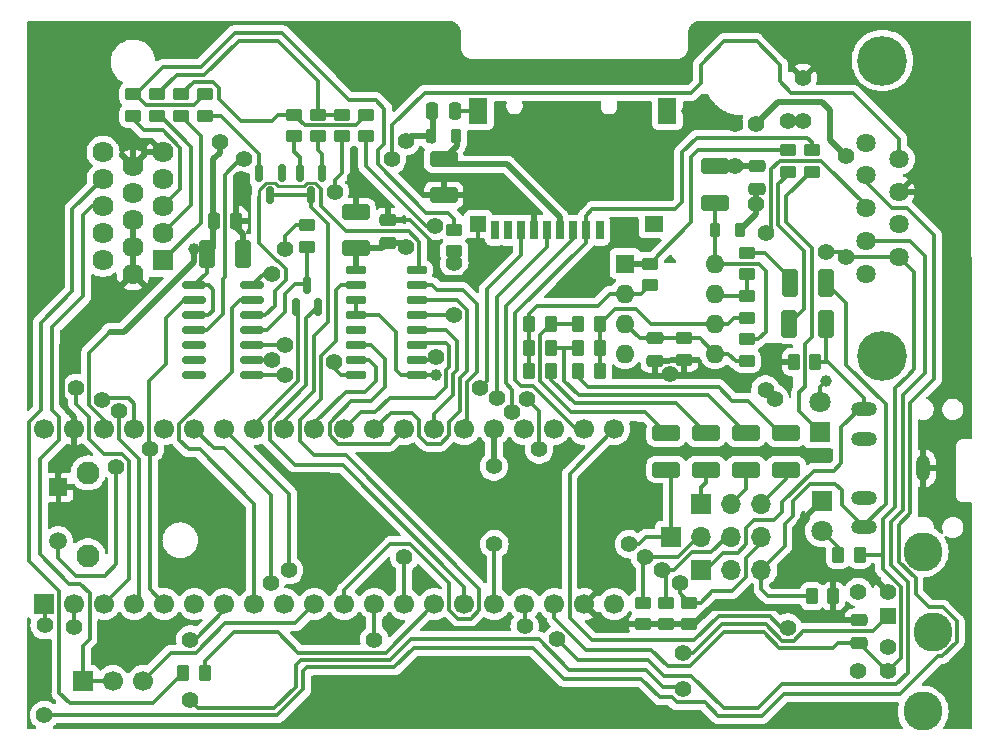
<source format=gbr>
%TF.GenerationSoftware,KiCad,Pcbnew,7.0.7*%
%TF.CreationDate,2024-07-14T10:34:44+05:00*%
%TF.ProjectId,ZXMagic F411,5a584d61-6769-4632-9046-3431312e6b69,rev?*%
%TF.SameCoordinates,Original*%
%TF.FileFunction,Copper,L2,Bot*%
%TF.FilePolarity,Positive*%
%FSLAX46Y46*%
G04 Gerber Fmt 4.6, Leading zero omitted, Abs format (unit mm)*
G04 Created by KiCad (PCBNEW 7.0.7) date 2024-07-14 10:34:44*
%MOMM*%
%LPD*%
G01*
G04 APERTURE LIST*
G04 Aperture macros list*
%AMRoundRect*
0 Rectangle with rounded corners*
0 $1 Rounding radius*
0 $2 $3 $4 $5 $6 $7 $8 $9 X,Y pos of 4 corners*
0 Add a 4 corners polygon primitive as box body*
4,1,4,$2,$3,$4,$5,$6,$7,$8,$9,$2,$3,0*
0 Add four circle primitives for the rounded corners*
1,1,$1+$1,$2,$3*
1,1,$1+$1,$4,$5*
1,1,$1+$1,$6,$7*
1,1,$1+$1,$8,$9*
0 Add four rect primitives between the rounded corners*
20,1,$1+$1,$2,$3,$4,$5,0*
20,1,$1+$1,$4,$5,$6,$7,0*
20,1,$1+$1,$6,$7,$8,$9,0*
20,1,$1+$1,$8,$9,$2,$3,0*%
G04 Aperture macros list end*
%TA.AperFunction,ComponentPad*%
%ADD10R,1.700000X1.700000*%
%TD*%
%TA.AperFunction,ComponentPad*%
%ADD11C,1.700000*%
%TD*%
%TA.AperFunction,ComponentPad*%
%ADD12R,1.600000X1.600000*%
%TD*%
%TA.AperFunction,ComponentPad*%
%ADD13O,1.600000X1.600000*%
%TD*%
%TA.AperFunction,ComponentPad*%
%ADD14O,1.700000X1.700000*%
%TD*%
%TA.AperFunction,ComponentPad*%
%ADD15R,1.508000X1.508000*%
%TD*%
%TA.AperFunction,ComponentPad*%
%ADD16C,1.508000*%
%TD*%
%TA.AperFunction,ComponentPad*%
%ADD17C,1.950000*%
%TD*%
%TA.AperFunction,ComponentPad*%
%ADD18R,1.398000X1.398000*%
%TD*%
%TA.AperFunction,ComponentPad*%
%ADD19C,1.398000*%
%TD*%
%TA.AperFunction,ComponentPad*%
%ADD20C,3.306000*%
%TD*%
%TA.AperFunction,ComponentPad*%
%ADD21C,1.635000*%
%TD*%
%TA.AperFunction,ComponentPad*%
%ADD22C,4.216000*%
%TD*%
%TA.AperFunction,ComponentPad*%
%ADD23R,1.785000X1.785000*%
%TD*%
%TA.AperFunction,ComponentPad*%
%ADD24C,1.785000*%
%TD*%
%TA.AperFunction,ComponentPad*%
%ADD25R,1.800000X1.800000*%
%TD*%
%TA.AperFunction,ComponentPad*%
%ADD26C,1.800000*%
%TD*%
%TA.AperFunction,ComponentPad*%
%ADD27O,2.200000X1.200000*%
%TD*%
%TA.AperFunction,ComponentPad*%
%ADD28O,1.200000X2.200000*%
%TD*%
%TA.AperFunction,ComponentPad*%
%ADD29C,1.400000*%
%TD*%
%TA.AperFunction,SMDPad,CuDef*%
%ADD30RoundRect,0.250000X0.925000X-0.412500X0.925000X0.412500X-0.925000X0.412500X-0.925000X-0.412500X0*%
%TD*%
%TA.AperFunction,SMDPad,CuDef*%
%ADD31RoundRect,0.250000X-0.450000X0.262500X-0.450000X-0.262500X0.450000X-0.262500X0.450000X0.262500X0*%
%TD*%
%TA.AperFunction,SMDPad,CuDef*%
%ADD32RoundRect,0.250000X0.450000X-0.262500X0.450000X0.262500X-0.450000X0.262500X-0.450000X-0.262500X0*%
%TD*%
%TA.AperFunction,SMDPad,CuDef*%
%ADD33R,1.600000X2.200000*%
%TD*%
%TA.AperFunction,SMDPad,CuDef*%
%ADD34R,1.400000X1.400000*%
%TD*%
%TA.AperFunction,SMDPad,CuDef*%
%ADD35R,1.600000X1.400000*%
%TD*%
%TA.AperFunction,SMDPad,CuDef*%
%ADD36R,0.700000X1.600000*%
%TD*%
%TA.AperFunction,SMDPad,CuDef*%
%ADD37RoundRect,0.250000X-0.250000X-0.475000X0.250000X-0.475000X0.250000X0.475000X-0.250000X0.475000X0*%
%TD*%
%TA.AperFunction,SMDPad,CuDef*%
%ADD38RoundRect,0.250000X0.475000X-0.250000X0.475000X0.250000X-0.475000X0.250000X-0.475000X-0.250000X0*%
%TD*%
%TA.AperFunction,SMDPad,CuDef*%
%ADD39RoundRect,0.250000X0.262500X0.450000X-0.262500X0.450000X-0.262500X-0.450000X0.262500X-0.450000X0*%
%TD*%
%TA.AperFunction,SMDPad,CuDef*%
%ADD40RoundRect,0.250000X-0.262500X-0.450000X0.262500X-0.450000X0.262500X0.450000X-0.262500X0.450000X0*%
%TD*%
%TA.AperFunction,SMDPad,CuDef*%
%ADD41RoundRect,0.150000X0.150000X-0.587500X0.150000X0.587500X-0.150000X0.587500X-0.150000X-0.587500X0*%
%TD*%
%TA.AperFunction,SMDPad,CuDef*%
%ADD42RoundRect,0.150000X-0.150000X0.587500X-0.150000X-0.587500X0.150000X-0.587500X0.150000X0.587500X0*%
%TD*%
%TA.AperFunction,SMDPad,CuDef*%
%ADD43RoundRect,0.150000X0.725000X0.150000X-0.725000X0.150000X-0.725000X-0.150000X0.725000X-0.150000X0*%
%TD*%
%TA.AperFunction,SMDPad,CuDef*%
%ADD44RoundRect,0.218750X0.218750X0.381250X-0.218750X0.381250X-0.218750X-0.381250X0.218750X-0.381250X0*%
%TD*%
%TA.AperFunction,SMDPad,CuDef*%
%ADD45RoundRect,0.150000X0.825000X0.150000X-0.825000X0.150000X-0.825000X-0.150000X0.825000X-0.150000X0*%
%TD*%
%TA.AperFunction,SMDPad,CuDef*%
%ADD46RoundRect,0.218750X-0.218750X-0.381250X0.218750X-0.381250X0.218750X0.381250X-0.218750X0.381250X0*%
%TD*%
%TA.AperFunction,SMDPad,CuDef*%
%ADD47RoundRect,0.250000X-0.412500X-0.925000X0.412500X-0.925000X0.412500X0.925000X-0.412500X0.925000X0*%
%TD*%
%TA.AperFunction,SMDPad,CuDef*%
%ADD48RoundRect,0.250000X-0.475000X0.250000X-0.475000X-0.250000X0.475000X-0.250000X0.475000X0.250000X0*%
%TD*%
%TA.AperFunction,SMDPad,CuDef*%
%ADD49RoundRect,0.250000X-0.925000X0.412500X-0.925000X-0.412500X0.925000X-0.412500X0.925000X0.412500X0*%
%TD*%
%TA.AperFunction,ViaPad*%
%ADD50C,1.400000*%
%TD*%
%TA.AperFunction,ViaPad*%
%ADD51C,1.000000*%
%TD*%
%TA.AperFunction,Conductor*%
%ADD52C,0.350000*%
%TD*%
%TA.AperFunction,Conductor*%
%ADD53C,0.300000*%
%TD*%
%TA.AperFunction,Conductor*%
%ADD54C,0.500000*%
%TD*%
%TA.AperFunction,Conductor*%
%ADD55C,0.250000*%
%TD*%
G04 APERTURE END LIST*
D10*
%TO.P,A1,1,B12*%
%TO.N,/CLK_PAD*%
X61499950Y-69400000D03*
D11*
%TO.P,A1,2,B13*%
%TO.N,Net-(A1-B13)*%
X64039950Y-69400000D03*
%TO.P,A1,3,B14*%
%TO.N,Net-(A1-B14)*%
X66579950Y-69400000D03*
%TO.P,A1,4,B15*%
%TO.N,Net-(A1-B15)*%
X69119950Y-69400000D03*
%TO.P,A1,5,A8*%
%TO.N,/Latch_PAD*%
X71659950Y-69400000D03*
%TO.P,A1,6,A9*%
%TO.N,unconnected-(A1-A9-Pad6)*%
X74199950Y-69400000D03*
%TO.P,A1,7,A10*%
%TO.N,Net-(A1-A10)*%
X76739950Y-69400000D03*
%TO.P,A1,8,A11*%
%TO.N,Net-(A1-A11)*%
X79279950Y-69400000D03*
%TO.P,A1,9,A12*%
%TO.N,unconnected-(A1-A12-Pad9)*%
X81819950Y-69400000D03*
%TO.P,A1,10,A15*%
%TO.N,/H_SYNC*%
X84359950Y-69400000D03*
%TO.P,A1,11,B3*%
%TO.N,/BLANK*%
X86899950Y-69400000D03*
%TO.P,A1,12,B4*%
%TO.N,/Data_PAD*%
X89439950Y-69400000D03*
%TO.P,A1,13,B5*%
%TO.N,/CHA(Left)*%
X91979950Y-69400000D03*
%TO.P,A1,14,B6*%
%TO.N,/V_SYNC*%
X94519950Y-69400000D03*
%TO.P,A1,15,B7*%
%TO.N,/INV*%
X97059950Y-69400000D03*
%TO.P,A1,16,B8*%
%TO.N,/BEEPER*%
X99599950Y-69400000D03*
%TO.P,A1,17,B9*%
%TO.N,Net-(A1-B13)*%
X102139950Y-69400000D03*
%TO.P,A1,18,+5V*%
%TO.N,/5V*%
X104679950Y-69400000D03*
%TO.P,A1,19,GND*%
%TO.N,GNDD*%
X107219950Y-69400000D03*
%TO.P,A1,20,+3v3*%
%TO.N,/3v3*%
X109759950Y-69400000D03*
%TO.P,A1,21,VBAT*%
%TO.N,/VBAT*%
X109760000Y-54600000D03*
%TO.P,A1,22,C13*%
%TO.N,/SD_CS*%
X107220000Y-54600000D03*
%TO.P,A1,23,C14*%
%TO.N,unconnected-(A1-C14-Pad23)*%
X104680000Y-54600000D03*
%TO.P,A1,24,C15*%
%TO.N,unconnected-(A1-C15-Pad24)*%
X102140000Y-54600000D03*
%TO.P,A1,25,RST*%
%TO.N,/RESET*%
X99600000Y-54600000D03*
%TO.P,A1,26,A0*%
%TO.N,Net-(A1-A0)*%
X97060000Y-54600000D03*
%TO.P,A1,27,A1*%
%TO.N,Net-(A1-A1)*%
X94520000Y-54600000D03*
%TO.P,A1,28,A2*%
%TO.N,Net-(A1-A2)*%
X91980000Y-54600000D03*
%TO.P,A1,29,A3*%
%TO.N,Net-(A1-A3)*%
X89440000Y-54600000D03*
%TO.P,A1,30,A4*%
%TO.N,Net-(A1-A4)*%
X86900000Y-54600000D03*
%TO.P,A1,31,A5*%
%TO.N,Net-(A1-A5)*%
X84360000Y-54600000D03*
%TO.P,A1,32,A6*%
%TO.N,Net-(A1-A6)*%
X81820000Y-54600000D03*
%TO.P,A1,33,A7*%
%TO.N,/FLASH*%
X79280000Y-54600000D03*
%TO.P,A1,34,B0*%
%TO.N,/CHB(Middle)*%
X76740000Y-54600000D03*
%TO.P,A1,35,B1*%
%TO.N,/CHC(Right)*%
X74200000Y-54600000D03*
%TO.P,A1,36,B2*%
%TO.N,unconnected-(A1-B2-Pad36)*%
X71660000Y-54600000D03*
%TO.P,A1,37,B10*%
%TO.N,/SD_CLK*%
X69120000Y-54600000D03*
%TO.P,A1,38,+3v3*%
%TO.N,/3v3*%
X66580000Y-54600000D03*
%TO.P,A1,39,GND*%
%TO.N,GNDD*%
X64040000Y-54600000D03*
%TO.P,A1,40,+5V*%
%TO.N,/5V*%
X61500000Y-54599950D03*
%TD*%
D12*
%TO.P,U1,1*%
%TO.N,Net-(R13-Pad2)*%
X110668000Y-40584600D03*
D13*
%TO.P,U1,2,-*%
%TO.N,Net-(U1A--)*%
X110668000Y-43124600D03*
%TO.P,U1,3,+*%
%TO.N,Net-(U1A-+)*%
X110668000Y-45664600D03*
%TO.P,U1,4,V-*%
%TO.N,GNDD*%
X110668000Y-48204600D03*
%TO.P,U1,5,+*%
%TO.N,Net-(U1A-+)*%
X118288000Y-48204600D03*
%TO.P,U1,6,-*%
%TO.N,Net-(U1B--)*%
X118288000Y-45664600D03*
%TO.P,U1,7*%
%TO.N,Net-(R14-Pad2)*%
X118288000Y-43124600D03*
%TO.P,U1,8,V+*%
%TO.N,/SOUND5V*%
X118288000Y-40584600D03*
%TD*%
D10*
%TO.P,REF\u002A\u002A,1*%
%TO.N,Net-(C1-Pad2)*%
X117129600Y-66484600D03*
D14*
%TO.P,REF\u002A\u002A,2*%
%TO.N,/CHB(Middle)*%
X119669600Y-66484600D03*
%TO.P,REF\u002A\u002A,3*%
%TO.N,Net-(C2-Pad2)*%
X122209600Y-66484600D03*
%TD*%
D10*
%TO.P,REF\u002A\u002A,1*%
%TO.N,/CHA(Left)*%
X117129600Y-60896600D03*
D14*
%TO.P,REF\u002A\u002A,2*%
%TO.N,/CHB(Middle)*%
X119669600Y-60896600D03*
%TO.P,REF\u002A\u002A,3*%
%TO.N,/CHC(Right)*%
X122209600Y-60896600D03*
%TD*%
D10*
%TO.P,RV1,1,1*%
%TO.N,Net-(J6-Pad13)*%
X64755000Y-75915000D03*
D11*
%TO.P,RV1,2,2*%
X67295000Y-75915000D03*
%TO.P,RV1,3,3*%
%TO.N,/H_SYNC*%
X69835000Y-75915000D03*
%TD*%
D12*
%TO.P,Soket,1*%
%TO.N,N/C*%
X110668000Y-40584600D03*
D13*
%TO.P,Soket,2*%
X110668000Y-43124600D03*
%TO.P,Soket,3*%
X110668000Y-45664600D03*
%TO.P,Soket,4*%
X110668000Y-48204600D03*
%TO.P,Soket,5*%
X118288000Y-48204600D03*
%TO.P,Soket,6*%
X118288000Y-45664600D03*
%TO.P,Soket,7*%
X118288000Y-43124600D03*
%TO.P,Soket,8*%
X118288000Y-40584600D03*
%TD*%
D15*
%TO.P,SW1,1,A*%
%TO.N,GNDD*%
X62687400Y-59525035D03*
D16*
%TO.P,SW1,2,B*%
%TO.N,/RESET*%
X62687400Y-64075035D03*
D17*
%TO.P,SW1,S1*%
%TO.N,N/C*%
X65187400Y-58300035D03*
%TO.P,SW1,S2*%
X65187400Y-65300035D03*
%TD*%
D10*
%TO.P,REF\u002A\u002A,1*%
%TO.N,/BEEPER*%
X114579600Y-63690600D03*
D14*
%TO.P,REF\u002A\u002A,2*%
%TO.N,/CHA(Left)*%
X117119600Y-63690600D03*
%TO.P,REF\u002A\u002A,3*%
%TO.N,/CHB(Middle)*%
X119659600Y-63690600D03*
%TO.P,REF\u002A\u002A,4*%
%TO.N,/CHC(Right)*%
X122199600Y-63690600D03*
%TD*%
D18*
%TO.P,J4,1*%
%TO.N,Net-(A1-A10)*%
X132890000Y-70430000D03*
D19*
%TO.P,J4,2*%
%TO.N,unconnected-(J4-Pad2)*%
X132890000Y-73030000D03*
%TO.P,J4,3*%
%TO.N,GNDD*%
X132890000Y-68380000D03*
%TO.P,J4,4*%
%TO.N,/5V*%
X132890000Y-75080000D03*
%TO.P,J4,5*%
%TO.N,unconnected-(J4-Pad5)*%
X130400000Y-68380000D03*
%TO.P,J4,6*%
%TO.N,unconnected-(J4-Pad6)*%
X130400000Y-75080000D03*
D20*
%TO.P,J4,S1*%
%TO.N,N/C*%
X136700000Y-71730000D03*
%TO.P,J4,S2*%
X135890000Y-78490000D03*
%TO.P,J4,S3*%
X135890000Y-64970000D03*
%TD*%
D21*
%TO.P,J3,1,1*%
%TO.N,unconnected-(J3-Pad1)*%
X131030000Y-41420000D03*
%TO.P,J3,2,2*%
%TO.N,/Data_PAD*%
X131030000Y-38650000D03*
%TO.P,J3,3,3*%
%TO.N,/Latch_PAD*%
X131030000Y-35880000D03*
%TO.P,J3,4,4*%
%TO.N,/CLK_PAD*%
X131030000Y-33110000D03*
%TO.P,J3,5,5*%
%TO.N,unconnected-(J3-Pad5)*%
X131030000Y-30340000D03*
%TO.P,J3,6,6*%
%TO.N,/5V*%
X133870000Y-40035000D03*
%TO.P,J3,7,7*%
%TO.N,unconnected-(J3-Pad7)*%
X133870000Y-37265000D03*
%TO.P,J3,8,8*%
%TO.N,GNDD*%
X133870000Y-34495000D03*
%TO.P,J3,9,9*%
%TO.N,/Latch_PAD2*%
X133870000Y-31725000D03*
D22*
%TO.P,J3,SHELL*%
%TO.N,N/C*%
X132450000Y-48375000D03*
%TO.P,J3,SHELL1*%
X132450000Y-23385000D03*
%TD*%
D23*
%TO.P,J6,1*%
%TO.N,Net-(J6-Pad1)*%
X71540000Y-40315000D03*
D24*
%TO.P,J6,2*%
%TO.N,Net-(J6-Pad2)*%
X71540000Y-38025000D03*
%TO.P,J6,3*%
%TO.N,Net-(J6-Pad3)*%
X71540000Y-35735000D03*
%TO.P,J6,4*%
%TO.N,unconnected-(J6-Pad4)*%
X71540000Y-33445000D03*
%TO.P,J6,5*%
%TO.N,GNDD*%
X71540000Y-31155000D03*
%TO.P,J6,6*%
X69000000Y-41455000D03*
%TO.P,J6,7*%
X69000000Y-39165000D03*
%TO.P,J6,8*%
X69000000Y-36875000D03*
%TO.P,J6,9*%
%TO.N,unconnected-(J6-Pad9)*%
X69000000Y-34585000D03*
%TO.P,J6,10*%
%TO.N,GNDD*%
X69000000Y-32295000D03*
%TO.P,J6,11*%
%TO.N,unconnected-(J6-Pad11)*%
X66460000Y-40315000D03*
%TO.P,J6,12*%
%TO.N,unconnected-(J6-Pad12)*%
X66460000Y-38025000D03*
%TO.P,J6,13*%
%TO.N,Net-(J6-Pad13)*%
X66460000Y-35735000D03*
%TO.P,J6,14*%
%TO.N,Net-(J6-Pad14)*%
X66460000Y-33445000D03*
%TO.P,J6,15*%
%TO.N,unconnected-(J6-Pad15)*%
X66460000Y-31155000D03*
%TD*%
D25*
%TO.P,D5,1,K*%
%TO.N,Net-(D5-K)*%
X127178000Y-54831000D03*
D26*
%TO.P,D5,2,A*%
%TO.N,/5V*%
X127178000Y-52291000D03*
%TD*%
D27*
%TO.P,J1,R*%
%TO.N,Net-(C2-Pad2)*%
X130910000Y-62910000D03*
%TO.P,J1,RN*%
%TO.N,N/C*%
X130910000Y-60410000D03*
D28*
%TO.P,J1,S*%
%TO.N,GNDD*%
X135910000Y-57910000D03*
D27*
%TO.P,J1,T*%
%TO.N,Net-(C1-Pad2)*%
X130910000Y-52910000D03*
%TO.P,J1,TN*%
%TO.N,N/C*%
X130910000Y-55410000D03*
%TD*%
D25*
%TO.P,D4,1,K*%
%TO.N,GNDD*%
X127300000Y-60655000D03*
D26*
%TO.P,D4,2,A*%
%TO.N,Net-(D4-A)*%
X127300000Y-63195000D03*
%TD*%
D29*
%TO.P,CMOS CR12220,1*%
%TO.N,/VBAT*%
X125725000Y-28475000D03*
%TO.P,CMOS CR12220,2*%
%TO.N,GNDD*%
X125725000Y-24875000D03*
%TD*%
D30*
%TO.P,C9,1*%
%TO.N,/CHC(Right)*%
X124282400Y-58014500D03*
%TO.P,C9,2*%
%TO.N,Net-(C9-Pad2)*%
X124282400Y-54939500D03*
%TD*%
D31*
%TO.P,R33,1*%
%TO.N,Net-(R27-Pad2)*%
X73090000Y-26262500D03*
%TO.P,R33,2*%
%TO.N,Net-(J6-Pad1)*%
X73090000Y-28087500D03*
%TD*%
%TO.P,R15,1*%
%TO.N,Net-(U1A-+)*%
X115670000Y-46917500D03*
%TO.P,R15,2*%
%TO.N,GNDD*%
X115670000Y-48742500D03*
%TD*%
D32*
%TO.P,R31,1*%
%TO.N,Net-(U3-Zb)*%
X88755000Y-29787500D03*
%TO.P,R31,2*%
%TO.N,Net-(R27-Pad2)*%
X88755000Y-27962500D03*
%TD*%
D30*
%TO.P,C8,1*%
%TO.N,/CHB(Middle)*%
X120904200Y-58014500D03*
%TO.P,C8,2*%
%TO.N,Net-(C8-Pad2)*%
X120904200Y-54939500D03*
%TD*%
D32*
%TO.P,R6,1*%
%TO.N,Net-(R14-Pad2)*%
X120960000Y-41492500D03*
%TO.P,R6,2*%
%TO.N,Net-(C2-Pad1)*%
X120960000Y-39667500D03*
%TD*%
D33*
%TO.P,J5,*%
%TO.N,*%
X98250000Y-27650000D03*
D34*
X98250000Y-37250000D03*
D35*
X113100000Y-37250000D03*
D33*
X114250000Y-27650000D03*
D36*
%TO.P,J5,1*%
%TO.N,unconnected-(J5-Pad1)*%
X108500000Y-37750000D03*
%TO.P,J5,2,CS*%
%TO.N,/SD_CS*%
X107350000Y-37750000D03*
%TO.P,J5,3,MOSI*%
%TO.N,Net-(A1-B15)*%
X106250000Y-37750000D03*
%TO.P,J5,4,VDD*%
%TO.N,/SD3v3*%
X105150000Y-37750000D03*
%TO.P,J5,5,CLK*%
%TO.N,/SD_CLK*%
X104050000Y-37750000D03*
%TO.P,J5,6,VSS*%
%TO.N,GNDD*%
X102950000Y-37750000D03*
%TO.P,J5,7,MISO*%
%TO.N,Net-(A1-B14)*%
X101850000Y-37750000D03*
%TO.P,J5,8*%
%TO.N,unconnected-(J5-Pad8)*%
X100750000Y-37750000D03*
%TO.P,J5,9,SHIELD*%
%TO.N,unconnected-(J5-SHIELD-Pad9)*%
X99650000Y-37750000D03*
%TD*%
D37*
%TO.P,C15,1*%
%TO.N,/3v3*%
X75820000Y-36950000D03*
%TO.P,C15,2*%
%TO.N,GNDD*%
X77720000Y-36950000D03*
%TD*%
D31*
%TO.P,R35,1*%
%TO.N,Net-(R29-Pad2)*%
X69010000Y-26262500D03*
%TO.P,R35,2*%
%TO.N,Net-(J6-Pad3)*%
X69010000Y-28087500D03*
%TD*%
D38*
%TO.P,C6,1*%
%TO.N,/5V*%
X130460000Y-72680000D03*
%TO.P,C6,2*%
%TO.N,GNDD*%
X130460000Y-70780000D03*
%TD*%
D39*
%TO.P,R17,1*%
%TO.N,Net-(C7-Pad2)*%
X104382500Y-49706600D03*
%TO.P,R17,2*%
%TO.N,Net-(U1A--)*%
X102557500Y-49706600D03*
%TD*%
D30*
%TO.P,C16,1*%
%TO.N,/SOUND5V*%
X118260000Y-35417500D03*
%TO.P,C16,2*%
%TO.N,GNDD*%
X118260000Y-32342500D03*
%TD*%
D40*
%TO.P,R36,1*%
%TO.N,Net-(J6-Pad14)*%
X73262500Y-75275000D03*
%TO.P,R36,2*%
%TO.N,/V_SYNC*%
X75087500Y-75275000D03*
%TD*%
D41*
%TO.P,D1,1*%
%TO.N,/INV*%
X84660000Y-44237500D03*
%TO.P,D1,2*%
%TO.N,/FLASH*%
X82760000Y-44237500D03*
%TO.P,D1,3*%
%TO.N,Net-(D1-Pad3)*%
X83710000Y-42362500D03*
%TD*%
D32*
%TO.P,R27,1*%
%TO.N,Net-(D2-Pad1)*%
X82635000Y-29787500D03*
%TO.P,R27,2*%
%TO.N,Net-(R27-Pad2)*%
X82635000Y-27962500D03*
%TD*%
D40*
%TO.P,R22,1*%
%TO.N,Net-(C10-Pad2)*%
X106697500Y-45686800D03*
%TO.P,R22,2*%
%TO.N,Net-(U1B--)*%
X108522500Y-45686800D03*
%TD*%
D42*
%TO.P,D3,1*%
%TO.N,Net-(D3-Pad1)*%
X79680000Y-32932500D03*
%TO.P,D3,2*%
%TO.N,unconnected-(D3-Pad2)*%
X81580000Y-32932500D03*
%TO.P,D3,3*%
%TO.N,Net-(A1-A6)*%
X80630000Y-34807500D03*
%TD*%
D31*
%TO.P,R24,1*%
%TO.N,/CHB(Middle)*%
X114150000Y-69287500D03*
%TO.P,R24,2*%
%TO.N,GNDD*%
X114150000Y-71112500D03*
%TD*%
%TO.P,R26,1*%
%TO.N,/3v3*%
X83750000Y-37327500D03*
%TO.P,R26,2*%
%TO.N,Net-(D1-Pad3)*%
X83750000Y-39152500D03*
%TD*%
D30*
%TO.P,C7,1*%
%TO.N,/CHA(Left)*%
X117526000Y-58014500D03*
%TO.P,C7,2*%
%TO.N,Net-(C7-Pad2)*%
X117526000Y-54939500D03*
%TD*%
D43*
%TO.P,U3,1,S*%
%TO.N,Net-(U3-S)*%
X93005000Y-41115000D03*
%TO.P,U3,2,I0a*%
%TO.N,Net-(A1-A0)*%
X93005000Y-42385000D03*
%TO.P,U3,3,I1a*%
%TO.N,Net-(A1-A3)*%
X93005000Y-43655000D03*
%TO.P,U3,4,Za*%
%TO.N,Net-(U3-Za)*%
X93005000Y-44925000D03*
%TO.P,U3,5,I0b*%
%TO.N,Net-(A1-A1)*%
X93005000Y-46195000D03*
%TO.P,U3,6,I1b*%
%TO.N,Net-(A1-A4)*%
X93005000Y-47465000D03*
%TO.P,U3,7,Zb*%
%TO.N,Net-(U3-Zb)*%
X93005000Y-48735000D03*
%TO.P,U3,8,GND*%
%TO.N,GNDD*%
X93005000Y-50005000D03*
%TO.P,U3,9,Zd*%
%TO.N,Net-(U3-Zd)*%
X87855000Y-50005000D03*
%TO.P,U3,10,I1d*%
%TO.N,Net-(A1-A5)*%
X87855000Y-48735000D03*
%TO.P,U3,11,I0d*%
%TO.N,Net-(A1-A2)*%
X87855000Y-47465000D03*
%TO.P,U3,12,Zc*%
%TO.N,unconnected-(U3-Zc-Pad12)*%
X87855000Y-46195000D03*
%TO.P,U3,13,I1c*%
%TO.N,GNDD*%
X87855000Y-44925000D03*
%TO.P,U3,14,I0c*%
X87855000Y-43655000D03*
%TO.P,U3,15,OE*%
%TO.N,/BLANK*%
X87855000Y-42385000D03*
%TO.P,U3,16,VCC*%
%TO.N,/3v3*%
X87855000Y-41115000D03*
%TD*%
D40*
%TO.P,R37,1*%
%TO.N,Net-(D4-A)*%
X128687500Y-65250000D03*
%TO.P,R37,2*%
%TO.N,/5V*%
X130512500Y-65250000D03*
%TD*%
D32*
%TO.P,R14,1*%
%TO.N,Net-(U1B--)*%
X120960000Y-45172500D03*
%TO.P,R14,2*%
%TO.N,Net-(R14-Pad2)*%
X120960000Y-43347500D03*
%TD*%
D44*
%TO.P,L1,1,1*%
%TO.N,/5V*%
X120392500Y-37700000D03*
%TO.P,L1,2,2*%
%TO.N,/SOUND5V*%
X118267500Y-37700000D03*
%TD*%
D37*
%TO.P,C18,1*%
%TO.N,/3v3*%
X94350000Y-27702500D03*
%TO.P,C18,2*%
%TO.N,GNDD*%
X96250000Y-27702500D03*
%TD*%
D32*
%TO.P,R29,1*%
%TO.N,Net-(D3-Pad1)*%
X75105397Y-28087500D03*
%TO.P,R29,2*%
%TO.N,Net-(R29-Pad2)*%
X75105397Y-26262500D03*
%TD*%
D31*
%TO.P,R5,1*%
%TO.N,Net-(R13-Pad2)*%
X124465000Y-30962500D03*
%TO.P,R5,2*%
%TO.N,Net-(C1-Pad1)*%
X124465000Y-32787500D03*
%TD*%
%TO.P,R16,1*%
%TO.N,/SOUND5V*%
X120960000Y-47000000D03*
%TO.P,R16,2*%
%TO.N,Net-(U1A-+)*%
X120960000Y-48825000D03*
%TD*%
D32*
%TO.P,R28,1*%
%TO.N,Net-(D2-Pad2)*%
X84675000Y-29787500D03*
%TO.P,R28,2*%
%TO.N,Net-(R28-Pad2)*%
X84675000Y-27962500D03*
%TD*%
D39*
%TO.P,R2,1*%
%TO.N,GNDD*%
X128292500Y-68750000D03*
%TO.P,R2,2*%
%TO.N,Net-(C2-Pad2)*%
X126467500Y-68750000D03*
%TD*%
D31*
%TO.P,R23,1*%
%TO.N,/CHC(Right)*%
X116101800Y-69287500D03*
%TO.P,R23,2*%
%TO.N,GNDD*%
X116101800Y-71112500D03*
%TD*%
D39*
%TO.P,R19,1*%
%TO.N,Net-(C10-Pad2)*%
X104382500Y-45693400D03*
%TO.P,R19,2*%
%TO.N,Net-(U1A--)*%
X102557500Y-45693400D03*
%TD*%
D42*
%TO.P,D2,1*%
%TO.N,Net-(D2-Pad1)*%
X83100000Y-32932500D03*
%TO.P,D2,2*%
%TO.N,Net-(D2-Pad2)*%
X85000000Y-32932500D03*
%TO.P,D2,3*%
%TO.N,Net-(A1-A6)*%
X84050000Y-34807500D03*
%TD*%
D40*
%TO.P,R1,1*%
%TO.N,GNDD*%
X124947500Y-48900000D03*
%TO.P,R1,2*%
%TO.N,Net-(C1-Pad2)*%
X126772500Y-48900000D03*
%TD*%
D30*
%TO.P,C10,1*%
%TO.N,/BEEPER*%
X114147800Y-58014500D03*
%TO.P,C10,2*%
%TO.N,Net-(C10-Pad2)*%
X114147800Y-54939500D03*
%TD*%
D45*
%TO.P,U2,1*%
%TO.N,Net-(U2-Pad1)*%
X79115000Y-42420000D03*
%TO.P,U2,2*%
%TO.N,Net-(A1-A11)*%
X79115000Y-43690000D03*
%TO.P,U2,3*%
%TO.N,Net-(U3-S)*%
X79115000Y-44960000D03*
%TO.P,U2,4*%
%TO.N,Net-(D1-Pad3)*%
X79115000Y-46230000D03*
%TO.P,U2,5*%
%TO.N,/3v3*%
X79115000Y-47500000D03*
%TO.P,U2,6*%
%TO.N,Net-(U2-Pad1)*%
X79115000Y-48770000D03*
%TO.P,U2,7,GND*%
%TO.N,GNDD*%
X79115000Y-50040000D03*
%TO.P,U2,8*%
%TO.N,N/C*%
X74165000Y-50040000D03*
%TO.P,U2,9*%
X74165000Y-48770000D03*
%TO.P,U2,10*%
X74165000Y-47500000D03*
%TO.P,U2,11*%
%TO.N,/Latch_PAD2*%
X74165000Y-46230000D03*
%TO.P,U2,12*%
%TO.N,/3v3*%
X74165000Y-44960000D03*
%TO.P,U2,13*%
%TO.N,/Latch_PAD*%
X74165000Y-43690000D03*
%TO.P,U2,14,VCC*%
%TO.N,/3v3*%
X74165000Y-42420000D03*
%TD*%
D38*
%TO.P,C13,1*%
%TO.N,/3v3*%
X90570000Y-38800000D03*
%TO.P,C13,2*%
%TO.N,GNDD*%
X90570000Y-36900000D03*
%TD*%
D40*
%TO.P,R20,1*%
%TO.N,Net-(C9-Pad2)*%
X106697500Y-49700000D03*
%TO.P,R20,2*%
%TO.N,Net-(U1B--)*%
X108522500Y-49700000D03*
%TD*%
D30*
%TO.P,C11,1*%
%TO.N,/3v3*%
X87860000Y-39270000D03*
%TO.P,C11,2*%
%TO.N,GNDD*%
X87860000Y-36195000D03*
%TD*%
D32*
%TO.P,R32,1*%
%TO.N,Net-(U3-Zd)*%
X86715000Y-29787500D03*
%TO.P,R32,2*%
%TO.N,Net-(R28-Pad2)*%
X86715000Y-27962500D03*
%TD*%
%TO.P,R38,1*%
%TO.N,Net-(D5-K)*%
X126475000Y-32787500D03*
%TO.P,R38,2*%
%TO.N,/SD_CS*%
X126475000Y-30962500D03*
%TD*%
D40*
%TO.P,R21,1*%
%TO.N,Net-(C8-Pad2)*%
X106707500Y-47700000D03*
%TO.P,R21,2*%
%TO.N,Net-(U1B--)*%
X108532500Y-47700000D03*
%TD*%
D46*
%TO.P,L2,1,1*%
%TO.N,/3v3*%
X94237500Y-29812500D03*
%TO.P,L2,2,2*%
%TO.N,/SD3v3*%
X96362500Y-29812500D03*
%TD*%
D31*
%TO.P,R25,1*%
%TO.N,/CHA(Left)*%
X112194200Y-69287500D03*
%TO.P,R25,2*%
%TO.N,GNDD*%
X112194200Y-71112500D03*
%TD*%
D32*
%TO.P,R13,1*%
%TO.N,Net-(U1A--)*%
X112750000Y-42402500D03*
%TO.P,R13,2*%
%TO.N,Net-(R13-Pad2)*%
X112750000Y-40577500D03*
%TD*%
D47*
%TO.P,C2,1*%
%TO.N,Net-(C2-Pad1)*%
X124599100Y-42202200D03*
%TO.P,C2,2*%
%TO.N,Net-(C2-Pad2)*%
X127674100Y-42202200D03*
%TD*%
D31*
%TO.P,R34,1*%
%TO.N,Net-(R28-Pad2)*%
X71050000Y-26262500D03*
%TO.P,R34,2*%
%TO.N,Net-(J6-Pad2)*%
X71050000Y-28087500D03*
%TD*%
D47*
%TO.P,C1,1*%
%TO.N,Net-(C1-Pad1)*%
X124573700Y-45707400D03*
%TO.P,C1,2*%
%TO.N,Net-(C1-Pad2)*%
X127648700Y-45707400D03*
%TD*%
D38*
%TO.P,C12,1*%
%TO.N,/5V*%
X121820000Y-34230000D03*
%TO.P,C12,2*%
%TO.N,GNDD*%
X121820000Y-32330000D03*
%TD*%
D48*
%TO.P,C5,1*%
%TO.N,Net-(U1A-+)*%
X113200000Y-46910000D03*
%TO.P,C5,2*%
%TO.N,GNDD*%
X113200000Y-48810000D03*
%TD*%
D39*
%TO.P,R18,1*%
%TO.N,Net-(C8-Pad2)*%
X104382500Y-47700000D03*
%TO.P,R18,2*%
%TO.N,Net-(U1A--)*%
X102557500Y-47700000D03*
%TD*%
D47*
%TO.P,C14,1*%
%TO.N,/3v3*%
X75242500Y-39770000D03*
%TO.P,C14,2*%
%TO.N,GNDD*%
X78317500Y-39770000D03*
%TD*%
D32*
%TO.P,R30,1*%
%TO.N,Net-(U3-Za)*%
X96200000Y-39542500D03*
%TO.P,R30,2*%
%TO.N,Net-(R29-Pad2)*%
X96200000Y-37717500D03*
%TD*%
D49*
%TO.P,C17,1*%
%TO.N,/SD3v3*%
X95300000Y-31725000D03*
%TO.P,C17,2*%
%TO.N,GNDD*%
X95300000Y-34800000D03*
%TD*%
D50*
%TO.N,/CHB(Middle)*%
X82210000Y-66540500D03*
X113780000Y-66540000D03*
%TO.N,/CHC(Right)*%
X80650000Y-67620000D03*
X115269666Y-67617531D03*
%TO.N,/SD_CLK*%
X99844021Y-52000500D03*
X66400000Y-52100000D03*
%TO.N,/3v3*%
X81900500Y-47510000D03*
D51*
X74150000Y-39380000D03*
D50*
X76350000Y-30275000D03*
X81880000Y-39380000D03*
X92105500Y-30220000D03*
X92090000Y-39170000D03*
D51*
%TO.N,GNDD*%
X115900000Y-27645000D03*
X94640500Y-50010000D03*
D50*
X119960000Y-32342500D03*
X104180000Y-63240500D03*
X114460000Y-49925500D03*
D51*
X115900000Y-24600000D03*
D50*
X107420000Y-63240500D03*
X119960000Y-28775000D03*
X78160000Y-33410000D03*
D51*
X98010000Y-30620000D03*
D50*
X87770000Y-33380000D03*
D51*
X98010000Y-33750000D03*
X119960000Y-50570000D03*
D50*
X81900000Y-50010000D03*
%TO.N,/CLK_PAD*%
X61520000Y-71200000D03*
X61500000Y-78800000D03*
%TO.N,Net-(A1-B13)*%
X102150000Y-71300000D03*
X64040000Y-71310000D03*
%TO.N,Net-(A1-B14)*%
X98400000Y-51100000D03*
X64200000Y-51100000D03*
%TO.N,Net-(A1-B15)*%
X67850000Y-53100000D03*
X101123372Y-53115184D03*
%TO.N,/Latch_PAD*%
X122570000Y-37960000D03*
X70400000Y-56280000D03*
X122550000Y-51254500D03*
X123315500Y-52020000D03*
X103380000Y-56310000D03*
X102390594Y-52059406D03*
%TO.N,Net-(A1-A10)*%
X115547809Y-73575000D03*
X115542358Y-76607642D03*
X73825000Y-77550000D03*
X73850000Y-72409500D03*
%TO.N,/Data_PAD*%
X89439950Y-72409500D03*
X104923970Y-72401029D03*
%TO.N,/CHA(Left)*%
X112321595Y-65420597D03*
X91979950Y-65430500D03*
%TO.N,/BEEPER*%
X110990027Y-64330500D03*
X99599950Y-64330500D03*
%TO.N,Net-(U3-Za)*%
X96190000Y-44930000D03*
X96200000Y-40570500D03*
%TO.N,Net-(U3-Zb)*%
X94552044Y-37394151D03*
X94640500Y-48450000D03*
%TO.N,Net-(U3-Zd)*%
X86030887Y-48910500D03*
X86060000Y-34490000D03*
D51*
%TO.N,/5V*%
X127686000Y-50508000D03*
D50*
X121750000Y-35500000D03*
X129360000Y-31500000D03*
X127686000Y-39586000D03*
X121750000Y-28725000D03*
X129360000Y-40035000D03*
%TO.N,/Latch_PAD2*%
X78382109Y-31740000D03*
X90940000Y-31740000D03*
%TO.N,Net-(U2-Pad1)*%
X80790000Y-41470000D03*
X80790000Y-48770000D03*
%TO.N,/VBAT*%
X124441034Y-71400000D03*
X124450000Y-28490000D03*
%TO.N,/RESET*%
X67570500Y-57760000D03*
X99550000Y-57750000D03*
%TD*%
D52*
%TO.N,Net-(A1-A0)*%
X94770000Y-42840000D02*
X94315000Y-42385000D01*
X94315000Y-42385000D02*
X93005000Y-42385000D01*
X96930000Y-42840000D02*
X94770000Y-42840000D01*
X97275000Y-50634009D02*
X98130000Y-49779009D01*
X97275000Y-54385000D02*
X97275000Y-50634009D01*
X98130000Y-49779009D02*
X98130000Y-44040000D01*
X98130000Y-44040000D02*
X96930000Y-42840000D01*
D53*
%TO.N,Net-(A1-A1)*%
X96460000Y-47140000D02*
X95515000Y-46195000D01*
D52*
X94520000Y-53273174D02*
X94520000Y-54600000D01*
D53*
X96105000Y-49917183D02*
X96460000Y-49562183D01*
X96460000Y-49562183D02*
X96460000Y-47140000D01*
X96105000Y-51688174D02*
X96105000Y-49917183D01*
X95856587Y-51936587D02*
X96105000Y-51688174D01*
X95515000Y-46195000D02*
X93005000Y-46195000D01*
D52*
X95856587Y-51936587D02*
X94520000Y-53273174D01*
%TO.N,Net-(A1-A2)*%
X90310000Y-48650000D02*
X89125000Y-47465000D01*
D53*
X85640000Y-54040000D02*
X87440000Y-52240000D01*
X90730000Y-55850000D02*
X86382233Y-55850000D01*
D52*
X87440000Y-52240000D02*
X89130000Y-52240000D01*
D53*
X86382233Y-55850000D02*
X85640000Y-55107767D01*
D52*
X89125000Y-47465000D02*
X87855000Y-47465000D01*
D53*
X85640000Y-55107767D02*
X85640000Y-54040000D01*
D52*
X90310000Y-51060000D02*
X90310000Y-48650000D01*
X89130000Y-52240000D02*
X90310000Y-51060000D01*
D53*
X91980000Y-54600000D02*
X90730000Y-55850000D01*
%TO.N,Net-(A1-A3)*%
X95780000Y-55107767D02*
X95037767Y-55850000D01*
X97290000Y-49670000D02*
X96700000Y-50260000D01*
X95780000Y-54013654D02*
X95780000Y-55107767D01*
X90850000Y-53190000D02*
X89440000Y-54600000D01*
X96700000Y-50260000D02*
X96700000Y-53093654D01*
X96700000Y-53093654D02*
X95780000Y-54013654D01*
X95037767Y-55850000D02*
X93910000Y-55850000D01*
D52*
X96470635Y-43655000D02*
X97290000Y-44474365D01*
D53*
X92590000Y-53190000D02*
X90850000Y-53190000D01*
X93250000Y-53850000D02*
X92590000Y-53190000D01*
D52*
X93005000Y-43655000D02*
X96470635Y-43655000D01*
X97290000Y-44474365D02*
X97290000Y-49670000D01*
D53*
X93250000Y-55190000D02*
X93250000Y-53850000D01*
X93910000Y-55850000D02*
X93250000Y-55190000D01*
D52*
%TO.N,Net-(A1-A4)*%
X90737818Y-51950000D02*
X89527818Y-53160000D01*
X95530000Y-51020000D02*
X94600000Y-51950000D01*
D53*
X95740500Y-49349500D02*
X95540500Y-49549500D01*
D52*
X89527818Y-53160000D02*
X88340000Y-53160000D01*
D53*
X95515000Y-47325000D02*
X95740500Y-47550500D01*
X95515000Y-47325000D02*
X93145000Y-47325000D01*
D52*
X94600000Y-51950000D02*
X90737818Y-51950000D01*
X88340000Y-53160000D02*
X86900000Y-54600000D01*
D53*
X95540500Y-49549500D02*
X95540500Y-51009500D01*
X95740500Y-47550500D02*
X95740500Y-49349500D01*
X95540500Y-51009500D02*
X95530000Y-51020000D01*
D52*
X93145000Y-47325000D02*
X93005000Y-47465000D01*
%TO.N,Net-(A1-A5)*%
X84360000Y-54100000D02*
X87030000Y-51430000D01*
X88680000Y-51430000D02*
X89570000Y-50540000D01*
X89570000Y-49340000D02*
X88965000Y-48735000D01*
D53*
X84360000Y-54600000D02*
X84360000Y-54100000D01*
D52*
X87030000Y-51430000D02*
X88680000Y-51430000D01*
X88965000Y-48735000D02*
X87855000Y-48735000D01*
D53*
X87472183Y-48735000D02*
X87855000Y-48735000D01*
D52*
X89570000Y-50540000D02*
X89570000Y-49340000D01*
D53*
%TO.N,Net-(A1-A6)*%
X84320000Y-46730000D02*
X85520000Y-45530000D01*
X85520000Y-37250000D02*
X84050000Y-35780000D01*
X84320000Y-51400000D02*
X84320000Y-46730000D01*
X81820000Y-53900000D02*
X84320000Y-51400000D01*
X81820000Y-54600000D02*
X81820000Y-53900000D01*
X85520000Y-45530000D02*
X85520000Y-37250000D01*
X84050000Y-35780000D02*
X84050000Y-34807500D01*
D52*
X84050000Y-34807500D02*
X80630000Y-34807500D01*
D53*
%TO.N,/FLASH*%
X83000000Y-44477500D02*
X82760000Y-44237500D01*
X79280000Y-54230000D02*
X83000000Y-50510000D01*
X83000000Y-50510000D02*
X83000000Y-44477500D01*
X79280000Y-54600000D02*
X79280000Y-54230000D01*
D52*
%TO.N,/CHB(Middle)*%
X119669600Y-60896600D02*
X120904200Y-59662000D01*
D53*
X119659600Y-60906600D02*
X119669600Y-60896600D01*
X116290000Y-65030000D02*
X117950000Y-65030000D01*
D52*
X82210000Y-60070000D02*
X76740000Y-54600000D01*
X82210000Y-66540500D02*
X82210000Y-60070000D01*
D53*
X114780000Y-66540000D02*
X116290000Y-65030000D01*
X119289400Y-63690600D02*
X119659600Y-63690600D01*
X113780000Y-66540000D02*
X114150000Y-66910000D01*
X117950000Y-65030000D02*
X119289400Y-63690600D01*
X113780000Y-66540000D02*
X114780000Y-66540000D01*
X114150000Y-66910000D02*
X114150000Y-69287500D01*
D52*
X120904200Y-59662000D02*
X120904200Y-58014500D01*
D53*
%TO.N,/CHC(Right)*%
X121890000Y-64530000D02*
X121890000Y-64000200D01*
D52*
X80650000Y-67620000D02*
X80650000Y-60190000D01*
D53*
X120940000Y-67110000D02*
X120940000Y-65480000D01*
X116101800Y-69287500D02*
X117087500Y-69287500D01*
D52*
X80650000Y-60190000D02*
X76690000Y-56230000D01*
X122209600Y-60896600D02*
X124282400Y-58823800D01*
D53*
X115269666Y-68455366D02*
X116101800Y-69287500D01*
X115269666Y-67617531D02*
X115269666Y-68455366D01*
X122199600Y-60906600D02*
X122209600Y-60896600D01*
D52*
X124282400Y-58823800D02*
X124282400Y-58014500D01*
D53*
X117087500Y-69287500D02*
X118050000Y-68325000D01*
X118050000Y-68325000D02*
X119725000Y-68325000D01*
D52*
X76690000Y-56230000D02*
X75830000Y-56230000D01*
D53*
X121890000Y-64000200D02*
X122199600Y-63690600D01*
X120940000Y-65480000D02*
X121890000Y-64530000D01*
X75830000Y-56230000D02*
X74200000Y-54600000D01*
X119725000Y-68325000D02*
X120940000Y-67110000D01*
D52*
%TO.N,/SD_CLK*%
X99844021Y-52000500D02*
X99844021Y-43385979D01*
X99844021Y-43385979D02*
X104050000Y-39180000D01*
X69120000Y-52440000D02*
X69120000Y-54600000D01*
X66400000Y-52100000D02*
X66525000Y-51975000D01*
X66525000Y-51975000D02*
X68655000Y-51975000D01*
X68655000Y-51975000D02*
X69120000Y-52440000D01*
X104050000Y-39180000D02*
X104050000Y-37750000D01*
D53*
%TO.N,/3v3*%
X94403400Y-30156100D02*
X94290900Y-30268600D01*
D54*
X87855000Y-41115000D02*
X87855000Y-39275000D01*
D52*
X66580000Y-54600000D02*
X66580000Y-53835635D01*
D54*
X92513000Y-29812500D02*
X94237500Y-29812500D01*
D52*
X75242500Y-41342500D02*
X74165000Y-42420000D01*
D54*
X76350000Y-31175000D02*
X75770000Y-31755000D01*
X92105500Y-30220000D02*
X92513000Y-29812500D01*
D52*
X75410000Y-42420000D02*
X74165000Y-42420000D01*
X75242500Y-39770000D02*
X75242500Y-41342500D01*
X65300000Y-52555635D02*
X65300000Y-48160000D01*
D54*
X74150000Y-39380000D02*
X74150000Y-40410000D01*
D53*
X81760500Y-47510000D02*
X79125000Y-47510000D01*
D54*
X68205000Y-46355000D02*
X67065000Y-46355000D01*
D53*
X87860000Y-41110000D02*
X87855000Y-41115000D01*
D54*
X87860000Y-39270000D02*
X90100000Y-39270000D01*
X90100000Y-39270000D02*
X90570000Y-38800000D01*
D53*
X74822500Y-42377500D02*
X74865000Y-42420000D01*
D52*
X75770000Y-44560000D02*
X75770000Y-42780000D01*
D54*
X94403400Y-28158600D02*
X94403400Y-30156100D01*
D53*
X65300000Y-48160000D02*
X65300000Y-48120000D01*
D54*
X76350000Y-30275000D02*
X76350000Y-31175000D01*
X75770000Y-39242500D02*
X75242500Y-39770000D01*
D53*
X79125000Y-47510000D02*
X79115000Y-47500000D01*
D52*
X74165000Y-44960000D02*
X75370000Y-44960000D01*
D54*
X75770000Y-31755000D02*
X75770000Y-39242500D01*
D52*
X75370000Y-44960000D02*
X75770000Y-44560000D01*
X65300000Y-48120000D02*
X67065000Y-46355000D01*
X66580000Y-53835635D02*
X65300000Y-52555635D01*
D53*
X81880000Y-39380000D02*
X81880000Y-38280000D01*
D54*
X74150000Y-40410000D02*
X68205000Y-46355000D01*
X87855000Y-39275000D02*
X87860000Y-39270000D01*
D52*
X75770000Y-42780000D02*
X75410000Y-42420000D01*
D54*
X92090000Y-39170000D02*
X91720000Y-38800000D01*
D53*
X81880000Y-38280000D02*
X82832500Y-37327500D01*
D54*
X74150000Y-39380000D02*
X74852500Y-39380000D01*
D53*
X82832500Y-37327500D02*
X83750000Y-37327500D01*
D54*
X74852500Y-39380000D02*
X75242500Y-39770000D01*
X91720000Y-38800000D02*
X90570000Y-38800000D01*
%TO.N,GNDD*%
X69000000Y-30420000D02*
X69000000Y-32295000D01*
D52*
X96250000Y-27702500D02*
X98197500Y-27702500D01*
D54*
X64040000Y-56918435D02*
X64040000Y-54600000D01*
X90570000Y-35805000D02*
X90575000Y-35800000D01*
X117750000Y-69850000D02*
X116487500Y-71112500D01*
D53*
X116487500Y-71112500D02*
X116101800Y-71112500D01*
D54*
X118260000Y-32342500D02*
X121232500Y-32342500D01*
D53*
X124875000Y-69850000D02*
X117750000Y-69850000D01*
D54*
X121232500Y-32342500D02*
X121240000Y-32350000D01*
X78317500Y-38100000D02*
X78317500Y-39770000D01*
D52*
X91260000Y-49580000D02*
X91260000Y-46400000D01*
D54*
X128292500Y-68750000D02*
X128292500Y-70597500D01*
X62990000Y-47465000D02*
X69000000Y-41455000D01*
X64040000Y-54600000D02*
X64040000Y-53550000D01*
D52*
X91260000Y-46400000D02*
X89785000Y-44925000D01*
X91685000Y-50005000D02*
X91260000Y-49580000D01*
D54*
X69000000Y-37375000D02*
X68500000Y-36875000D01*
X135395000Y-34495000D02*
X135400000Y-34490000D01*
D53*
X112194200Y-71112500D02*
X114150000Y-71112500D01*
D54*
X125400000Y-62555000D02*
X125400000Y-63700000D01*
D53*
X94635500Y-50005000D02*
X94640500Y-50010000D01*
D52*
X98250000Y-40270000D02*
X98250000Y-37250000D01*
D54*
X112194200Y-71112500D02*
X112175800Y-71130900D01*
X69000000Y-41455000D02*
X69000000Y-37375000D01*
X70140000Y-31155000D02*
X71540000Y-31155000D01*
X131560000Y-67050000D02*
X132890000Y-68380000D01*
X108950850Y-71130900D02*
X107219950Y-69400000D01*
X77720000Y-36950000D02*
X77720000Y-37502500D01*
D52*
X93005000Y-50005000D02*
X91685000Y-50005000D01*
D54*
X128292500Y-70597500D02*
X128290000Y-70600000D01*
D53*
X125805000Y-70780000D02*
X124875000Y-69850000D01*
D52*
X87855000Y-44925000D02*
X87855000Y-43655000D01*
X94625000Y-41153148D02*
X95166852Y-41695000D01*
D54*
X62687400Y-58271035D02*
X64040000Y-56918435D01*
D53*
X87865000Y-35615000D02*
X87860000Y-35610000D01*
D54*
X77720000Y-37502500D02*
X78317500Y-38100000D01*
D53*
X114150000Y-71112500D02*
X116101800Y-71112500D01*
X79845000Y-50010000D02*
X79815000Y-50040000D01*
D54*
X127300000Y-60655000D02*
X125400000Y-62555000D01*
X64040000Y-53550000D02*
X62990000Y-52500000D01*
D52*
X95166852Y-41695000D02*
X96825000Y-41695000D01*
X96825000Y-41695000D02*
X98250000Y-40270000D01*
X92423172Y-36900000D02*
X94625000Y-39101828D01*
D53*
X93005000Y-50005000D02*
X94635500Y-50005000D01*
D54*
X112175800Y-71130900D02*
X108950850Y-71130900D01*
D52*
X89785000Y-44925000D02*
X87855000Y-44925000D01*
D53*
X125730000Y-67050000D02*
X131560000Y-67050000D01*
D52*
X94625000Y-39101828D02*
X94625000Y-41153148D01*
X91450000Y-36900000D02*
X92423172Y-36900000D01*
D54*
X62687400Y-59525035D02*
X62687400Y-58271035D01*
D53*
X125170000Y-66490000D02*
X125730000Y-67050000D01*
X81660000Y-50010000D02*
X79845000Y-50010000D01*
D54*
X62990000Y-52500000D02*
X62990000Y-47465000D01*
D53*
X130460000Y-70780000D02*
X125805000Y-70780000D01*
D54*
X69000000Y-32295000D02*
X70140000Y-31155000D01*
X133870000Y-34495000D02*
X135395000Y-34495000D01*
D52*
X98197500Y-27702500D02*
X98250000Y-27650000D01*
D54*
X128292500Y-67310000D02*
X128292500Y-68750000D01*
X90570000Y-36900000D02*
X90570000Y-35805000D01*
D52*
%TO.N,/CLK_PAD*%
X83410000Y-75060000D02*
X83410000Y-76613528D01*
X112050000Y-75725000D02*
X105475000Y-75725000D01*
X113625000Y-77300000D02*
X112050000Y-75725000D01*
X131030000Y-33630000D02*
X131030000Y-33110000D01*
D53*
X136352000Y-69677000D02*
X135250000Y-68575000D01*
D52*
X134500000Y-35875000D02*
X133275000Y-35875000D01*
D53*
X137550381Y-69677000D02*
X136352000Y-69677000D01*
X133837000Y-65820381D02*
X133837000Y-62693000D01*
X61499950Y-70113453D02*
X61499950Y-69400000D01*
X137525381Y-73808000D02*
X138753000Y-72580381D01*
D52*
X136230000Y-50950000D02*
X136825000Y-50355000D01*
X124105000Y-77025000D02*
X122240000Y-78890000D01*
D53*
X134800000Y-61730000D02*
X134800000Y-52352500D01*
D52*
X137525381Y-73808000D02*
X137192000Y-73808000D01*
X136825000Y-50355000D02*
X136825000Y-38200000D01*
D53*
X135250000Y-68575000D02*
X135250000Y-67233381D01*
D52*
X61525000Y-78825000D02*
X61500000Y-78800000D01*
X92775000Y-73125000D02*
X91125000Y-74775000D01*
X118566472Y-78890000D02*
X117409114Y-77732642D01*
D53*
X138753000Y-72580381D02*
X138753000Y-70879619D01*
D52*
X115076367Y-77732642D02*
X114643725Y-77300000D01*
D53*
X136202500Y-50950000D02*
X136230000Y-50950000D01*
D52*
X81198528Y-78825000D02*
X61525000Y-78825000D01*
X114643725Y-77300000D02*
X113625000Y-77300000D01*
D53*
X138753000Y-70879619D02*
X137550381Y-69677000D01*
D52*
X133975000Y-77025000D02*
X124105000Y-77025000D01*
X83410000Y-76613528D02*
X81198528Y-78825000D01*
X61520000Y-71200000D02*
X61520000Y-70133503D01*
X133275000Y-35875000D02*
X131030000Y-33630000D01*
X105475000Y-75725000D02*
X102875000Y-73125000D01*
D53*
X134800000Y-52352500D02*
X136202500Y-50950000D01*
D52*
X117409114Y-77732642D02*
X115076367Y-77732642D01*
D53*
X133837000Y-62693000D02*
X134800000Y-61730000D01*
X61520000Y-70133503D02*
X61499950Y-70113453D01*
D52*
X122240000Y-78890000D02*
X118566472Y-78890000D01*
X91125000Y-74775000D02*
X83695000Y-74775000D01*
X83695000Y-74775000D02*
X83410000Y-75060000D01*
X102875000Y-73125000D02*
X92775000Y-73125000D01*
X137192000Y-73808000D02*
X133975000Y-77025000D01*
D53*
X135250000Y-67233381D02*
X133837000Y-65820381D01*
D52*
X136825000Y-38200000D02*
X134500000Y-35875000D01*
%TO.N,Net-(A1-B13)*%
X64039950Y-69400000D02*
X64039950Y-71309950D01*
X102150000Y-71300000D02*
X102150000Y-69410050D01*
D53*
X102150000Y-69410050D02*
X102139950Y-69400000D01*
X64039950Y-71309950D02*
X64040000Y-71310000D01*
D52*
%TO.N,Net-(A1-B14)*%
X65310000Y-53590000D02*
X65310000Y-55190000D01*
X66579950Y-69400000D02*
X68670000Y-67309950D01*
X65310000Y-55400000D02*
X65310000Y-55190000D01*
X98960000Y-50540000D02*
X98960000Y-42770000D01*
X98400000Y-51100000D02*
X98960000Y-50540000D01*
X101850000Y-39880000D02*
X101850000Y-37750000D01*
X65310000Y-53590000D02*
X64200000Y-52480000D01*
X66570000Y-56660000D02*
X65310000Y-55400000D01*
X64200000Y-52480000D02*
X64200000Y-51100000D01*
X68670000Y-67309950D02*
X68670000Y-57303865D01*
X68026135Y-56660000D02*
X66570000Y-56660000D01*
X98960000Y-42770000D02*
X101850000Y-39880000D01*
X68670000Y-57303865D02*
X68026135Y-56660000D01*
D53*
%TO.N,Net-(A1-B15)*%
X67850000Y-55405000D02*
X69540000Y-57095000D01*
D52*
X101123372Y-51263372D02*
X100590000Y-50730000D01*
D53*
X67850000Y-53100000D02*
X67850000Y-55405000D01*
D52*
X100590000Y-44190000D02*
X106250000Y-38530000D01*
D53*
X69540000Y-57095000D02*
X69540000Y-68979950D01*
D52*
X100590000Y-50730000D02*
X100590000Y-44190000D01*
D53*
X106250000Y-38530000D02*
X106250000Y-37750000D01*
X69540000Y-68979950D02*
X69119950Y-69400000D01*
D52*
X101123372Y-53115184D02*
X101123372Y-51263372D01*
D53*
X69420000Y-69099950D02*
X69119950Y-69400000D01*
D52*
%TO.N,/Latch_PAD*%
X70380000Y-50524824D02*
X70380000Y-50500000D01*
X71659950Y-69400000D02*
X70400000Y-68140050D01*
D54*
X122550000Y-51254500D02*
X123315500Y-52020000D01*
D53*
X102390594Y-52059406D02*
X103390000Y-53058812D01*
X70380000Y-56260000D02*
X70400000Y-56280000D01*
X123050000Y-32570761D02*
X123050000Y-37480000D01*
X123745761Y-31875000D02*
X123050000Y-32570761D01*
D52*
X127620000Y-32220000D02*
X131030000Y-35630000D01*
X70380000Y-50500000D02*
X71820000Y-49060000D01*
D53*
X127275000Y-31875000D02*
X123745761Y-31875000D01*
D52*
X71820000Y-49060000D02*
X71820000Y-45190000D01*
D53*
X103390000Y-53058812D02*
X103390000Y-56300000D01*
X103390000Y-56300000D02*
X103380000Y-56310000D01*
X131030000Y-35630000D02*
X131030000Y-35880000D01*
X127620000Y-32220000D02*
X127275000Y-31875000D01*
D52*
X70400000Y-68140050D02*
X70400000Y-56280000D01*
D53*
X123050000Y-37480000D02*
X122570000Y-37960000D01*
D52*
X131030000Y-35880000D02*
X130975000Y-35825000D01*
D53*
X70380000Y-50524824D02*
X70380000Y-56260000D01*
X73320000Y-43690000D02*
X74165000Y-43690000D01*
D52*
X71820000Y-45190000D02*
X73320000Y-43690000D01*
%TO.N,Net-(A1-A10)*%
X80950000Y-78225000D02*
X74500000Y-78225000D01*
D53*
X131620000Y-71700000D02*
X132890000Y-70430000D01*
X125725000Y-71700000D02*
X131620000Y-71700000D01*
D52*
X103350000Y-72400000D02*
X92525000Y-72400000D01*
D53*
X124925000Y-72500000D02*
X125725000Y-71700000D01*
D52*
X115344716Y-76410000D02*
X113840000Y-76410000D01*
D53*
X123985399Y-72500000D02*
X124925000Y-72500000D01*
D52*
X112405000Y-74975000D02*
X105925000Y-74975000D01*
X115542358Y-76607642D02*
X115344716Y-76410000D01*
X105925000Y-74975000D02*
X103350000Y-72400000D01*
D53*
X118850000Y-71100000D02*
X122585399Y-71100000D01*
D52*
X82775000Y-76400000D02*
X80950000Y-78225000D01*
X74249500Y-72409500D02*
X76739950Y-69919050D01*
X74500000Y-78225000D02*
X73825000Y-77550000D01*
D53*
X116375000Y-73575000D02*
X118850000Y-71100000D01*
X115547809Y-73575000D02*
X116375000Y-73575000D01*
D52*
X83200000Y-74175000D02*
X82775000Y-74600000D01*
X90750000Y-74175000D02*
X83200000Y-74175000D01*
X82775000Y-74600000D02*
X82775000Y-76400000D01*
X92525000Y-72400000D02*
X90750000Y-74175000D01*
X113840000Y-76410000D02*
X112405000Y-74975000D01*
X76739950Y-69919050D02*
X76739950Y-69400000D01*
D53*
X122585399Y-71100000D02*
X123985399Y-72500000D01*
D52*
X73850000Y-72409500D02*
X74249500Y-72409500D01*
D53*
%TO.N,Net-(A1-A11)*%
X78561472Y-43690000D02*
X79815000Y-43690000D01*
D52*
X79279950Y-69400000D02*
X79279950Y-60949950D01*
X74630000Y-56300000D02*
X73710000Y-56300000D01*
X78050000Y-43690000D02*
X78561472Y-43690000D01*
X77370000Y-49732943D02*
X77370000Y-44370000D01*
X72930000Y-54172943D02*
X77370000Y-49732943D01*
X79279950Y-60949950D02*
X74630000Y-56300000D01*
X73710000Y-56300000D02*
X72930000Y-55520000D01*
X72930000Y-55520000D02*
X72930000Y-54172943D01*
X77370000Y-44370000D02*
X78050000Y-43690000D01*
%TO.N,/H_SYNC*%
X82734950Y-71025000D02*
X76825491Y-71025000D01*
X76825491Y-71025000D02*
X74315991Y-73534500D01*
X72215500Y-73534500D02*
X69835000Y-75915000D01*
X74315991Y-73534500D02*
X72215500Y-73534500D01*
X84359950Y-69400000D02*
X82734950Y-71025000D01*
D53*
%TO.N,/BLANK*%
X92460000Y-64320000D02*
X90777869Y-64320000D01*
X97590000Y-70650000D02*
X96542183Y-70650000D01*
X83100000Y-53850000D02*
X83100000Y-55580000D01*
X98330000Y-69910000D02*
X97590000Y-70650000D01*
X83100000Y-55580000D02*
X84310000Y-56790000D01*
X84930887Y-52019113D02*
X83100000Y-53850000D01*
X86200000Y-42820000D02*
X86200000Y-47130000D01*
X86635000Y-42385000D02*
X86200000Y-42820000D01*
X87000000Y-56790000D02*
X98330000Y-68120000D01*
X96542183Y-70650000D02*
X95790000Y-69897817D01*
X98330000Y-68120000D02*
X98330000Y-69910000D01*
X95790000Y-67650000D02*
X92460000Y-64320000D01*
X87855000Y-42385000D02*
X86635000Y-42385000D01*
D52*
X86899950Y-69400000D02*
X86899950Y-69110509D01*
D53*
X84310000Y-56790000D02*
X87000000Y-56790000D01*
X95790000Y-69897817D02*
X95790000Y-67650000D01*
X84930887Y-48399113D02*
X84930887Y-52019113D01*
X86200000Y-47130000D02*
X84930887Y-48399113D01*
X86899950Y-68197919D02*
X86899950Y-69400000D01*
X90777869Y-64320000D02*
X86899950Y-68197919D01*
D52*
%TO.N,/Data_PAD*%
X135440000Y-50440000D02*
X136025000Y-49855000D01*
X119010000Y-78230000D02*
X116255000Y-75475000D01*
X136025000Y-49855000D02*
X136025000Y-39925000D01*
X89439950Y-69400000D02*
X89439950Y-72279950D01*
X116255000Y-75475000D02*
X113925000Y-75475000D01*
X136025000Y-39925000D02*
X134750000Y-38650000D01*
X123906000Y-76204000D02*
X121880000Y-78230000D01*
D53*
X134190000Y-61468477D02*
X134190000Y-51710000D01*
X133160000Y-66096279D02*
X133160000Y-62498477D01*
D52*
X134600000Y-75234000D02*
X133630000Y-76204000D01*
D53*
X134190000Y-51710000D02*
X135390000Y-50510000D01*
X134600000Y-67536279D02*
X133160000Y-66096279D01*
D52*
X112601030Y-74151030D02*
X106673970Y-74151030D01*
X121880000Y-78230000D02*
X119010000Y-78230000D01*
X134600000Y-74575000D02*
X134600000Y-75234000D01*
X106673970Y-74151030D02*
X104923970Y-72401029D01*
X134750000Y-38650000D02*
X131030000Y-38650000D01*
X113925000Y-75475000D02*
X112601030Y-74151030D01*
D53*
X133160000Y-62498477D02*
X134190000Y-61468477D01*
X134600000Y-74575000D02*
X134600000Y-67536279D01*
D52*
X133630000Y-76204000D02*
X123906000Y-76204000D01*
D53*
%TO.N,/CHA(Left)*%
X116851582Y-63690600D02*
X117119600Y-63690600D01*
X112321595Y-65420597D02*
X115121585Y-65420597D01*
D52*
X117129600Y-60896600D02*
X117129600Y-59530400D01*
X117526000Y-59134000D02*
X117526000Y-58014500D01*
D53*
X117119600Y-60906600D02*
X117129600Y-60896600D01*
X112321595Y-65420597D02*
X112194200Y-65547992D01*
D52*
X117129600Y-59530400D02*
X117526000Y-59134000D01*
D53*
X115121585Y-65420597D02*
X116851582Y-63690600D01*
D52*
X91979950Y-65430500D02*
X91979950Y-69400000D01*
D53*
X112194200Y-65547992D02*
X112194200Y-69287500D01*
%TO.N,/V_SYNC*%
X94519950Y-69400000D02*
X90410450Y-73509500D01*
X81250000Y-71750000D02*
X77525000Y-71750000D01*
X77525000Y-71750000D02*
X75087500Y-74187500D01*
X90410450Y-73509500D02*
X83009500Y-73509500D01*
X75087500Y-74187500D02*
X75087500Y-75275000D01*
X83009500Y-73509500D02*
X81250000Y-71750000D01*
D52*
%TO.N,/INV*%
X85860000Y-57610000D02*
X86750000Y-57610000D01*
D53*
X80560000Y-55490000D02*
X80560000Y-53990000D01*
D52*
X86750000Y-57610000D02*
X97059950Y-67919950D01*
D53*
X83670000Y-50880000D02*
X83670000Y-45227500D01*
D52*
X97059950Y-67919950D02*
X97059950Y-69400000D01*
D53*
X82680000Y-57610000D02*
X80560000Y-55490000D01*
X80560000Y-53990000D02*
X83670000Y-50880000D01*
X83670000Y-45227500D02*
X84660000Y-44237500D01*
X85860000Y-57610000D02*
X82680000Y-57610000D01*
%TO.N,/BEEPER*%
X99599950Y-64330500D02*
X99599950Y-69400000D01*
D52*
X111820701Y-64330500D02*
X112460601Y-63690600D01*
X112460601Y-63690600D02*
X114579600Y-63690600D01*
X110990027Y-64330500D02*
X111820701Y-64330500D01*
D53*
X114579600Y-58446300D02*
X114147800Y-58014500D01*
D52*
X114579600Y-63690600D02*
X114579600Y-58446300D01*
D53*
%TO.N,Net-(C1-Pad2)*%
X117515400Y-66484600D02*
X118920000Y-65080000D01*
D52*
X127856000Y-48900000D02*
X130910000Y-51954000D01*
D53*
X121580000Y-62290000D02*
X123270000Y-62290000D01*
D52*
X126772500Y-48900000D02*
X127856000Y-48900000D01*
D53*
X123960000Y-61600000D02*
X123960000Y-60760000D01*
X123270000Y-62290000D02*
X123960000Y-61600000D01*
X117129600Y-66484600D02*
X117515400Y-66484600D01*
X120940000Y-62930000D02*
X121580000Y-62290000D01*
X123960000Y-60760000D02*
X126620000Y-58100000D01*
X126620000Y-58100000D02*
X128310000Y-58100000D01*
X128970000Y-54450000D02*
X130510000Y-52910000D01*
X128310000Y-58100000D02*
X128970000Y-57440000D01*
D52*
X127648700Y-48900000D02*
X127648700Y-45707400D01*
D53*
X120940000Y-64360000D02*
X120940000Y-62930000D01*
X128970000Y-57440000D02*
X128970000Y-54450000D01*
X127648700Y-45707400D02*
X127647500Y-45708600D01*
X120220000Y-65080000D02*
X120940000Y-64360000D01*
D52*
X130910000Y-51954000D02*
X130910000Y-52910000D01*
D53*
X130510000Y-52910000D02*
X130910000Y-52910000D01*
X118920000Y-65080000D02*
X120220000Y-65080000D01*
%TO.N,Net-(C2-Pad2)*%
X124170000Y-64524200D02*
X122209600Y-66484600D01*
X129010000Y-59765000D02*
X128455000Y-59210000D01*
X126350000Y-59210000D02*
X124850000Y-60710000D01*
X130910000Y-62910000D02*
X129010000Y-61010000D01*
X122209600Y-68159600D02*
X122209600Y-66484600D01*
X124170000Y-62590000D02*
X124170000Y-64524200D01*
X129010000Y-61010000D02*
X129010000Y-59765000D01*
X128455000Y-59210000D02*
X126350000Y-59210000D01*
D52*
X129375000Y-49149000D02*
X132710000Y-52484000D01*
X132710000Y-52484000D02*
X132710000Y-60940000D01*
X129375000Y-43903100D02*
X129375000Y-49149000D01*
X127674100Y-42202200D02*
X129375000Y-43903100D01*
D53*
X122800000Y-68750000D02*
X122209600Y-68159600D01*
D52*
X132710000Y-60940000D02*
X130910000Y-62740000D01*
D53*
X124850000Y-60710000D02*
X124850000Y-61910000D01*
X124850000Y-61910000D02*
X124170000Y-62590000D01*
X126467500Y-68750000D02*
X122800000Y-68750000D01*
X130910000Y-62740000D02*
X130910000Y-62910000D01*
D52*
%TO.N,Net-(D1-Pad3)*%
X81890000Y-44708528D02*
X80368528Y-46230000D01*
X81890000Y-43190000D02*
X81890000Y-44708528D01*
X80368528Y-46230000D02*
X79115000Y-46230000D01*
D53*
X83750000Y-39152500D02*
X83750000Y-42322500D01*
D52*
X83722500Y-42350000D02*
X82730000Y-42350000D01*
X82730000Y-42350000D02*
X81890000Y-43190000D01*
D53*
X83750000Y-42322500D02*
X83722500Y-42350000D01*
D52*
%TO.N,Net-(D2-Pad1)*%
X83100000Y-31575000D02*
X82635000Y-31110000D01*
X83100000Y-32932500D02*
X83100000Y-31575000D01*
X82635000Y-31110000D02*
X82635000Y-29787500D01*
%TO.N,Net-(D2-Pad2)*%
X85000000Y-32932500D02*
X85000000Y-31325000D01*
X84675000Y-31000000D02*
X84675000Y-29787500D01*
X85000000Y-31325000D02*
X84675000Y-31000000D01*
%TO.N,Net-(D3-Pad1)*%
X76437500Y-28087500D02*
X79680000Y-31330000D01*
X79680000Y-31330000D02*
X79680000Y-32932500D01*
X75105397Y-28087500D02*
X76437500Y-28087500D01*
D54*
%TO.N,/SD3v3*%
X95756100Y-32181100D02*
X100681100Y-32181100D01*
X100681100Y-32181100D02*
X105150000Y-36650000D01*
X96415900Y-30268600D02*
X96415900Y-30609100D01*
D53*
X95300000Y-31725000D02*
X95756100Y-32181100D01*
D54*
X96415900Y-30609100D02*
X95300000Y-31725000D01*
X105150000Y-36650000D02*
X105150000Y-37750000D01*
D53*
%TO.N,Net-(U3-Za)*%
X96200000Y-40570500D02*
X96200000Y-39542500D01*
D52*
X96135000Y-44925000D02*
X93005000Y-44925000D01*
D53*
X96140000Y-44930000D02*
X96135000Y-44925000D01*
D52*
%TO.N,Net-(U3-Zb)*%
X93844151Y-37394151D02*
X88755000Y-32305000D01*
D53*
X94355500Y-48735000D02*
X93005000Y-48735000D01*
D52*
X88755000Y-32305000D02*
X88755000Y-29787500D01*
X94552044Y-37394151D02*
X93844151Y-37394151D01*
D53*
X94640500Y-48450000D02*
X94355500Y-48735000D01*
%TO.N,Net-(U3-Zd)*%
X86700000Y-29802500D02*
X86715000Y-29787500D01*
D52*
X86700000Y-32894365D02*
X86700000Y-29802500D01*
D53*
X86030887Y-48910500D02*
X86030887Y-49420887D01*
D52*
X86060000Y-33534365D02*
X86700000Y-32894365D01*
X86615000Y-50005000D02*
X87855000Y-50005000D01*
X86060000Y-34490000D02*
X86060000Y-33534365D01*
X86030887Y-49420887D02*
X86615000Y-50005000D01*
%TO.N,Net-(J6-Pad1)*%
X74750000Y-37105000D02*
X74750000Y-29747500D01*
X71540000Y-40315000D02*
X74750000Y-37105000D01*
X74750000Y-29747500D02*
X73090000Y-28087500D01*
%TO.N,Net-(J6-Pad2)*%
X71540000Y-38025000D02*
X73920000Y-35645000D01*
X71337500Y-28087500D02*
X71050000Y-28087500D01*
X73920000Y-35645000D02*
X73920000Y-30670000D01*
X73920000Y-30670000D02*
X71337500Y-28087500D01*
%TO.N,Net-(J6-Pad3)*%
X73010000Y-34265000D02*
X71540000Y-35735000D01*
X71540000Y-35735000D02*
X71040000Y-35735000D01*
X73010000Y-30761773D02*
X73010000Y-34265000D01*
X71548227Y-29300000D02*
X73010000Y-30761773D01*
X69155000Y-28087500D02*
X69155000Y-28530000D01*
X69925000Y-29300000D02*
X71548227Y-29300000D01*
X69155000Y-28530000D02*
X69925000Y-29300000D01*
%TO.N,Net-(J6-Pad14)*%
X62775000Y-76925000D02*
X63660000Y-77810000D01*
X66520000Y-33330000D02*
X66520000Y-33325000D01*
X60225000Y-65775000D02*
X60225000Y-53975000D01*
X62775000Y-71850000D02*
X62775000Y-76925000D01*
X70727500Y-77810000D02*
X73262500Y-75275000D01*
X61200000Y-53000000D02*
X61200000Y-45575000D01*
X63875000Y-35975000D02*
X66520000Y-33330000D01*
D53*
X62775000Y-71850000D02*
X62775000Y-68325000D01*
D52*
X63875000Y-42900000D02*
X63875000Y-35975000D01*
X61200000Y-45575000D02*
X63875000Y-42900000D01*
X60225000Y-53975000D02*
X61200000Y-53000000D01*
X62775000Y-68325000D02*
X60225000Y-65775000D01*
X63660000Y-77810000D02*
X70727500Y-77810000D01*
%TO.N,/5V*%
X133510000Y-51150000D02*
X133510000Y-61229238D01*
D53*
X134000000Y-67935779D02*
X132510000Y-66445779D01*
X119041290Y-71783710D02*
X122393710Y-71783710D01*
D54*
X121750000Y-35500000D02*
X121750000Y-34300000D01*
D53*
X114294365Y-74674500D02*
X116150500Y-74674500D01*
X129360000Y-40035000D02*
X128911000Y-39586000D01*
D54*
X123575000Y-26900000D02*
X127325000Y-26900000D01*
D52*
X132830000Y-75080000D02*
X130460000Y-72710000D01*
D54*
X128000000Y-30140000D02*
X129360000Y-31500000D01*
D52*
X132380000Y-65250000D02*
X132510000Y-65120000D01*
D53*
X128260000Y-73120000D02*
X128700000Y-72680000D01*
D52*
X129360000Y-40035000D02*
X133870000Y-40035000D01*
X134600000Y-50060000D02*
X135125000Y-49535000D01*
D53*
X130422500Y-72642500D02*
X130460000Y-72680000D01*
D52*
X132510000Y-62229238D02*
X132510000Y-65120000D01*
D53*
X132510000Y-66445779D02*
X132510000Y-66410423D01*
D54*
X127325000Y-26900000D02*
X128000000Y-27575000D01*
D53*
X128911000Y-39586000D02*
X127686000Y-39586000D01*
D52*
X132510000Y-65120000D02*
X132510000Y-65600000D01*
X130512500Y-65250000D02*
X132380000Y-65250000D01*
D53*
X122393710Y-71783710D02*
X123730000Y-73120000D01*
X107352869Y-73275000D02*
X112894865Y-73275000D01*
X116150500Y-74674500D02*
X119041290Y-71783710D01*
X128700000Y-72680000D02*
X130460000Y-72680000D01*
X104679950Y-69400000D02*
X104679950Y-70602081D01*
D52*
X134600000Y-50060000D02*
X133510000Y-51150000D01*
D53*
X123730000Y-73120000D02*
X128260000Y-73120000D01*
D52*
X135125000Y-41290000D02*
X133870000Y-40035000D01*
X132890000Y-75080000D02*
X132830000Y-75080000D01*
D54*
X121750000Y-34300000D02*
X121820000Y-34230000D01*
D53*
X132490000Y-65620000D02*
X132510000Y-65600000D01*
X127178000Y-51016000D02*
X127178000Y-52291000D01*
X132890000Y-75080000D02*
X134000000Y-73970000D01*
D54*
X121750000Y-35500000D02*
X121750000Y-36342500D01*
D52*
X132510000Y-65600000D02*
X132510000Y-66410423D01*
D54*
X121750000Y-36342500D02*
X120392500Y-37700000D01*
D53*
X127686000Y-50508000D02*
X127178000Y-51016000D01*
X130460000Y-72880000D02*
X130460000Y-72680000D01*
D54*
X128000000Y-27575000D02*
X128000000Y-30140000D01*
D53*
X112894865Y-73275000D02*
X114294365Y-74674500D01*
D52*
X133510000Y-61229238D02*
X132510000Y-62229238D01*
D53*
X104679950Y-70602081D02*
X107352869Y-73275000D01*
D52*
X135125000Y-49535000D02*
X135125000Y-41290000D01*
X130460000Y-72710000D02*
X130460000Y-72680000D01*
D54*
X121750000Y-28725000D02*
X123575000Y-26900000D01*
D53*
X134000000Y-73970000D02*
X134000000Y-67935779D01*
D52*
%TO.N,/Latch_PAD2*%
X133870000Y-30030000D02*
X133870000Y-31725000D01*
X90940000Y-28870000D02*
X93685000Y-26125000D01*
X76590000Y-44881472D02*
X76590000Y-41900000D01*
X76590000Y-41900000D02*
X76780000Y-41710000D01*
X76780000Y-41710000D02*
X76780000Y-38340000D01*
X121800000Y-21750000D02*
X123775000Y-23725000D01*
X76780000Y-38340000D02*
X76770000Y-38330000D01*
X117075000Y-23750000D02*
X119075000Y-21750000D01*
X116275000Y-26125000D02*
X117075000Y-25325000D01*
X93685000Y-26125000D02*
X116275000Y-26125000D01*
X76770000Y-33040000D02*
X76770000Y-35370000D01*
X90940000Y-31740000D02*
X90940000Y-28870000D01*
D53*
X76770000Y-38330000D02*
X76770000Y-35370000D01*
D52*
X78382109Y-31742109D02*
X78067891Y-31742109D01*
X123775000Y-25150000D02*
X124750000Y-26125000D01*
X74165000Y-46230000D02*
X75241472Y-46230000D01*
X119075000Y-21750000D02*
X121800000Y-21750000D01*
X117075000Y-25325000D02*
X117075000Y-23750000D01*
X133875000Y-30025000D02*
X133870000Y-30030000D01*
X123775000Y-23725000D02*
X123775000Y-25150000D01*
X129975000Y-26125000D02*
X133875000Y-30025000D01*
X75241472Y-46230000D02*
X76590000Y-44881472D01*
X124750000Y-26125000D02*
X129975000Y-26125000D01*
X78067891Y-31742109D02*
X76770000Y-33040000D01*
D53*
%TO.N,Net-(J6-Pad13)*%
X61100000Y-57180000D02*
X61150000Y-57130000D01*
D52*
X67295000Y-75915000D02*
X64755000Y-75915000D01*
D53*
X64755000Y-72945000D02*
X65329950Y-72370050D01*
X64755000Y-75915000D02*
X64755000Y-72945000D01*
D52*
X62150000Y-45960000D02*
X62150000Y-53000000D01*
X64500000Y-67675000D02*
X63600000Y-67675000D01*
X66460000Y-35735000D02*
X65495000Y-35735000D01*
X62750000Y-55530000D02*
X62750000Y-53600000D01*
X65495000Y-35735000D02*
X64790000Y-36440000D01*
X63600000Y-67675000D02*
X61100000Y-65175000D01*
X62750000Y-53600000D02*
X62150000Y-53000000D01*
D53*
X62675000Y-55605000D02*
X62750000Y-55530000D01*
D52*
X64790000Y-36440000D02*
X64790000Y-43320000D01*
X61100000Y-65175000D02*
X61100000Y-57180000D01*
D53*
X65329950Y-72370050D02*
X65329950Y-68504950D01*
D52*
X61150000Y-57130000D02*
X62675000Y-55605000D01*
X65329950Y-68504950D02*
X64500000Y-67675000D01*
X64790000Y-43320000D02*
X62150000Y-45960000D01*
D53*
%TO.N,Net-(U2-Pad1)*%
X80790000Y-48770000D02*
X79115000Y-48770000D01*
X80790000Y-41470000D02*
X80065000Y-41470000D01*
X80065000Y-41470000D02*
X79115000Y-42420000D01*
D52*
%TO.N,Net-(U3-S)*%
X79597817Y-44960000D02*
X80180000Y-44960000D01*
X81915000Y-41004009D02*
X81255991Y-40345000D01*
D53*
X87070000Y-37850000D02*
X92325635Y-37850000D01*
X79115000Y-44960000D02*
X79597817Y-44960000D01*
D52*
X81220635Y-40345000D02*
X79670000Y-38794365D01*
D55*
X81233249Y-33995000D02*
X83446751Y-33995000D01*
X84776751Y-34125000D02*
X84805000Y-34125000D01*
D52*
X84930000Y-35710000D02*
X87070000Y-37850000D01*
D53*
X93190000Y-40930000D02*
X93005000Y-41115000D01*
D52*
X81915000Y-41935991D02*
X81915000Y-41004009D01*
D53*
X84750000Y-34070000D02*
X84930000Y-34250000D01*
D55*
X83696751Y-33745000D02*
X84396751Y-33745000D01*
D52*
X80180000Y-44960000D02*
X80990000Y-44150000D01*
X79670000Y-38794365D02*
X79670000Y-34960000D01*
D55*
X79670000Y-34960000D02*
X79670000Y-34358249D01*
D52*
X80990000Y-44150000D02*
X80990000Y-42860991D01*
D55*
X80283249Y-33745000D02*
X80983249Y-33745000D01*
X84396751Y-33745000D02*
X84776751Y-34125000D01*
X83446751Y-33995000D02*
X83696751Y-33745000D01*
X80983249Y-33745000D02*
X81233249Y-33995000D01*
X79670000Y-34358249D02*
X80283249Y-33745000D01*
D52*
X92325635Y-37850000D02*
X93190000Y-38714365D01*
X84930000Y-34250000D02*
X84930000Y-35710000D01*
X81255991Y-40345000D02*
X81220635Y-40345000D01*
X80990000Y-42860991D02*
X81915000Y-41935991D01*
X93190000Y-38714365D02*
X93190000Y-40930000D01*
D53*
%TO.N,Net-(C1-Pad1)*%
X125825000Y-39505000D02*
X125825000Y-44456100D01*
X124465000Y-32787500D02*
X124465000Y-33060000D01*
X123650000Y-33875000D02*
X123650000Y-37330000D01*
X125825000Y-44456100D02*
X124573700Y-45707400D01*
X124465000Y-33060000D02*
X123650000Y-33875000D01*
X123650000Y-37330000D02*
X125825000Y-39505000D01*
D52*
%TO.N,Net-(C2-Pad1)*%
X120960000Y-39667500D02*
X122492500Y-39667500D01*
D53*
X124599100Y-41774100D02*
X124599100Y-42202200D01*
D52*
X122492500Y-39667500D02*
X124599100Y-41774100D01*
%TO.N,Net-(U1A-+)*%
X118288000Y-48204600D02*
X117003400Y-46920000D01*
X120015000Y-48825000D02*
X119394600Y-48204600D01*
X110668000Y-45664600D02*
X111913400Y-46910000D01*
X120960000Y-48825000D02*
X120015000Y-48825000D01*
X111913400Y-46910000D02*
X113200000Y-46910000D01*
X115672500Y-46920000D02*
X115670000Y-46917500D01*
D53*
X115662500Y-46910000D02*
X115670000Y-46917500D01*
D52*
X113200000Y-46910000D02*
X115662500Y-46910000D01*
X117003400Y-46920000D02*
X115672500Y-46920000D01*
X119394600Y-48204600D02*
X118288000Y-48204600D01*
%TO.N,Net-(C7-Pad2)*%
X117526000Y-54939500D02*
X114996500Y-52410000D01*
X104382500Y-50402500D02*
X104382500Y-49706600D01*
X114996500Y-52410000D02*
X106390000Y-52410000D01*
X106390000Y-52410000D02*
X104382500Y-50402500D01*
D53*
%TO.N,Net-(C8-Pad2)*%
X104382500Y-47700000D02*
X106690900Y-47700000D01*
X105530000Y-50510000D02*
X105530000Y-47700000D01*
X106690900Y-47700000D02*
X106697500Y-47693400D01*
D52*
X120904200Y-54939500D02*
X117694700Y-51730000D01*
X117694700Y-51730000D02*
X106750000Y-51730000D01*
X106750000Y-51730000D02*
X105530000Y-50510000D01*
%TO.N,Net-(C9-Pad2)*%
X119730000Y-52200000D02*
X118580000Y-51050000D01*
X124282400Y-54939500D02*
X123799500Y-54939500D01*
D53*
X106697500Y-50217500D02*
X106697500Y-49700000D01*
D52*
X118580000Y-51050000D02*
X107530000Y-51050000D01*
X121060000Y-52200000D02*
X119730000Y-52200000D01*
X123799500Y-54939500D02*
X121060000Y-52200000D01*
X107530000Y-51050000D02*
X106697500Y-50217500D01*
%TO.N,Net-(C10-Pad2)*%
X103470000Y-50530000D02*
X106070000Y-53130000D01*
D53*
X103470000Y-50500000D02*
X103470000Y-46605900D01*
D52*
X106070000Y-53130000D02*
X112338300Y-53130000D01*
D53*
X106690900Y-45693400D02*
X106697500Y-45686800D01*
X103470000Y-46605900D02*
X104382500Y-45693400D01*
D52*
X112338300Y-53130000D02*
X114147800Y-54939500D01*
D53*
X104382500Y-45693400D02*
X106690900Y-45693400D01*
D52*
X103470000Y-50500000D02*
X103470000Y-50530000D01*
D53*
%TO.N,/SOUND5V*%
X118292600Y-40580000D02*
X121980000Y-40580000D01*
X121980000Y-40580000D02*
X122580000Y-41180000D01*
X118288000Y-40584600D02*
X118288000Y-37720500D01*
X121940000Y-47000000D02*
X120960000Y-47000000D01*
X118288000Y-40584600D02*
X118292600Y-40580000D01*
D52*
X118267500Y-37700000D02*
X118267500Y-35425000D01*
D53*
X118267500Y-35425000D02*
X118260000Y-35417500D01*
X118288000Y-37720500D02*
X118267500Y-37700000D01*
X122580000Y-41180000D02*
X122580000Y-46360000D01*
X122580000Y-46360000D02*
X121940000Y-47000000D01*
D54*
%TO.N,Net-(R13-Pad2)*%
X112742900Y-40584600D02*
X112750000Y-40577500D01*
D52*
X116270000Y-37057500D02*
X116270000Y-31520000D01*
X112750000Y-40577500D02*
X116270000Y-37057500D01*
X116840000Y-30950000D02*
X124452500Y-30950000D01*
D54*
X110668000Y-40584600D02*
X112742900Y-40584600D01*
D52*
X124452500Y-30950000D02*
X124465000Y-30962500D01*
X116270000Y-31520000D02*
X116840000Y-30950000D01*
D53*
%TO.N,Net-(R14-Pad2)*%
X118510900Y-43347500D02*
X118288000Y-43124600D01*
X120960000Y-41492500D02*
X120960000Y-43347500D01*
D52*
X120960000Y-43347500D02*
X118510900Y-43347500D01*
%TO.N,Net-(U1A--)*%
X103240000Y-44180000D02*
X108330000Y-44180000D01*
D53*
X102557500Y-47700000D02*
X102557500Y-49706600D01*
X102557500Y-45693400D02*
X102557500Y-47700000D01*
D52*
X108330000Y-44180000D02*
X109385400Y-43124600D01*
X109385400Y-43124600D02*
X110668000Y-43124600D01*
X110668000Y-43124600D02*
X112027900Y-43124600D01*
X102557500Y-44862500D02*
X103240000Y-44180000D01*
D53*
X102557500Y-45693400D02*
X102557500Y-44862500D01*
D52*
X112027900Y-43124600D02*
X112750000Y-42402500D01*
%TO.N,Net-(U1B--)*%
X111600000Y-44390000D02*
X112874600Y-45664600D01*
D53*
X108522500Y-47693400D02*
X108522500Y-45686800D01*
D52*
X108522500Y-45686800D02*
X109819300Y-44390000D01*
X120628000Y-45174600D02*
X119895400Y-45174600D01*
D53*
X108522500Y-49700000D02*
X108522500Y-47693400D01*
X109819300Y-44390000D02*
X111600000Y-44390000D01*
D52*
X119405400Y-45664600D02*
X118288000Y-45664600D01*
X112874600Y-45664600D02*
X118288000Y-45664600D01*
X119895400Y-45174600D02*
X119405400Y-45664600D01*
%TO.N,Net-(R27-Pad2)*%
X80800000Y-28475000D02*
X81312500Y-27962500D01*
X78150000Y-28475000D02*
X80800000Y-28475000D01*
X81312500Y-27962500D02*
X82635000Y-27962500D01*
D53*
X88755000Y-27962500D02*
X87842500Y-28875000D01*
X83547500Y-28875000D02*
X82635000Y-27962500D01*
D52*
X76712500Y-27037500D02*
X78150000Y-28475000D01*
D53*
X76320000Y-25745000D02*
X75775000Y-25200000D01*
X76712500Y-27037500D02*
X76320000Y-26645000D01*
X74152500Y-25200000D02*
X73090000Y-26262500D01*
X87842500Y-28875000D02*
X83547500Y-28875000D01*
X76320000Y-26645000D02*
X76320000Y-25745000D01*
X75775000Y-25200000D02*
X74152500Y-25200000D01*
%TO.N,Net-(R28-Pad2)*%
X84675000Y-27962500D02*
X86715000Y-27962500D01*
D52*
X72687500Y-24625000D02*
X75025000Y-24625000D01*
X81250000Y-21700000D02*
X84675000Y-25125000D01*
X71050000Y-26262500D02*
X72687500Y-24625000D01*
X77950000Y-21700000D02*
X81250000Y-21700000D01*
X84675000Y-25125000D02*
X84675000Y-27962500D01*
X75025000Y-24625000D02*
X77950000Y-21700000D01*
%TO.N,Net-(R29-Pad2)*%
X89550000Y-26750000D02*
X87300000Y-26750000D01*
X89725000Y-32150000D02*
X89725000Y-30975000D01*
X96200000Y-36770000D02*
X95700000Y-36270000D01*
D53*
X69155000Y-26262500D02*
X70067500Y-27175000D01*
D52*
X89725000Y-30975000D02*
X90275000Y-30425000D01*
X90275000Y-27475000D02*
X89550000Y-26750000D01*
X69212500Y-26262500D02*
X69155000Y-26262500D01*
X77625000Y-21050000D02*
X74725000Y-23950000D01*
X95700000Y-36270000D02*
X93845000Y-36270000D01*
X90275000Y-30425000D02*
X90275000Y-27475000D01*
X93845000Y-36270000D02*
X89725000Y-32150000D01*
X81600000Y-21050000D02*
X77625000Y-21050000D01*
D53*
X70067500Y-27175000D02*
X74192897Y-27175000D01*
X74192897Y-27175000D02*
X75105397Y-26262500D01*
D52*
X71525000Y-23950000D02*
X69212500Y-26262500D01*
X96200000Y-37717500D02*
X96200000Y-36770000D01*
X87300000Y-26750000D02*
X81600000Y-21050000D01*
X74725000Y-23950000D02*
X71525000Y-23950000D01*
D53*
%TO.N,/VBAT*%
X105969950Y-58390050D02*
X105969950Y-70569950D01*
X116500000Y-72475000D02*
X118575000Y-70400000D01*
X123894364Y-71400000D02*
X124441034Y-71400000D01*
X109760000Y-54600000D02*
X105969950Y-58390050D01*
X122894364Y-70400000D02*
X123894364Y-71400000D01*
X105969950Y-70569950D02*
X107875000Y-72475000D01*
X107875000Y-72475000D02*
X116500000Y-72475000D01*
X118575000Y-70400000D02*
X122894364Y-70400000D01*
D52*
%TO.N,Net-(D4-A)*%
X128687500Y-65250000D02*
X128687500Y-64582500D01*
X128687500Y-64582500D02*
X127300000Y-63195000D01*
D53*
X127300000Y-63195000D02*
X127300000Y-63780000D01*
%TO.N,Net-(D5-K)*%
X125860000Y-51016000D02*
X125400000Y-51476000D01*
X125860000Y-47419239D02*
X125860000Y-51016000D01*
X126450000Y-39275000D02*
X126450000Y-46829239D01*
X126450000Y-46829239D02*
X125860000Y-47419239D01*
X126475000Y-32787500D02*
X126362500Y-32787500D01*
X125400000Y-51476000D02*
X125400000Y-53053000D01*
X126362500Y-32787500D02*
X124275000Y-34875000D01*
X124275000Y-34875000D02*
X124275000Y-37100000D01*
X125400000Y-53053000D02*
X127178000Y-54831000D01*
X124275000Y-37100000D02*
X126450000Y-39275000D01*
D52*
%TO.N,/SD_CS*%
X101380000Y-44770000D02*
X107350000Y-38800000D01*
X102856585Y-50934406D02*
X101874406Y-50934406D01*
X101874406Y-50934406D02*
X101380000Y-50440000D01*
X107350000Y-37750000D02*
X107350000Y-36525000D01*
X114875000Y-35975000D02*
X115500000Y-35350000D01*
X107350000Y-36525000D02*
X107900000Y-35975000D01*
X106522179Y-54600000D02*
X102856585Y-50934406D01*
X107900000Y-35975000D02*
X114875000Y-35975000D01*
X115500000Y-35350000D02*
X115500000Y-31150000D01*
X115500000Y-31150000D02*
X116725000Y-29925000D01*
X126100000Y-29925000D02*
X126475000Y-30300000D01*
X101380000Y-50440000D02*
X101380000Y-44770000D01*
X107220000Y-54600000D02*
X106522179Y-54600000D01*
X126475000Y-30300000D02*
X126475000Y-30962500D01*
X116725000Y-29925000D02*
X126100000Y-29925000D01*
X126475000Y-31062500D02*
X126500000Y-31037500D01*
X107350000Y-38800000D02*
X107350000Y-37750000D01*
%TO.N,/RESET*%
X67570000Y-66050000D02*
X66620000Y-67000000D01*
X62687400Y-65512400D02*
X62687400Y-64075035D01*
X66620000Y-67000000D02*
X64175000Y-67000000D01*
X67570500Y-57760000D02*
X67570000Y-57760500D01*
X67570000Y-57760500D02*
X67570000Y-66050000D01*
D54*
X99550000Y-57750000D02*
X99550000Y-54650000D01*
D52*
X64175000Y-67000000D02*
X62687400Y-65512400D01*
D54*
X99550000Y-54650000D02*
X99600000Y-54600000D01*
%TD*%
%TA.AperFunction,Conductor*%
%TO.N,GNDD*%
G36*
X66764493Y-58659780D02*
G01*
X66800790Y-58682789D01*
X66843938Y-58722124D01*
X66843945Y-58722128D01*
X66845221Y-58723092D01*
X66845680Y-58723710D01*
X66848175Y-58725985D01*
X66847730Y-58726472D01*
X66886860Y-58779198D01*
X66894500Y-58822050D01*
X66894500Y-65038492D01*
X66874815Y-65105531D01*
X66822011Y-65151286D01*
X66752853Y-65161230D01*
X66689297Y-65132205D01*
X66651523Y-65073427D01*
X66648191Y-65058898D01*
X66647765Y-65056349D01*
X66647764Y-65056346D01*
X66647764Y-65056343D01*
X66587736Y-64819299D01*
X66489511Y-64595368D01*
X66355768Y-64390658D01*
X66355767Y-64390656D01*
X66190157Y-64210757D01*
X66190147Y-64210748D01*
X65997191Y-64060564D01*
X65997187Y-64060561D01*
X65782134Y-63944180D01*
X65782129Y-63944178D01*
X65550858Y-63864783D01*
X65369961Y-63834597D01*
X65309663Y-63824535D01*
X65065137Y-63824535D01*
X65016898Y-63832584D01*
X64823941Y-63864783D01*
X64592670Y-63944178D01*
X64592665Y-63944180D01*
X64377612Y-64060561D01*
X64377608Y-64060564D01*
X64184652Y-64210748D01*
X64184647Y-64210752D01*
X64155056Y-64242897D01*
X64095168Y-64278887D01*
X64025330Y-64276786D01*
X63967714Y-64237261D01*
X63940614Y-64172861D01*
X63940299Y-64148105D01*
X63946692Y-64075035D01*
X63946692Y-64075032D01*
X63935244Y-63944178D01*
X63927561Y-63856361D01*
X63870747Y-63644332D01*
X63777979Y-63445389D01*
X63777977Y-63445386D01*
X63777976Y-63445384D01*
X63652077Y-63265582D01*
X63652072Y-63265576D01*
X63496858Y-63110362D01*
X63496852Y-63110357D01*
X63317050Y-62984458D01*
X63317042Y-62984454D01*
X63118108Y-62891690D01*
X63118106Y-62891689D01*
X63118103Y-62891688D01*
X62967285Y-62851275D01*
X62906075Y-62834874D01*
X62906068Y-62834873D01*
X62687402Y-62815743D01*
X62687398Y-62815743D01*
X62468731Y-62834873D01*
X62468724Y-62834874D01*
X62346302Y-62867677D01*
X62256697Y-62891688D01*
X62256695Y-62891688D01*
X62256691Y-62891690D01*
X62057757Y-62984454D01*
X62057749Y-62984459D01*
X61970622Y-63045465D01*
X61904415Y-63067793D01*
X61836648Y-63050781D01*
X61788836Y-62999833D01*
X61775500Y-62943894D01*
X61775499Y-60903031D01*
X61795184Y-60835996D01*
X61847988Y-60790241D01*
X61899499Y-60779035D01*
X62437399Y-60779035D01*
X62437399Y-60137336D01*
X62457083Y-60070297D01*
X62509887Y-60024542D01*
X62579046Y-60014598D01*
X62585780Y-60015566D01*
X62651637Y-60025035D01*
X62651638Y-60025035D01*
X62723162Y-60025035D01*
X62723163Y-60025035D01*
X62795753Y-60014598D01*
X62864912Y-60024542D01*
X62917715Y-60070297D01*
X62937400Y-60137336D01*
X62937400Y-60779035D01*
X63489228Y-60779035D01*
X63489244Y-60779034D01*
X63548772Y-60772633D01*
X63548779Y-60772631D01*
X63683486Y-60722389D01*
X63683493Y-60722385D01*
X63798587Y-60636225D01*
X63798590Y-60636222D01*
X63884750Y-60521128D01*
X63884754Y-60521121D01*
X63934996Y-60386414D01*
X63934998Y-60386407D01*
X63941399Y-60326879D01*
X63941400Y-60326862D01*
X63941400Y-59775035D01*
X63300747Y-59775035D01*
X63233708Y-59755350D01*
X63187953Y-59702546D01*
X63178009Y-59633388D01*
X63181769Y-59616102D01*
X63187400Y-59596923D01*
X63187400Y-59453146D01*
X63181769Y-59433968D01*
X63181770Y-59364099D01*
X63219545Y-59305321D01*
X63283101Y-59276297D01*
X63300747Y-59275035D01*
X63957614Y-59275035D01*
X63983212Y-59261057D01*
X64052904Y-59266039D01*
X64100802Y-59298237D01*
X64107323Y-59305321D01*
X64184648Y-59389318D01*
X64184652Y-59389321D01*
X64266654Y-59453146D01*
X64377612Y-59539508D01*
X64592667Y-59655890D01*
X64592670Y-59655891D01*
X64823941Y-59735286D01*
X64823943Y-59735286D01*
X64823945Y-59735287D01*
X65065137Y-59775535D01*
X65065138Y-59775535D01*
X65309662Y-59775535D01*
X65309663Y-59775535D01*
X65550855Y-59735287D01*
X65552044Y-59734879D01*
X65646227Y-59702546D01*
X65782133Y-59655890D01*
X65997188Y-59539508D01*
X66190154Y-59389316D01*
X66355768Y-59209412D01*
X66489511Y-59004702D01*
X66587736Y-58780771D01*
X66597050Y-58743990D01*
X66632589Y-58683835D01*
X66695009Y-58652442D01*
X66764493Y-58659780D01*
G37*
%TD.AperFunction*%
%TA.AperFunction,Conductor*%
G36*
X64777816Y-55825491D02*
G01*
X64799411Y-55849408D01*
X64800668Y-55851229D01*
X64845392Y-55890851D01*
X64848084Y-55893385D01*
X65234699Y-56280000D01*
X65599586Y-56644887D01*
X65633071Y-56706210D01*
X65628087Y-56775902D01*
X65586215Y-56831835D01*
X65520751Y-56856252D01*
X65491496Y-56854877D01*
X65309663Y-56824535D01*
X65065137Y-56824535D01*
X65021391Y-56831835D01*
X64823941Y-56864783D01*
X64592670Y-56944178D01*
X64592665Y-56944180D01*
X64377612Y-57060561D01*
X64377608Y-57060564D01*
X64184652Y-57210748D01*
X64184642Y-57210757D01*
X64019032Y-57390656D01*
X63885288Y-57595368D01*
X63787063Y-57819300D01*
X63727036Y-58056339D01*
X63727034Y-58056351D01*
X63717439Y-58172149D01*
X63692286Y-58237334D01*
X63635884Y-58278572D01*
X63566140Y-58282770D01*
X63550530Y-58278091D01*
X63548779Y-58277438D01*
X63548772Y-58277436D01*
X63489244Y-58271035D01*
X62937400Y-58271035D01*
X62937400Y-58912733D01*
X62917715Y-58979772D01*
X62864911Y-59025527D01*
X62795755Y-59035471D01*
X62723166Y-59025035D01*
X62723163Y-59025035D01*
X62651637Y-59025035D01*
X62651633Y-59025035D01*
X62579044Y-59035471D01*
X62509886Y-59025527D01*
X62457083Y-58979771D01*
X62437399Y-58912733D01*
X62437400Y-58271035D01*
X61899499Y-58271035D01*
X61832460Y-58251350D01*
X61786705Y-58198546D01*
X61775500Y-58147039D01*
X61775499Y-57511159D01*
X61795184Y-57444124D01*
X61811813Y-57423487D01*
X63181541Y-56053760D01*
X63183842Y-56050821D01*
X63199231Y-56034473D01*
X63224510Y-56012078D01*
X63259332Y-55981229D01*
X63333345Y-55874002D01*
X63387624Y-55830015D01*
X63457072Y-55822355D01*
X63487797Y-55832063D01*
X63576507Y-55873430D01*
X63576516Y-55873433D01*
X63804673Y-55934567D01*
X63804684Y-55934569D01*
X64039998Y-55955157D01*
X64040002Y-55955157D01*
X64275315Y-55934569D01*
X64275326Y-55934567D01*
X64503483Y-55873433D01*
X64503492Y-55873430D01*
X64644955Y-55807464D01*
X64714032Y-55796972D01*
X64777816Y-55825491D01*
G37*
%TD.AperFunction*%
%TA.AperFunction,Conductor*%
G36*
X63030702Y-51451127D02*
G01*
X63068476Y-51509905D01*
X63068765Y-51510904D01*
X63075771Y-51535527D01*
X63075775Y-51535538D01*
X63174938Y-51734683D01*
X63174943Y-51734691D01*
X63309020Y-51912238D01*
X63473437Y-52062123D01*
X63475228Y-52063476D01*
X63475870Y-52064341D01*
X63477674Y-52065986D01*
X63477352Y-52066338D01*
X63516863Y-52119585D01*
X63524500Y-52162429D01*
X63524500Y-52457722D01*
X63524387Y-52461466D01*
X63520781Y-52521082D01*
X63520781Y-52521085D01*
X63531545Y-52579828D01*
X63532108Y-52583529D01*
X63539311Y-52642845D01*
X63542637Y-52651614D01*
X63548661Y-52673223D01*
X63550350Y-52682440D01*
X63574863Y-52736907D01*
X63576296Y-52740366D01*
X63597481Y-52796224D01*
X63597481Y-52796225D01*
X63602805Y-52803938D01*
X63613824Y-52823476D01*
X63617671Y-52832023D01*
X63617672Y-52832025D01*
X63654515Y-52879051D01*
X63656730Y-52882061D01*
X63690668Y-52931229D01*
X63735392Y-52970851D01*
X63738084Y-52973385D01*
X63830617Y-53065918D01*
X63830618Y-53065919D01*
X63864103Y-53127242D01*
X63859119Y-53196934D01*
X63817247Y-53252867D01*
X63775031Y-53273375D01*
X63576513Y-53326567D01*
X63576506Y-53326570D01*
X63520969Y-53352467D01*
X63451892Y-53362958D01*
X63388108Y-53334437D01*
X63356803Y-53289988D01*
X63356000Y-53290410D01*
X63352781Y-53284277D01*
X63352623Y-53284052D01*
X63352518Y-53283774D01*
X63347198Y-53276066D01*
X63336171Y-53256515D01*
X63334529Y-53252867D01*
X63332326Y-53247972D01*
X63325944Y-53239827D01*
X63295486Y-53200949D01*
X63293265Y-53197932D01*
X63259333Y-53148772D01*
X63214624Y-53109163D01*
X63211912Y-53106611D01*
X62861818Y-52756517D01*
X62828333Y-52695194D01*
X62825500Y-52668845D01*
X62825500Y-51544836D01*
X62845184Y-51477801D01*
X62897988Y-51432046D01*
X62967146Y-51422102D01*
X63030702Y-51451127D01*
G37*
%TD.AperFunction*%
%TA.AperFunction,Conductor*%
G36*
X67536580Y-41334132D02*
G01*
X67586905Y-41382600D01*
X67603037Y-41450582D01*
X67602786Y-41454294D01*
X67602728Y-41454994D01*
X67602728Y-41455005D01*
X67621784Y-41684979D01*
X67678435Y-41908691D01*
X67771135Y-42120027D01*
X67854230Y-42247214D01*
X68322156Y-41779289D01*
X68383479Y-41745804D01*
X68453170Y-41750788D01*
X68508212Y-41791483D01*
X68575641Y-41879359D01*
X68628189Y-41919680D01*
X68663513Y-41946785D01*
X68704716Y-42003213D01*
X68708871Y-42072959D01*
X68675708Y-42132842D01*
X68206544Y-42602005D01*
X68206545Y-42602007D01*
X68235762Y-42624747D01*
X68235764Y-42624748D01*
X68438720Y-42734583D01*
X68438729Y-42734586D01*
X68656987Y-42809515D01*
X68884615Y-42847500D01*
X69115385Y-42847500D01*
X69343012Y-42809515D01*
X69561270Y-42734586D01*
X69561279Y-42734583D01*
X69764237Y-42624747D01*
X69793453Y-42602007D01*
X69793453Y-42602006D01*
X69324290Y-42132843D01*
X69290805Y-42071520D01*
X69295789Y-42001828D01*
X69336483Y-41946787D01*
X69424359Y-41879359D01*
X69491787Y-41791483D01*
X69548213Y-41750282D01*
X69617959Y-41746127D01*
X69677843Y-41779290D01*
X70145767Y-42247215D01*
X70228863Y-42120029D01*
X70321564Y-41908691D01*
X70354383Y-41779092D01*
X70389922Y-41718936D01*
X70452343Y-41687544D01*
X70517921Y-41693349D01*
X70540017Y-41701591D01*
X70599627Y-41708000D01*
X71491270Y-41707999D01*
X71558309Y-41727683D01*
X71604064Y-41780487D01*
X71614008Y-41849646D01*
X71584983Y-41913202D01*
X71578951Y-41919680D01*
X67930451Y-45568181D01*
X67869128Y-45601666D01*
X67842770Y-45604500D01*
X67021291Y-45604500D01*
X66916854Y-45616707D01*
X66890743Y-45619759D01*
X66890740Y-45619760D01*
X66725884Y-45679762D01*
X66725880Y-45679764D01*
X66579306Y-45776167D01*
X66579305Y-45776168D01*
X66458910Y-45903778D01*
X66371188Y-46055717D01*
X66371185Y-46055724D01*
X66364013Y-46079679D01*
X66332905Y-46131792D01*
X64793461Y-47671236D01*
X64717674Y-47767971D01*
X64650349Y-47917562D01*
X64620781Y-48078913D01*
X64624386Y-48138531D01*
X64624499Y-48142274D01*
X64624499Y-49808730D01*
X64604814Y-49875769D01*
X64552010Y-49921524D01*
X64482852Y-49931468D01*
X64477714Y-49930619D01*
X64427337Y-49921202D01*
X64311243Y-49899500D01*
X64088757Y-49899500D01*
X63870060Y-49940382D01*
X63775502Y-49977014D01*
X63662601Y-50020752D01*
X63662595Y-50020754D01*
X63473439Y-50137874D01*
X63473437Y-50137876D01*
X63309020Y-50287761D01*
X63174943Y-50465308D01*
X63174938Y-50465316D01*
X63075775Y-50664461D01*
X63075768Y-50664479D01*
X63068764Y-50689096D01*
X63031484Y-50748189D01*
X62968173Y-50777745D01*
X62898934Y-50768381D01*
X62845749Y-50723070D01*
X62825503Y-50656197D01*
X62825500Y-50655418D01*
X62825500Y-47665998D01*
X62828323Y-46288081D01*
X62848145Y-46221085D01*
X62864633Y-46200667D01*
X65251913Y-43813386D01*
X65254605Y-43810852D01*
X65299332Y-43771229D01*
X65333269Y-43722059D01*
X65335472Y-43719066D01*
X65372326Y-43672028D01*
X65376172Y-43663480D01*
X65387197Y-43643935D01*
X65392517Y-43636227D01*
X65392516Y-43636227D01*
X65392518Y-43636226D01*
X65413705Y-43580358D01*
X65415132Y-43576916D01*
X65439647Y-43522446D01*
X65439647Y-43522445D01*
X65439650Y-43522439D01*
X65441338Y-43513221D01*
X65447366Y-43491603D01*
X65450688Y-43482845D01*
X65457889Y-43423540D01*
X65458453Y-43419836D01*
X65462577Y-43397327D01*
X65469219Y-43361085D01*
X65465610Y-43301433D01*
X65465500Y-43297755D01*
X65465500Y-41559803D01*
X65485184Y-41492768D01*
X65537988Y-41447013D01*
X65607146Y-41437069D01*
X65665662Y-41461954D01*
X65695490Y-41485170D01*
X65898521Y-41595044D01*
X66116867Y-41670002D01*
X66344573Y-41708000D01*
X66344574Y-41708000D01*
X66575426Y-41708000D01*
X66575427Y-41708000D01*
X66803133Y-41670002D01*
X67021479Y-41595044D01*
X67224510Y-41485170D01*
X67403048Y-41346208D01*
X67468040Y-41320566D01*
X67536580Y-41334132D01*
G37*
%TD.AperFunction*%
%TD*%
%TA.AperFunction,Conductor*%
%TO.N,GNDD*%
G36*
X111742539Y-36670185D02*
G01*
X111788294Y-36722989D01*
X111799500Y-36774500D01*
X111799500Y-37997870D01*
X111799501Y-37997876D01*
X111805908Y-38057483D01*
X111856202Y-38192328D01*
X111856206Y-38192335D01*
X111942452Y-38307544D01*
X111942455Y-38307547D01*
X112057664Y-38393793D01*
X112057671Y-38393797D01*
X112192517Y-38444091D01*
X112192516Y-38444091D01*
X112199444Y-38444835D01*
X112252127Y-38450500D01*
X113622336Y-38450499D01*
X113689375Y-38470184D01*
X113735130Y-38522987D01*
X113745074Y-38592146D01*
X113716049Y-38655702D01*
X113710017Y-38662180D01*
X112844016Y-39528181D01*
X112782693Y-39561666D01*
X112756335Y-39564500D01*
X112249998Y-39564500D01*
X112249980Y-39564501D01*
X112147203Y-39575000D01*
X112147196Y-39575002D01*
X112061236Y-39603486D01*
X111991407Y-39605887D01*
X111931366Y-39570155D01*
X111913402Y-39545210D01*
X111911793Y-39542264D01*
X111825547Y-39427055D01*
X111825544Y-39427052D01*
X111710335Y-39340806D01*
X111710328Y-39340802D01*
X111575482Y-39290508D01*
X111575483Y-39290508D01*
X111515883Y-39284101D01*
X111515881Y-39284100D01*
X111515873Y-39284100D01*
X111515864Y-39284100D01*
X109820129Y-39284100D01*
X109820123Y-39284101D01*
X109760516Y-39290508D01*
X109625671Y-39340802D01*
X109625664Y-39340806D01*
X109510455Y-39427052D01*
X109510452Y-39427055D01*
X109424206Y-39542264D01*
X109424202Y-39542271D01*
X109373908Y-39677117D01*
X109367501Y-39736716D01*
X109367500Y-39736735D01*
X109367500Y-41432470D01*
X109367501Y-41432476D01*
X109373908Y-41492083D01*
X109424202Y-41626928D01*
X109424206Y-41626935D01*
X109510452Y-41742144D01*
X109510455Y-41742147D01*
X109625664Y-41828393D01*
X109625671Y-41828397D01*
X109670618Y-41845161D01*
X109760517Y-41878691D01*
X109795596Y-41882462D01*
X109860144Y-41909199D01*
X109899993Y-41966591D01*
X109902488Y-42036416D01*
X109866836Y-42096505D01*
X109853464Y-42107325D01*
X109828858Y-42124554D01*
X109667954Y-42285458D01*
X109590397Y-42396223D01*
X109535820Y-42439848D01*
X109488822Y-42449100D01*
X109407678Y-42449100D01*
X109403934Y-42448987D01*
X109344318Y-42445381D01*
X109344309Y-42445381D01*
X109285571Y-42456145D01*
X109281870Y-42456708D01*
X109222556Y-42463911D01*
X109213781Y-42467239D01*
X109192178Y-42473260D01*
X109187659Y-42474088D01*
X109182960Y-42474950D01*
X109128475Y-42499469D01*
X109125018Y-42500901D01*
X109069174Y-42522081D01*
X109069170Y-42522084D01*
X109061456Y-42527408D01*
X109041925Y-42538424D01*
X109033370Y-42542274D01*
X108986343Y-42579117D01*
X108983328Y-42581336D01*
X108934172Y-42615267D01*
X108934169Y-42615270D01*
X108894564Y-42659973D01*
X108891997Y-42662700D01*
X108086518Y-43468181D01*
X108025195Y-43501666D01*
X107998837Y-43504500D01*
X103900163Y-43504500D01*
X103833124Y-43484815D01*
X103787369Y-43432011D01*
X103777425Y-43362853D01*
X103806450Y-43299297D01*
X103812482Y-43292819D01*
X104784061Y-42321240D01*
X107811913Y-39293386D01*
X107814605Y-39290852D01*
X107859332Y-39251229D01*
X107893269Y-39202059D01*
X107895472Y-39199066D01*
X107932326Y-39152028D01*
X107936172Y-39143480D01*
X107947197Y-39123935D01*
X107948574Y-39121939D01*
X107952518Y-39116226D01*
X107952520Y-39116219D01*
X107953962Y-39113474D01*
X107955554Y-39111827D01*
X107956781Y-39110051D01*
X107957076Y-39110254D01*
X108002542Y-39063256D01*
X108070559Y-39047275D01*
X108076990Y-39047797D01*
X108102127Y-39050500D01*
X108897872Y-39050499D01*
X108957483Y-39044091D01*
X109092331Y-38993796D01*
X109207546Y-38907546D01*
X109293796Y-38792331D01*
X109344091Y-38657483D01*
X109350500Y-38597873D01*
X109350499Y-36902128D01*
X109344091Y-36842517D01*
X109344090Y-36842514D01*
X109334885Y-36817832D01*
X109329901Y-36748140D01*
X109363387Y-36686818D01*
X109424711Y-36653333D01*
X109451067Y-36650500D01*
X111675500Y-36650500D01*
X111742539Y-36670185D01*
G37*
%TD.AperFunction*%
%TA.AperFunction,Conductor*%
G36*
X114569075Y-39816238D02*
G01*
X114625008Y-39858110D01*
X114649425Y-39923574D01*
X114649729Y-39930678D01*
X114650000Y-39950001D01*
X114961224Y-40362711D01*
X114985871Y-40428089D01*
X114971260Y-40496413D01*
X114922029Y-40545992D01*
X114862906Y-40561368D01*
X114075186Y-40565730D01*
X114008038Y-40546417D01*
X113961992Y-40493867D01*
X113950499Y-40441732D01*
X113950499Y-40383662D01*
X113970184Y-40316623D01*
X113986813Y-40295986D01*
X114438062Y-39844737D01*
X114499383Y-39811254D01*
X114569075Y-39816238D01*
G37*
%TD.AperFunction*%
%TD*%
%TA.AperFunction,Conductor*%
%TO.N,GNDD*%
G36*
X88254805Y-70066546D02*
G01*
X88271525Y-70085842D01*
X88401455Y-70271401D01*
X88568549Y-70438495D01*
X88711574Y-70538642D01*
X88755198Y-70593218D01*
X88764450Y-70640216D01*
X88764450Y-71347071D01*
X88744765Y-71414110D01*
X88717564Y-71443449D01*
X88717624Y-71443514D01*
X88716855Y-71444214D01*
X88715178Y-71446024D01*
X88713387Y-71447376D01*
X88548970Y-71597261D01*
X88414893Y-71774808D01*
X88414888Y-71774816D01*
X88315725Y-71973961D01*
X88315719Y-71973976D01*
X88254835Y-72187962D01*
X88254834Y-72187964D01*
X88234307Y-72409499D01*
X88234307Y-72409500D01*
X88254834Y-72631035D01*
X88254835Y-72631038D01*
X88274760Y-72701066D01*
X88274173Y-72770933D01*
X88235907Y-72829392D01*
X88172109Y-72857882D01*
X88155494Y-72859000D01*
X83330308Y-72859000D01*
X83263269Y-72839315D01*
X83242627Y-72822681D01*
X82332127Y-71912181D01*
X82298642Y-71850858D01*
X82303626Y-71781166D01*
X82345498Y-71725233D01*
X82410962Y-71700816D01*
X82419808Y-71700500D01*
X82712672Y-71700500D01*
X82716416Y-71700613D01*
X82776032Y-71704219D01*
X82776032Y-71704218D01*
X82776035Y-71704219D01*
X82812277Y-71697577D01*
X82834786Y-71693453D01*
X82838490Y-71692889D01*
X82859838Y-71690296D01*
X82897795Y-71685688D01*
X82906555Y-71682365D01*
X82928171Y-71676338D01*
X82937389Y-71674650D01*
X82991866Y-71650132D01*
X82995308Y-71648705D01*
X83051176Y-71627518D01*
X83058883Y-71622197D01*
X83078430Y-71611172D01*
X83086978Y-71607326D01*
X83134016Y-71570472D01*
X83137009Y-71568269D01*
X83186179Y-71534332D01*
X83225802Y-71489605D01*
X83228336Y-71486913D01*
X83960071Y-70755178D01*
X84021392Y-70721695D01*
X84079843Y-70723086D01*
X84092793Y-70726555D01*
X84124542Y-70735063D01*
X84312868Y-70751539D01*
X84359949Y-70755659D01*
X84359950Y-70755659D01*
X84359951Y-70755659D01*
X84399184Y-70752226D01*
X84595358Y-70735063D01*
X84823613Y-70673903D01*
X85037780Y-70574035D01*
X85231351Y-70438495D01*
X85398445Y-70271401D01*
X85528374Y-70085842D01*
X85582952Y-70042217D01*
X85652450Y-70035023D01*
X85714805Y-70066546D01*
X85731525Y-70085842D01*
X85861455Y-70271401D01*
X86028549Y-70438495D01*
X86125334Y-70506264D01*
X86222115Y-70574032D01*
X86222117Y-70574033D01*
X86222120Y-70574035D01*
X86436287Y-70673903D01*
X86664542Y-70735063D01*
X86852868Y-70751539D01*
X86899949Y-70755659D01*
X86899950Y-70755659D01*
X86899951Y-70755659D01*
X86939184Y-70752226D01*
X87135358Y-70735063D01*
X87363613Y-70673903D01*
X87577780Y-70574035D01*
X87771351Y-70438495D01*
X87938445Y-70271401D01*
X88068374Y-70085842D01*
X88122952Y-70042217D01*
X88192450Y-70035023D01*
X88254805Y-70066546D01*
G37*
%TD.AperFunction*%
%TA.AperFunction,Conductor*%
G36*
X90794805Y-70066546D02*
G01*
X90811525Y-70085842D01*
X90941455Y-70271401D01*
X91108549Y-70438495D01*
X91205334Y-70506264D01*
X91302115Y-70574032D01*
X91302117Y-70574033D01*
X91302120Y-70574035D01*
X91516287Y-70673903D01*
X91744542Y-70735063D01*
X91958167Y-70753753D01*
X92023235Y-70779206D01*
X92064214Y-70835796D01*
X92068092Y-70905558D01*
X92035040Y-70964962D01*
X90815682Y-72184320D01*
X90754359Y-72217805D01*
X90684667Y-72212821D01*
X90628734Y-72170949D01*
X90608738Y-72130581D01*
X90564179Y-71973972D01*
X90533411Y-71912181D01*
X90465011Y-71774816D01*
X90465006Y-71774808D01*
X90330929Y-71597261D01*
X90166512Y-71447376D01*
X90164722Y-71446024D01*
X90164079Y-71445158D01*
X90162276Y-71443514D01*
X90162597Y-71443161D01*
X90123087Y-71389915D01*
X90115450Y-71347071D01*
X90115450Y-70640216D01*
X90135135Y-70573177D01*
X90168325Y-70538642D01*
X90311351Y-70438495D01*
X90478445Y-70271401D01*
X90608374Y-70085842D01*
X90662952Y-70042217D01*
X90732450Y-70035023D01*
X90794805Y-70066546D01*
G37*
%TD.AperFunction*%
%TD*%
%TA.AperFunction,Conductor*%
%TO.N,GNDD*%
G36*
X93404183Y-30597088D02*
G01*
X93446106Y-30637328D01*
X93446238Y-30637224D01*
X93446995Y-30638182D01*
X93449003Y-30640109D01*
X93450608Y-30642712D01*
X93450719Y-30642891D01*
X93569609Y-30761781D01*
X93654803Y-30814330D01*
X93701526Y-30866276D01*
X93712749Y-30935239D01*
X93695249Y-30984956D01*
X93690189Y-30993159D01*
X93690185Y-30993168D01*
X93677239Y-31032236D01*
X93635001Y-31159703D01*
X93635001Y-31159704D01*
X93635000Y-31159704D01*
X93624500Y-31262483D01*
X93624500Y-32187501D01*
X93624501Y-32187519D01*
X93635000Y-32290296D01*
X93635001Y-32290299D01*
X93662966Y-32374691D01*
X93690186Y-32456834D01*
X93782288Y-32606156D01*
X93906344Y-32730212D01*
X94055666Y-32822314D01*
X94222203Y-32877499D01*
X94324991Y-32888000D01*
X95469919Y-32887999D01*
X95498515Y-32891341D01*
X95668379Y-32931600D01*
X100318870Y-32931600D01*
X100385909Y-32951285D01*
X100406551Y-32967919D01*
X103681956Y-36243324D01*
X103715441Y-36304647D01*
X103710457Y-36374339D01*
X103668585Y-36430272D01*
X103607530Y-36454295D01*
X103592516Y-36455909D01*
X103542616Y-36474520D01*
X103472925Y-36479503D01*
X103455953Y-36474519D01*
X103407383Y-36456403D01*
X103407372Y-36456401D01*
X103347844Y-36450000D01*
X103200000Y-36450000D01*
X103200000Y-36894146D01*
X103199645Y-36900777D01*
X103199500Y-36902122D01*
X103199500Y-36902128D01*
X103199500Y-37507192D01*
X102700499Y-37517761D01*
X102700499Y-36902128D01*
X102700355Y-36900785D01*
X102700000Y-36894155D01*
X102700000Y-36450000D01*
X102552155Y-36450000D01*
X102492627Y-36456401D01*
X102492623Y-36456402D01*
X102444046Y-36474520D01*
X102374354Y-36479503D01*
X102357382Y-36474519D01*
X102307485Y-36455909D01*
X102307483Y-36455908D01*
X102247883Y-36449501D01*
X102247881Y-36449500D01*
X102247873Y-36449500D01*
X102247864Y-36449500D01*
X101452129Y-36449500D01*
X101452123Y-36449501D01*
X101392516Y-36455908D01*
X101343332Y-36474253D01*
X101273640Y-36479237D01*
X101256667Y-36474253D01*
X101207482Y-36455908D01*
X101207483Y-36455908D01*
X101147883Y-36449501D01*
X101147881Y-36449500D01*
X101147873Y-36449500D01*
X101147864Y-36449500D01*
X100352129Y-36449500D01*
X100352123Y-36449501D01*
X100292516Y-36455908D01*
X100243332Y-36474253D01*
X100173640Y-36479237D01*
X100156667Y-36474253D01*
X100107482Y-36455908D01*
X100107483Y-36455908D01*
X100047883Y-36449501D01*
X100047881Y-36449500D01*
X100047873Y-36449500D01*
X100047865Y-36449500D01*
X99532791Y-36449500D01*
X99465752Y-36429815D01*
X99419997Y-36377011D01*
X99416609Y-36368833D01*
X99393797Y-36307671D01*
X99393793Y-36307664D01*
X99307547Y-36192455D01*
X99307544Y-36192452D01*
X99192335Y-36106206D01*
X99192328Y-36106202D01*
X99057482Y-36055908D01*
X99057483Y-36055908D01*
X98997883Y-36049501D01*
X98997881Y-36049500D01*
X98997873Y-36049500D01*
X98997864Y-36049500D01*
X97502129Y-36049500D01*
X97502123Y-36049501D01*
X97442516Y-36055908D01*
X97307671Y-36106202D01*
X97307664Y-36106206D01*
X97192455Y-36192452D01*
X97192452Y-36192455D01*
X97106206Y-36307664D01*
X97106202Y-36307671D01*
X97055908Y-36442516D01*
X97054411Y-36456447D01*
X97027672Y-36520997D01*
X96970279Y-36560844D01*
X96900453Y-36563337D01*
X96840365Y-36527683D01*
X96815181Y-36487162D01*
X96802519Y-36453776D01*
X96802514Y-36453768D01*
X96797198Y-36446066D01*
X96786171Y-36426515D01*
X96782326Y-36417972D01*
X96771047Y-36403576D01*
X96745486Y-36370949D01*
X96743265Y-36367932D01*
X96709333Y-36318772D01*
X96664624Y-36279163D01*
X96661912Y-36276611D01*
X96489511Y-36104209D01*
X96456026Y-36042887D01*
X96461010Y-35973195D01*
X96502882Y-35917262D01*
X96538195Y-35898821D01*
X96544120Y-35896857D01*
X96544124Y-35896856D01*
X96693345Y-35804815D01*
X96817315Y-35680845D01*
X96909356Y-35531624D01*
X96909358Y-35531619D01*
X96964505Y-35365197D01*
X96964506Y-35365190D01*
X96974999Y-35262486D01*
X96975000Y-35262473D01*
X96975000Y-35050000D01*
X93631663Y-35050000D01*
X93564624Y-35030315D01*
X93543982Y-35013681D01*
X93080301Y-34550000D01*
X93625000Y-34550000D01*
X95050000Y-34550000D01*
X95050000Y-33637500D01*
X95550000Y-33637500D01*
X95550000Y-34550000D01*
X96974999Y-34550000D01*
X96974999Y-34337528D01*
X96974998Y-34337513D01*
X96964505Y-34234802D01*
X96909358Y-34068380D01*
X96909356Y-34068375D01*
X96817315Y-33919154D01*
X96693345Y-33795184D01*
X96544124Y-33703143D01*
X96544119Y-33703141D01*
X96377697Y-33647994D01*
X96377690Y-33647993D01*
X96274986Y-33637500D01*
X95550000Y-33637500D01*
X95050000Y-33637500D01*
X94325028Y-33637500D01*
X94325012Y-33637501D01*
X94222302Y-33647994D01*
X94055880Y-33703141D01*
X94055875Y-33703143D01*
X93906654Y-33795184D01*
X93782684Y-33919154D01*
X93690643Y-34068375D01*
X93690641Y-34068380D01*
X93635494Y-34234802D01*
X93635493Y-34234809D01*
X93625000Y-34337513D01*
X93625000Y-34550000D01*
X93080301Y-34550000D01*
X91509135Y-32978834D01*
X91475650Y-32917511D01*
X91480634Y-32847819D01*
X91522506Y-32791886D01*
X91531533Y-32785729D01*
X91666562Y-32702124D01*
X91830981Y-32552236D01*
X91965058Y-32374689D01*
X92064229Y-32175528D01*
X92125115Y-31961536D01*
X92145643Y-31740000D01*
X92128182Y-31551562D01*
X92141597Y-31482993D01*
X92189954Y-31432562D01*
X92228865Y-31418233D01*
X92435440Y-31379618D01*
X92642901Y-31299247D01*
X92832062Y-31182124D01*
X92996481Y-31032236D01*
X93130558Y-30854689D01*
X93190249Y-30734814D01*
X93232285Y-30650396D01*
X93234649Y-30651573D01*
X93270341Y-30605060D01*
X93336092Y-30581424D01*
X93404183Y-30597088D01*
G37*
%TD.AperFunction*%
%TD*%
%TA.AperFunction,Conductor*%
%TO.N,GNDD*%
G36*
X123785933Y-47282715D02*
G01*
X123786175Y-47282864D01*
X123841859Y-47317210D01*
X123841860Y-47317210D01*
X123841866Y-47317214D01*
X124008403Y-47372399D01*
X124111191Y-47382900D01*
X124768000Y-47382899D01*
X124835039Y-47402583D01*
X124880794Y-47455387D01*
X124892000Y-47506899D01*
X124892000Y-47576000D01*
X124872315Y-47643039D01*
X124819511Y-47688794D01*
X124768001Y-47700000D01*
X124635029Y-47700000D01*
X124635012Y-47700001D01*
X124532302Y-47710494D01*
X124365880Y-47765641D01*
X124365875Y-47765643D01*
X124216654Y-47857684D01*
X124092684Y-47981654D01*
X124000643Y-48130875D01*
X124000641Y-48130880D01*
X123945494Y-48297302D01*
X123945493Y-48297309D01*
X123935000Y-48400013D01*
X123935000Y-48650000D01*
X124892000Y-48650000D01*
X124892000Y-49150000D01*
X123935001Y-49150000D01*
X123935001Y-49399986D01*
X123945494Y-49502697D01*
X124000641Y-49669119D01*
X124000643Y-49669124D01*
X124092684Y-49818345D01*
X124216654Y-49942315D01*
X124365875Y-50034356D01*
X124365880Y-50034358D01*
X124532302Y-50089505D01*
X124532309Y-50089506D01*
X124635019Y-50099999D01*
X124767998Y-50099999D01*
X124835038Y-50119683D01*
X124880793Y-50172487D01*
X124891999Y-50223999D01*
X124891999Y-51019421D01*
X124873130Y-51083677D01*
X124873308Y-51083775D01*
X124872866Y-51084577D01*
X124872314Y-51086460D01*
X124869847Y-51090068D01*
X124859323Y-51109211D01*
X124848645Y-51125467D01*
X124835638Y-51142235D01*
X124835636Y-51142238D01*
X124816348Y-51186811D01*
X124813777Y-51192058D01*
X124790372Y-51234630D01*
X124790372Y-51234631D01*
X124785091Y-51255199D01*
X124778791Y-51273601D01*
X124770364Y-51293073D01*
X124762766Y-51341047D01*
X124761581Y-51346769D01*
X124749500Y-51393822D01*
X124749499Y-51393829D01*
X124749499Y-51415047D01*
X124747973Y-51434436D01*
X124745978Y-51447035D01*
X124744653Y-51455405D01*
X124747751Y-51488181D01*
X124749225Y-51503767D01*
X124749500Y-51509606D01*
X124749500Y-51802282D01*
X124729815Y-51869321D01*
X124677011Y-51915076D01*
X124607853Y-51925020D01*
X124544297Y-51895995D01*
X124506523Y-51837217D01*
X124502029Y-51813723D01*
X124500615Y-51798464D01*
X124500614Y-51798462D01*
X124448170Y-51614141D01*
X124439729Y-51584472D01*
X124439724Y-51584461D01*
X124340561Y-51385316D01*
X124340556Y-51385308D01*
X124206479Y-51207761D01*
X124042062Y-51057876D01*
X124042060Y-51057874D01*
X123852904Y-50940754D01*
X123852898Y-50940751D01*
X123788413Y-50915770D01*
X123748609Y-50900349D01*
X123693210Y-50857778D01*
X123676799Y-50824112D01*
X123676295Y-50824308D01*
X123674230Y-50818976D01*
X123674229Y-50818972D01*
X123596790Y-50663454D01*
X123575061Y-50619816D01*
X123575056Y-50619808D01*
X123440979Y-50442261D01*
X123276562Y-50292376D01*
X123276560Y-50292374D01*
X123087404Y-50175254D01*
X123087398Y-50175252D01*
X123080261Y-50172487D01*
X122879940Y-50094882D01*
X122661243Y-50054000D01*
X122438757Y-50054000D01*
X122220060Y-50094882D01*
X122088864Y-50145707D01*
X122012601Y-50175252D01*
X122012595Y-50175254D01*
X121823439Y-50292374D01*
X121823437Y-50292376D01*
X121659020Y-50442261D01*
X121524943Y-50619808D01*
X121524938Y-50619816D01*
X121425775Y-50818961D01*
X121425769Y-50818976D01*
X121364885Y-51032962D01*
X121364884Y-51032964D01*
X121344357Y-51254499D01*
X121344357Y-51254501D01*
X121358247Y-51404408D01*
X121344832Y-51472978D01*
X121296474Y-51523410D01*
X121228528Y-51539692D01*
X121219828Y-51538945D01*
X121163529Y-51532108D01*
X121159828Y-51531545D01*
X121101089Y-51520781D01*
X121101082Y-51520781D01*
X121041466Y-51524387D01*
X121037722Y-51524500D01*
X120061163Y-51524500D01*
X119994124Y-51504815D01*
X119973482Y-51488181D01*
X119530266Y-51044965D01*
X119073385Y-50588084D01*
X119070851Y-50585392D01*
X119031229Y-50540668D01*
X118982061Y-50506730D01*
X118979051Y-50504515D01*
X118932025Y-50467672D01*
X118932023Y-50467671D01*
X118923476Y-50463824D01*
X118903938Y-50452805D01*
X118896226Y-50447482D01*
X118896224Y-50447481D01*
X118840366Y-50426296D01*
X118836907Y-50424863D01*
X118782440Y-50400350D01*
X118782441Y-50400350D01*
X118775087Y-50399002D01*
X118773222Y-50398660D01*
X118751614Y-50392637D01*
X118742845Y-50389311D01*
X118683529Y-50382108D01*
X118679828Y-50381545D01*
X118621089Y-50370781D01*
X118621082Y-50370781D01*
X118561466Y-50374387D01*
X118557722Y-50374500D01*
X109654987Y-50374500D01*
X109587948Y-50354815D01*
X109542193Y-50302011D01*
X109531629Y-50237896D01*
X109533049Y-50223999D01*
X109535500Y-50200009D01*
X109535499Y-49210647D01*
X109555183Y-49143609D01*
X109607987Y-49097854D01*
X109677146Y-49087910D01*
X109740702Y-49116935D01*
X109747180Y-49122967D01*
X109828858Y-49204645D01*
X109828861Y-49204647D01*
X110015266Y-49335168D01*
X110221504Y-49431339D01*
X110441308Y-49490235D01*
X110603230Y-49504401D01*
X110667998Y-49510068D01*
X110668000Y-49510068D01*
X110668002Y-49510068D01*
X110724673Y-49505109D01*
X110894692Y-49490235D01*
X111114496Y-49431339D01*
X111320734Y-49335168D01*
X111507139Y-49204647D01*
X111668047Y-49043739D01*
X111749428Y-48927513D01*
X111804000Y-48883891D01*
X111873499Y-48876697D01*
X111935854Y-48908219D01*
X111971268Y-48968448D01*
X111975000Y-48998638D01*
X111975000Y-49109970D01*
X111975001Y-49109987D01*
X111985494Y-49212697D01*
X112040641Y-49379119D01*
X112040643Y-49379124D01*
X112132684Y-49528345D01*
X112256654Y-49652315D01*
X112405875Y-49744356D01*
X112405880Y-49744358D01*
X112572302Y-49799505D01*
X112572309Y-49799506D01*
X112675019Y-49809999D01*
X112949999Y-49809999D01*
X113450000Y-49809999D01*
X113724972Y-49809999D01*
X113724986Y-49809998D01*
X113827697Y-49799505D01*
X113994119Y-49744358D01*
X113994124Y-49744356D01*
X114143345Y-49652315D01*
X114267315Y-49528345D01*
X114358923Y-49379826D01*
X114410871Y-49333102D01*
X114479834Y-49321879D01*
X114543916Y-49349723D01*
X114570001Y-49379826D01*
X114627684Y-49473345D01*
X114751654Y-49597315D01*
X114900875Y-49689356D01*
X114900880Y-49689358D01*
X115067302Y-49744505D01*
X115067309Y-49744506D01*
X115170019Y-49754999D01*
X115419999Y-49754999D01*
X115420000Y-49754998D01*
X115420000Y-48992500D01*
X115920000Y-48992500D01*
X115920000Y-49754999D01*
X116169972Y-49754999D01*
X116169986Y-49754998D01*
X116272697Y-49744505D01*
X116439119Y-49689358D01*
X116439124Y-49689356D01*
X116588345Y-49597315D01*
X116712315Y-49473345D01*
X116804356Y-49324124D01*
X116804358Y-49324119D01*
X116859505Y-49157697D01*
X116859506Y-49157690D01*
X116869999Y-49054986D01*
X116870000Y-49054973D01*
X116870000Y-48992500D01*
X115920000Y-48992500D01*
X115420000Y-48992500D01*
X114470001Y-48992500D01*
X114438820Y-49023681D01*
X114377497Y-49057166D01*
X114351139Y-49060000D01*
X113450000Y-49060000D01*
X113450000Y-49809999D01*
X112949999Y-49809999D01*
X112950000Y-49809998D01*
X112950000Y-48684000D01*
X112969685Y-48616961D01*
X113022489Y-48571206D01*
X113074000Y-48560000D01*
X114424999Y-48560000D01*
X114456180Y-48528819D01*
X114517503Y-48495334D01*
X114543861Y-48492500D01*
X116921361Y-48492500D01*
X116921361Y-48495315D01*
X116966440Y-48498527D01*
X117022385Y-48540383D01*
X117042914Y-48582626D01*
X117061260Y-48651093D01*
X117061261Y-48651097D01*
X117157431Y-48857332D01*
X117157432Y-48857334D01*
X117287954Y-49043741D01*
X117448858Y-49204645D01*
X117448861Y-49204647D01*
X117635266Y-49335168D01*
X117841504Y-49431339D01*
X118061308Y-49490235D01*
X118223230Y-49504401D01*
X118287998Y-49510068D01*
X118288000Y-49510068D01*
X118288002Y-49510068D01*
X118344673Y-49505109D01*
X118514692Y-49490235D01*
X118734496Y-49431339D01*
X118940734Y-49335168D01*
X119127139Y-49204647D01*
X119195563Y-49136222D01*
X119256883Y-49102739D01*
X119326575Y-49107723D01*
X119370923Y-49136223D01*
X119521611Y-49286912D01*
X119524163Y-49289624D01*
X119554727Y-49324124D01*
X119563772Y-49334333D01*
X119612932Y-49368265D01*
X119615949Y-49370486D01*
X119653603Y-49399986D01*
X119662972Y-49407326D01*
X119671515Y-49411171D01*
X119691067Y-49422198D01*
X119698774Y-49427518D01*
X119754639Y-49448705D01*
X119758070Y-49450126D01*
X119812561Y-49474650D01*
X119819709Y-49475959D01*
X119882103Y-49507401D01*
X119902900Y-49532830D01*
X119917288Y-49556156D01*
X120041344Y-49680212D01*
X120190666Y-49772314D01*
X120357203Y-49827499D01*
X120459991Y-49838000D01*
X121460008Y-49837999D01*
X121460016Y-49837998D01*
X121460019Y-49837998D01*
X121516302Y-49832248D01*
X121562797Y-49827499D01*
X121729334Y-49772314D01*
X121878656Y-49680212D01*
X122002712Y-49556156D01*
X122094814Y-49406834D01*
X122149999Y-49240297D01*
X122160500Y-49137509D01*
X122160499Y-48512492D01*
X122159072Y-48498527D01*
X122149999Y-48409703D01*
X122149998Y-48409700D01*
X122123504Y-48329748D01*
X122094814Y-48243166D01*
X122002712Y-48093844D01*
X121909048Y-48000180D01*
X121875564Y-47938858D01*
X121880548Y-47869166D01*
X121909049Y-47824819D01*
X121929268Y-47804600D01*
X122002712Y-47731156D01*
X122027989Y-47690173D01*
X122079934Y-47643449D01*
X122102698Y-47635163D01*
X122103046Y-47635072D01*
X122103058Y-47635071D01*
X122148235Y-47617183D01*
X122153735Y-47615300D01*
X122200398Y-47601744D01*
X122218665Y-47590939D01*
X122236136Y-47582380D01*
X122255871Y-47574568D01*
X122295177Y-47546010D01*
X122300043Y-47542813D01*
X122341865Y-47518081D01*
X122356870Y-47503075D01*
X122371668Y-47490436D01*
X122388837Y-47477963D01*
X122419804Y-47440528D01*
X122423729Y-47436216D01*
X122536384Y-47323561D01*
X122597707Y-47290076D01*
X122621477Y-47287269D01*
X123718501Y-47264430D01*
X123785933Y-47282715D01*
G37*
%TD.AperFunction*%
%TD*%
%TA.AperFunction,Conductor*%
%TO.N,GNDD*%
G36*
X102610876Y-73820185D02*
G01*
X102631517Y-73836818D01*
X104981619Y-76186921D01*
X104984171Y-76189633D01*
X105023771Y-76234332D01*
X105072922Y-76268258D01*
X105075923Y-76270465D01*
X105122972Y-76307326D01*
X105122973Y-76307326D01*
X105122974Y-76307327D01*
X105131515Y-76311171D01*
X105151067Y-76322198D01*
X105158774Y-76327518D01*
X105214639Y-76348705D01*
X105218070Y-76350126D01*
X105272561Y-76374650D01*
X105281776Y-76376338D01*
X105303389Y-76382363D01*
X105312155Y-76385688D01*
X105371471Y-76392890D01*
X105375158Y-76393451D01*
X105433915Y-76404219D01*
X105433916Y-76404218D01*
X105433917Y-76404219D01*
X105493534Y-76400613D01*
X105497278Y-76400500D01*
X111718837Y-76400500D01*
X111785876Y-76420185D01*
X111806517Y-76436818D01*
X113131619Y-77761921D01*
X113134171Y-77764633D01*
X113173771Y-77809332D01*
X113221312Y-77842147D01*
X113222922Y-77843258D01*
X113225923Y-77845465D01*
X113272972Y-77882326D01*
X113272973Y-77882326D01*
X113272974Y-77882327D01*
X113281515Y-77886171D01*
X113301067Y-77897198D01*
X113308774Y-77902518D01*
X113364639Y-77923705D01*
X113368070Y-77925126D01*
X113422561Y-77949650D01*
X113431776Y-77951338D01*
X113453389Y-77957363D01*
X113462155Y-77960688D01*
X113521471Y-77967890D01*
X113525158Y-77968451D01*
X113583915Y-77979219D01*
X113639889Y-77975833D01*
X113643527Y-77975613D01*
X113647272Y-77975500D01*
X114312562Y-77975500D01*
X114379601Y-77995185D01*
X114400243Y-78011819D01*
X114582978Y-78194554D01*
X114585530Y-78197266D01*
X114625139Y-78241975D01*
X114674299Y-78275907D01*
X114677316Y-78278128D01*
X114716194Y-78308586D01*
X114724339Y-78314968D01*
X114732882Y-78318813D01*
X114752434Y-78329840D01*
X114760141Y-78335160D01*
X114816006Y-78356347D01*
X114819437Y-78357768D01*
X114873928Y-78382292D01*
X114883143Y-78383980D01*
X114904756Y-78390005D01*
X114913522Y-78393330D01*
X114972838Y-78400532D01*
X114976525Y-78401093D01*
X115035282Y-78411861D01*
X115035283Y-78411860D01*
X115035284Y-78411861D01*
X115094901Y-78408255D01*
X115098645Y-78408142D01*
X117077951Y-78408142D01*
X117144990Y-78427827D01*
X117165631Y-78444460D01*
X118073091Y-79351921D01*
X118075643Y-79354633D01*
X118115243Y-79399332D01*
X118156078Y-79427518D01*
X118164394Y-79433258D01*
X118167395Y-79435465D01*
X118214444Y-79472326D01*
X118214445Y-79472326D01*
X118214446Y-79472327D01*
X118222987Y-79476171D01*
X118242539Y-79487198D01*
X118250246Y-79492518D01*
X118306111Y-79513705D01*
X118309542Y-79515126D01*
X118364033Y-79539650D01*
X118373248Y-79541338D01*
X118394861Y-79547363D01*
X118403627Y-79550688D01*
X118462943Y-79557890D01*
X118466630Y-79558451D01*
X118525387Y-79569219D01*
X118581361Y-79565833D01*
X118584999Y-79565613D01*
X118588744Y-79565500D01*
X122217722Y-79565500D01*
X122221466Y-79565613D01*
X122281082Y-79569219D01*
X122281082Y-79569218D01*
X122281085Y-79569219D01*
X122317327Y-79562577D01*
X122339836Y-79558453D01*
X122343540Y-79557889D01*
X122364888Y-79555296D01*
X122402845Y-79550688D01*
X122411605Y-79547365D01*
X122433221Y-79541338D01*
X122442439Y-79539650D01*
X122496916Y-79515132D01*
X122500358Y-79513705D01*
X122556226Y-79492518D01*
X122560764Y-79489385D01*
X122563935Y-79487197D01*
X122583480Y-79476172D01*
X122592028Y-79472326D01*
X122639066Y-79435472D01*
X122642059Y-79433269D01*
X122691229Y-79399332D01*
X122730852Y-79354605D01*
X122733395Y-79351905D01*
X124348482Y-77736819D01*
X124409806Y-77703334D01*
X124436164Y-77700500D01*
X133709460Y-77700500D01*
X133776499Y-77720185D01*
X133822254Y-77772989D01*
X133832198Y-77842147D01*
X133826300Y-77866026D01*
X133811512Y-77907633D01*
X133751572Y-78196085D01*
X133731468Y-78490000D01*
X133751572Y-78783914D01*
X133751572Y-78783918D01*
X133751573Y-78783920D01*
X133773904Y-78891387D01*
X133811512Y-79072367D01*
X133811513Y-79072370D01*
X133888726Y-79289625D01*
X133910170Y-79349962D01*
X134045708Y-79611539D01*
X134181556Y-79803992D01*
X134204135Y-79870112D01*
X134187382Y-79937944D01*
X134136616Y-79985950D01*
X134080252Y-79999500D01*
X96443750Y-79999500D01*
X62311342Y-79976553D01*
X62244315Y-79956823D01*
X62198596Y-79903989D01*
X62188699Y-79834823D01*
X62217767Y-79771287D01*
X62227887Y-79760916D01*
X62229085Y-79759824D01*
X62390981Y-79612236D01*
X62438150Y-79549773D01*
X62494260Y-79508137D01*
X62537105Y-79500500D01*
X81176250Y-79500500D01*
X81179994Y-79500613D01*
X81239610Y-79504219D01*
X81239610Y-79504218D01*
X81239613Y-79504219D01*
X81275855Y-79497577D01*
X81298364Y-79493453D01*
X81302068Y-79492889D01*
X81323416Y-79490296D01*
X81361373Y-79485688D01*
X81370133Y-79482365D01*
X81391749Y-79476338D01*
X81400967Y-79474650D01*
X81406129Y-79472327D01*
X81455444Y-79450132D01*
X81458886Y-79448705D01*
X81514754Y-79427518D01*
X81522461Y-79422197D01*
X81542008Y-79411172D01*
X81550556Y-79407326D01*
X81597594Y-79370472D01*
X81600587Y-79368269D01*
X81649757Y-79334332D01*
X81689380Y-79289605D01*
X81691914Y-79286913D01*
X83871913Y-77106914D01*
X83874605Y-77104380D01*
X83919332Y-77064757D01*
X83953269Y-77015587D01*
X83955472Y-77012594D01*
X83992326Y-76965556D01*
X83996172Y-76957008D01*
X84007197Y-76937463D01*
X84012517Y-76929755D01*
X84012516Y-76929755D01*
X84012518Y-76929754D01*
X84033705Y-76873886D01*
X84035132Y-76870444D01*
X84059647Y-76815974D01*
X84059647Y-76815973D01*
X84059650Y-76815967D01*
X84061338Y-76806749D01*
X84067366Y-76785131D01*
X84070688Y-76776373D01*
X84077889Y-76717068D01*
X84078453Y-76713364D01*
X84089219Y-76654612D01*
X84089218Y-76654611D01*
X84085612Y-76594991D01*
X84085499Y-76591246D01*
X84085500Y-75574500D01*
X84105185Y-75507460D01*
X84157989Y-75461706D01*
X84209500Y-75450500D01*
X91102722Y-75450500D01*
X91106466Y-75450613D01*
X91166082Y-75454219D01*
X91166082Y-75454218D01*
X91166085Y-75454219D01*
X91202327Y-75447577D01*
X91224836Y-75443453D01*
X91228540Y-75442889D01*
X91249888Y-75440296D01*
X91287845Y-75435688D01*
X91296605Y-75432365D01*
X91318221Y-75426338D01*
X91327439Y-75424650D01*
X91381916Y-75400132D01*
X91385358Y-75398705D01*
X91441226Y-75377518D01*
X91448933Y-75372197D01*
X91468480Y-75361172D01*
X91477028Y-75357326D01*
X91524066Y-75320472D01*
X91527059Y-75318269D01*
X91576229Y-75284332D01*
X91615852Y-75239605D01*
X91618386Y-75236913D01*
X93018482Y-73836819D01*
X93079806Y-73803334D01*
X93106164Y-73800500D01*
X102543837Y-73800500D01*
X102610876Y-73820185D01*
G37*
%TD.AperFunction*%
%TA.AperFunction,Conductor*%
G36*
X60228361Y-70526616D02*
G01*
X60246191Y-70545814D01*
X60277595Y-70587764D01*
X60292404Y-70607546D01*
X60346124Y-70647761D01*
X60387994Y-70703695D01*
X60392978Y-70773387D01*
X60391079Y-70780960D01*
X60334884Y-70978466D01*
X60314357Y-71199999D01*
X60314357Y-71200000D01*
X60334884Y-71421535D01*
X60334885Y-71421537D01*
X60395769Y-71635523D01*
X60395775Y-71635538D01*
X60494938Y-71834683D01*
X60494943Y-71834691D01*
X60629020Y-72012238D01*
X60793437Y-72162123D01*
X60793439Y-72162125D01*
X60982595Y-72279245D01*
X60982596Y-72279245D01*
X60982599Y-72279247D01*
X61190060Y-72359618D01*
X61408757Y-72400500D01*
X61408759Y-72400500D01*
X61631241Y-72400500D01*
X61631243Y-72400500D01*
X61849940Y-72359618D01*
X61930709Y-72328327D01*
X62000329Y-72322466D01*
X62062069Y-72355176D01*
X62096324Y-72416072D01*
X62099500Y-72443955D01*
X62099500Y-76902722D01*
X62099387Y-76906466D01*
X62095781Y-76966082D01*
X62095781Y-76966085D01*
X62106545Y-77024828D01*
X62107108Y-77028529D01*
X62114311Y-77087845D01*
X62117637Y-77096614D01*
X62123661Y-77118223D01*
X62125350Y-77127440D01*
X62149863Y-77181907D01*
X62151296Y-77185366D01*
X62172481Y-77241224D01*
X62172481Y-77241225D01*
X62177805Y-77248938D01*
X62188824Y-77268476D01*
X62192671Y-77277023D01*
X62192672Y-77277025D01*
X62229515Y-77324051D01*
X62231730Y-77327061D01*
X62265668Y-77376229D01*
X62310392Y-77415851D01*
X62313084Y-77418385D01*
X62441872Y-77547174D01*
X62441873Y-77547174D01*
X62475358Y-77608497D01*
X62478192Y-77635203D01*
X62477768Y-77786396D01*
X62457895Y-77853380D01*
X62404963Y-77898986D01*
X62335777Y-77908736D01*
X62272303Y-77879533D01*
X62270229Y-77877684D01*
X62226562Y-77837876D01*
X62226560Y-77837874D01*
X62037404Y-77720754D01*
X62037398Y-77720752D01*
X61829940Y-77640382D01*
X61611243Y-77599500D01*
X61388757Y-77599500D01*
X61170060Y-77640382D01*
X61038864Y-77691207D01*
X60962601Y-77720752D01*
X60962595Y-77720754D01*
X60773439Y-77837874D01*
X60773437Y-77837876D01*
X60609020Y-77987761D01*
X60474943Y-78165308D01*
X60474938Y-78165316D01*
X60375775Y-78364461D01*
X60375769Y-78364476D01*
X60314885Y-78578462D01*
X60314884Y-78578464D01*
X60294357Y-78799999D01*
X60294357Y-78800000D01*
X60314884Y-79021535D01*
X60314885Y-79021537D01*
X60375769Y-79235523D01*
X60375775Y-79235538D01*
X60474938Y-79434683D01*
X60474943Y-79434691D01*
X60609020Y-79612238D01*
X60770915Y-79759824D01*
X60807197Y-79819535D01*
X60805436Y-79889383D01*
X60766193Y-79947190D01*
X60701926Y-79974605D01*
X60687294Y-79975461D01*
X60124416Y-79975083D01*
X60057390Y-79955353D01*
X60011670Y-79902519D01*
X60000500Y-79851087D01*
X60000500Y-79770878D01*
X60022929Y-70619824D01*
X60042778Y-70552835D01*
X60095694Y-70507210D01*
X60164877Y-70497436D01*
X60228361Y-70526616D01*
G37*
%TD.AperFunction*%
%TD*%
%TA.AperFunction,Conductor*%
%TO.N,GNDD*%
G36*
X80000079Y-55834314D02*
G01*
X80026352Y-55865543D01*
X80041919Y-55891865D01*
X80041923Y-55891869D01*
X80056925Y-55906871D01*
X80069563Y-55921669D01*
X80082033Y-55938833D01*
X80082036Y-55938837D01*
X80119464Y-55969799D01*
X80123776Y-55973722D01*
X82159564Y-58009509D01*
X82169640Y-58022086D01*
X82169827Y-58021932D01*
X82174795Y-58027937D01*
X82227260Y-58077205D01*
X82248961Y-58098907D01*
X82248965Y-58098910D01*
X82248966Y-58098911D01*
X82254759Y-58103404D01*
X82259191Y-58107190D01*
X82294607Y-58140448D01*
X82301517Y-58144247D01*
X82313207Y-58150674D01*
X82329468Y-58161355D01*
X82346237Y-58174363D01*
X82390827Y-58193658D01*
X82396056Y-58196220D01*
X82438632Y-58219627D01*
X82459193Y-58224905D01*
X82477597Y-58231207D01*
X82497074Y-58239636D01*
X82534927Y-58245630D01*
X82545054Y-58247235D01*
X82550764Y-58248417D01*
X82597823Y-58260500D01*
X82619045Y-58260500D01*
X82638442Y-58262026D01*
X82659405Y-58265347D01*
X82704104Y-58261121D01*
X82707770Y-58260775D01*
X82713608Y-58260500D01*
X85647567Y-58260500D01*
X85691538Y-58268557D01*
X85697155Y-58270688D01*
X85727652Y-58274391D01*
X85819140Y-58285500D01*
X85819143Y-58285500D01*
X86418837Y-58285500D01*
X86485876Y-58305185D01*
X86506518Y-58321819D01*
X91642518Y-63457819D01*
X91676003Y-63519142D01*
X91671019Y-63588834D01*
X91629147Y-63644767D01*
X91563683Y-63669184D01*
X91554837Y-63669500D01*
X90863375Y-63669500D01*
X90847364Y-63667732D01*
X90847342Y-63667974D01*
X90839575Y-63667239D01*
X90767652Y-63669500D01*
X90736944Y-63669500D01*
X90736940Y-63669500D01*
X90736929Y-63669501D01*
X90729673Y-63670417D01*
X90723855Y-63670875D01*
X90675302Y-63672401D01*
X90660742Y-63676630D01*
X90654909Y-63678325D01*
X90635865Y-63682269D01*
X90614811Y-63684929D01*
X90614809Y-63684929D01*
X90569650Y-63702808D01*
X90564124Y-63704700D01*
X90517470Y-63718254D01*
X90499194Y-63729063D01*
X90481729Y-63737619D01*
X90461993Y-63745433D01*
X90422693Y-63773986D01*
X90417811Y-63777193D01*
X90376005Y-63801917D01*
X90360993Y-63816929D01*
X90346205Y-63829558D01*
X90329036Y-63842032D01*
X90329034Y-63842034D01*
X90298063Y-63879470D01*
X90294131Y-63883791D01*
X86500433Y-67677488D01*
X86487860Y-67687562D01*
X86488015Y-67687749D01*
X86482009Y-67692717D01*
X86458140Y-67718135D01*
X86432759Y-67745163D01*
X86421898Y-67756023D01*
X86411038Y-67766884D01*
X86411028Y-67766896D01*
X86406537Y-67772684D01*
X86402751Y-67777116D01*
X86369502Y-67812525D01*
X86359272Y-67831132D01*
X86348596Y-67847383D01*
X86335590Y-67864151D01*
X86335586Y-67864157D01*
X86316298Y-67908730D01*
X86313727Y-67913977D01*
X86290322Y-67956549D01*
X86290322Y-67956550D01*
X86285041Y-67977118D01*
X86278741Y-67995520D01*
X86270314Y-68014992D01*
X86262716Y-68062966D01*
X86261531Y-68068689D01*
X86249450Y-68115737D01*
X86249450Y-68136963D01*
X86247923Y-68156364D01*
X86246976Y-68162342D01*
X86217044Y-68225476D01*
X86195626Y-68244516D01*
X86028547Y-68361505D01*
X85861455Y-68528597D01*
X85731525Y-68714158D01*
X85676948Y-68757783D01*
X85607450Y-68764977D01*
X85545095Y-68733454D01*
X85528375Y-68714158D01*
X85398444Y-68528597D01*
X85231352Y-68361506D01*
X85231345Y-68361501D01*
X85037784Y-68225967D01*
X85037780Y-68225965D01*
X84901340Y-68162342D01*
X84823613Y-68126097D01*
X84823609Y-68126096D01*
X84823605Y-68126094D01*
X84595363Y-68064938D01*
X84595353Y-68064936D01*
X84359951Y-68044341D01*
X84359949Y-68044341D01*
X84124546Y-68064936D01*
X84124536Y-68064938D01*
X83896294Y-68126094D01*
X83896285Y-68126098D01*
X83682121Y-68225964D01*
X83682119Y-68225965D01*
X83488547Y-68361505D01*
X83321458Y-68528594D01*
X83191524Y-68714159D01*
X83136947Y-68757784D01*
X83067448Y-68764976D01*
X83005094Y-68733454D01*
X82988374Y-68714158D01*
X82858444Y-68528597D01*
X82691352Y-68361506D01*
X82691345Y-68361501D01*
X82497784Y-68225967D01*
X82497780Y-68225965D01*
X82361340Y-68162342D01*
X82283613Y-68126097D01*
X82283609Y-68126096D01*
X82283605Y-68126094D01*
X82055363Y-68064938D01*
X82055353Y-68064936D01*
X81927982Y-68053792D01*
X81862913Y-68028339D01*
X81821935Y-67971748D01*
X81818057Y-67901986D01*
X81819511Y-67896378D01*
X81835115Y-67841536D01*
X81836210Y-67829709D01*
X81861992Y-67764776D01*
X81918790Y-67724085D01*
X81982465Y-67719261D01*
X82098757Y-67741000D01*
X82098758Y-67741000D01*
X82321241Y-67741000D01*
X82321243Y-67741000D01*
X82539940Y-67700118D01*
X82747401Y-67619747D01*
X82936562Y-67502624D01*
X83100981Y-67352736D01*
X83235058Y-67175189D01*
X83334229Y-66976028D01*
X83395115Y-66762036D01*
X83415643Y-66540500D01*
X83401940Y-66392624D01*
X83395115Y-66318964D01*
X83395114Y-66318962D01*
X83373426Y-66242738D01*
X83334229Y-66104972D01*
X83334224Y-66104961D01*
X83235061Y-65905816D01*
X83235056Y-65905808D01*
X83100979Y-65728261D01*
X82936562Y-65578376D01*
X82934772Y-65577024D01*
X82934129Y-65576158D01*
X82932326Y-65574514D01*
X82932647Y-65574161D01*
X82893137Y-65520915D01*
X82885500Y-65478071D01*
X82885500Y-60092277D01*
X82885613Y-60088533D01*
X82889219Y-60028915D01*
X82878453Y-59970168D01*
X82877889Y-59966463D01*
X82870688Y-59907157D01*
X82870688Y-59907155D01*
X82867363Y-59898389D01*
X82861338Y-59876776D01*
X82859650Y-59867561D01*
X82835126Y-59813070D01*
X82833703Y-59809634D01*
X82812518Y-59753774D01*
X82807198Y-59746066D01*
X82796171Y-59726515D01*
X82792327Y-59717974D01*
X82792326Y-59717973D01*
X82792326Y-59717972D01*
X82755465Y-59670923D01*
X82753258Y-59667922D01*
X82719332Y-59618771D01*
X82674633Y-59579171D01*
X82671921Y-59576619D01*
X80908837Y-57813535D01*
X79257419Y-56162117D01*
X79223934Y-56100794D01*
X79228918Y-56031102D01*
X79270790Y-55975169D01*
X79334290Y-55950909D01*
X79515408Y-55935063D01*
X79743663Y-55873903D01*
X79867222Y-55816286D01*
X79936295Y-55805795D01*
X80000079Y-55834314D01*
G37*
%TD.AperFunction*%
%TA.AperFunction,Conductor*%
G36*
X90702684Y-65417643D02*
G01*
X90758617Y-65459515D01*
X90782821Y-65522384D01*
X90794834Y-65652035D01*
X90794835Y-65652037D01*
X90855719Y-65866023D01*
X90855725Y-65866038D01*
X90954888Y-66065183D01*
X90954893Y-66065191D01*
X91088970Y-66242738D01*
X91253387Y-66392623D01*
X91255178Y-66393976D01*
X91255820Y-66394841D01*
X91257624Y-66396486D01*
X91257302Y-66396838D01*
X91296813Y-66450085D01*
X91304450Y-66492929D01*
X91304450Y-68159783D01*
X91284765Y-68226822D01*
X91251574Y-68261358D01*
X91108544Y-68361508D01*
X90941455Y-68528597D01*
X90811525Y-68714158D01*
X90756948Y-68757783D01*
X90687450Y-68764977D01*
X90625095Y-68733454D01*
X90608375Y-68714158D01*
X90478444Y-68528597D01*
X90311352Y-68361506D01*
X90311345Y-68361501D01*
X90117784Y-68225967D01*
X90117780Y-68225965D01*
X89981340Y-68162342D01*
X89903613Y-68126097D01*
X89903609Y-68126096D01*
X89903605Y-68126094D01*
X89675363Y-68064938D01*
X89675353Y-68064936D01*
X89439951Y-68044341D01*
X89439949Y-68044341D01*
X89204546Y-68064936D01*
X89204536Y-68064938D01*
X88976294Y-68126094D01*
X88976285Y-68126098D01*
X88762121Y-68225964D01*
X88762119Y-68225965D01*
X88568547Y-68361505D01*
X88401455Y-68528597D01*
X88271525Y-68714158D01*
X88216948Y-68757783D01*
X88147450Y-68764977D01*
X88085095Y-68733454D01*
X88068375Y-68714158D01*
X87938444Y-68528597D01*
X87801511Y-68391664D01*
X87768026Y-68330341D01*
X87773010Y-68260649D01*
X87801509Y-68216304D01*
X90571671Y-65446142D01*
X90632992Y-65412659D01*
X90702684Y-65417643D01*
G37*
%TD.AperFunction*%
%TA.AperFunction,Conductor*%
G36*
X93202848Y-65985646D02*
G01*
X93220025Y-65999971D01*
X95103181Y-67883127D01*
X95136666Y-67944450D01*
X95139500Y-67970808D01*
X95139500Y-68006266D01*
X95119815Y-68073305D01*
X95067011Y-68119060D01*
X94997853Y-68129004D01*
X94983407Y-68126041D01*
X94755363Y-68064938D01*
X94755353Y-68064936D01*
X94519951Y-68044341D01*
X94519949Y-68044341D01*
X94284546Y-68064936D01*
X94284536Y-68064938D01*
X94056294Y-68126094D01*
X94056285Y-68126098D01*
X93842121Y-68225964D01*
X93842119Y-68225965D01*
X93648547Y-68361505D01*
X93481455Y-68528597D01*
X93351525Y-68714158D01*
X93296948Y-68757783D01*
X93227450Y-68764977D01*
X93165095Y-68733454D01*
X93148375Y-68714158D01*
X93018444Y-68528597D01*
X92851352Y-68361506D01*
X92851351Y-68361505D01*
X92708326Y-68261358D01*
X92664702Y-68206781D01*
X92655450Y-68159783D01*
X92655450Y-66492929D01*
X92675135Y-66425890D01*
X92702335Y-66396550D01*
X92702276Y-66396486D01*
X92703044Y-66395785D01*
X92704722Y-66393976D01*
X92706504Y-66392628D01*
X92706512Y-66392624D01*
X92870931Y-66242736D01*
X93005008Y-66065189D01*
X93021345Y-66032379D01*
X93068845Y-65981145D01*
X93136507Y-65963722D01*
X93202848Y-65985646D01*
G37*
%TD.AperFunction*%
%TD*%
%TA.AperFunction,Conductor*%
%TO.N,GNDD*%
G36*
X77991635Y-32876177D02*
G01*
X77993096Y-32876733D01*
X78052160Y-32899615D01*
X78052162Y-32899615D01*
X78052169Y-32899618D01*
X78270866Y-32940500D01*
X78270868Y-32940500D01*
X78493350Y-32940500D01*
X78493352Y-32940500D01*
X78712049Y-32899618D01*
X78712064Y-32899612D01*
X78717561Y-32898049D01*
X78717981Y-32899528D01*
X78780313Y-32894272D01*
X78842058Y-32926973D01*
X78876321Y-32987865D01*
X78879500Y-33015764D01*
X78879500Y-33585696D01*
X78882401Y-33622567D01*
X78882402Y-33622573D01*
X78928254Y-33780393D01*
X78928255Y-33780396D01*
X79011917Y-33921862D01*
X79011923Y-33921870D01*
X79064939Y-33974886D01*
X79098424Y-34036209D01*
X79093440Y-34105901D01*
X79085924Y-34122298D01*
X79083803Y-34126155D01*
X79078822Y-34145556D01*
X79072521Y-34163959D01*
X79064562Y-34182351D01*
X79064561Y-34182354D01*
X79057271Y-34228376D01*
X79056087Y-34234095D01*
X79044501Y-34279221D01*
X79044500Y-34279231D01*
X79044500Y-34299265D01*
X79042973Y-34318664D01*
X79039840Y-34338443D01*
X79039840Y-34338444D01*
X79044225Y-34384832D01*
X79044500Y-34390670D01*
X79044500Y-34681647D01*
X79036442Y-34725618D01*
X79009312Y-34797153D01*
X78994500Y-34919140D01*
X78994500Y-37979602D01*
X78974815Y-38046641D01*
X78922011Y-38092396D01*
X78857898Y-38102960D01*
X78779988Y-38095000D01*
X78658994Y-38095000D01*
X78591955Y-38075315D01*
X78546200Y-38022511D01*
X78536256Y-37953353D01*
X78559221Y-37899920D01*
X78558525Y-37899491D01*
X78561429Y-37894781D01*
X78561727Y-37894090D01*
X78562315Y-37893346D01*
X78654356Y-37744124D01*
X78654358Y-37744119D01*
X78709505Y-37577697D01*
X78709506Y-37577690D01*
X78719999Y-37474986D01*
X78720000Y-37474973D01*
X78720000Y-37200000D01*
X77594000Y-37200000D01*
X77526961Y-37180315D01*
X77481206Y-37127511D01*
X77470000Y-37076000D01*
X77470000Y-35725000D01*
X77970000Y-35725000D01*
X77970000Y-36700000D01*
X78719999Y-36700000D01*
X78719999Y-36425028D01*
X78719998Y-36425013D01*
X78709505Y-36322302D01*
X78654358Y-36155880D01*
X78654356Y-36155875D01*
X78562315Y-36006654D01*
X78438345Y-35882684D01*
X78289124Y-35790643D01*
X78289119Y-35790641D01*
X78122697Y-35735494D01*
X78122690Y-35735493D01*
X78019986Y-35725000D01*
X77970000Y-35725000D01*
X77470000Y-35725000D01*
X77456819Y-35711819D01*
X77423334Y-35650496D01*
X77420500Y-35624138D01*
X77420500Y-35582433D01*
X77428558Y-35538461D01*
X77430688Y-35532845D01*
X77445500Y-35410857D01*
X77445500Y-33371162D01*
X77465185Y-33304123D01*
X77481815Y-33283485D01*
X77860623Y-32904676D01*
X77921944Y-32871193D01*
X77991635Y-32876177D01*
G37*
%TD.AperFunction*%
%TD*%
%TA.AperFunction,Conductor*%
%TO.N,GNDD*%
G36*
X73014805Y-70066546D02*
G01*
X73031525Y-70085842D01*
X73161455Y-70271401D01*
X73328549Y-70438495D01*
X73413194Y-70497764D01*
X73522115Y-70574032D01*
X73522117Y-70574033D01*
X73522120Y-70574035D01*
X73736287Y-70673903D01*
X73736293Y-70673904D01*
X73736294Y-70673905D01*
X73756541Y-70679330D01*
X73964542Y-70735063D01*
X74152868Y-70751539D01*
X74199949Y-70755659D01*
X74199950Y-70755659D01*
X74199951Y-70755659D01*
X74239184Y-70752226D01*
X74435358Y-70735063D01*
X74663613Y-70673903D01*
X74712395Y-70651155D01*
X74781468Y-70640664D01*
X74845253Y-70669183D01*
X74883493Y-70727659D01*
X74884048Y-70797526D01*
X74852478Y-70851219D01*
X74434475Y-71269222D01*
X74373152Y-71302707D01*
X74303460Y-71297723D01*
X74302001Y-71297168D01*
X74209052Y-71261160D01*
X74179940Y-71249882D01*
X73961243Y-71209000D01*
X73738757Y-71209000D01*
X73520060Y-71249882D01*
X73470138Y-71269222D01*
X73312601Y-71330252D01*
X73312595Y-71330254D01*
X73123439Y-71447374D01*
X73123437Y-71447376D01*
X72959020Y-71597261D01*
X72824943Y-71774808D01*
X72824938Y-71774816D01*
X72725775Y-71973961D01*
X72725769Y-71973976D01*
X72664885Y-72187962D01*
X72664884Y-72187964D01*
X72644357Y-72409499D01*
X72644357Y-72409500D01*
X72664884Y-72631035D01*
X72664885Y-72631038D01*
X72684810Y-72701066D01*
X72684223Y-72770933D01*
X72645957Y-72829392D01*
X72582159Y-72857882D01*
X72565544Y-72859000D01*
X72237772Y-72859000D01*
X72234027Y-72858887D01*
X72174417Y-72855281D01*
X72174409Y-72855281D01*
X72115671Y-72866045D01*
X72111970Y-72866608D01*
X72052653Y-72873812D01*
X72043875Y-72877140D01*
X72022283Y-72883159D01*
X72013062Y-72884849D01*
X71958590Y-72909364D01*
X71955132Y-72910796D01*
X71899272Y-72931982D01*
X71899269Y-72931984D01*
X71891551Y-72937311D01*
X71872014Y-72948330D01*
X71863473Y-72952174D01*
X71863468Y-72952177D01*
X71816446Y-72989015D01*
X71813431Y-72991233D01*
X71764277Y-73025162D01*
X71764269Y-73025169D01*
X71724672Y-73069864D01*
X71722105Y-73072591D01*
X70234878Y-74559819D01*
X70173555Y-74593304D01*
X70115104Y-74591913D01*
X70070413Y-74579938D01*
X70070403Y-74579936D01*
X69835001Y-74559341D01*
X69834999Y-74559341D01*
X69599596Y-74579936D01*
X69599586Y-74579938D01*
X69371344Y-74641094D01*
X69371335Y-74641098D01*
X69157171Y-74740964D01*
X69157169Y-74740965D01*
X68963597Y-74876505D01*
X68796508Y-75043594D01*
X68666574Y-75229160D01*
X68611997Y-75272784D01*
X68542498Y-75279977D01*
X68480144Y-75248455D01*
X68463429Y-75229164D01*
X68333495Y-75043599D01*
X68333493Y-75043596D01*
X68166402Y-74876506D01*
X68166395Y-74876501D01*
X67972834Y-74740967D01*
X67972830Y-74740965D01*
X67972830Y-74740964D01*
X67758663Y-74641097D01*
X67758659Y-74641096D01*
X67758655Y-74641094D01*
X67530413Y-74579938D01*
X67530403Y-74579936D01*
X67295001Y-74559341D01*
X67294999Y-74559341D01*
X67059596Y-74579936D01*
X67059586Y-74579938D01*
X66831344Y-74641094D01*
X66831335Y-74641098D01*
X66617171Y-74740964D01*
X66617169Y-74740965D01*
X66423600Y-74876503D01*
X66301673Y-74998430D01*
X66240350Y-75031914D01*
X66170658Y-75026930D01*
X66114725Y-74985058D01*
X66097810Y-74954081D01*
X66048797Y-74822671D01*
X66048793Y-74822664D01*
X65962547Y-74707455D01*
X65962544Y-74707452D01*
X65847335Y-74621206D01*
X65847328Y-74621202D01*
X65712482Y-74570908D01*
X65712483Y-74570908D01*
X65652883Y-74564501D01*
X65652881Y-74564500D01*
X65652873Y-74564500D01*
X65652865Y-74564500D01*
X65529500Y-74564500D01*
X65462461Y-74544815D01*
X65416706Y-74492011D01*
X65405500Y-74440500D01*
X65405500Y-73265807D01*
X65425185Y-73198768D01*
X65441815Y-73178130D01*
X65729463Y-72890481D01*
X65742029Y-72880415D01*
X65741875Y-72880228D01*
X65747887Y-72875254D01*
X65747887Y-72875253D01*
X65747890Y-72875252D01*
X65797140Y-72822805D01*
X65818861Y-72801085D01*
X65823351Y-72795295D01*
X65827133Y-72790865D01*
X65860398Y-72755443D01*
X65870624Y-72736840D01*
X65881303Y-72720583D01*
X65894312Y-72703814D01*
X65913613Y-72659209D01*
X65916157Y-72654015D01*
X65939577Y-72611418D01*
X65944857Y-72590852D01*
X65951159Y-72572445D01*
X65959585Y-72552976D01*
X65967183Y-72504998D01*
X65968361Y-72499303D01*
X65980450Y-72452227D01*
X65980450Y-72431005D01*
X65981977Y-72411605D01*
X65982310Y-72409500D01*
X65985297Y-72390645D01*
X65980725Y-72342280D01*
X65980450Y-72336442D01*
X65980450Y-70799105D01*
X66000135Y-70732066D01*
X66052939Y-70686311D01*
X66122097Y-70676367D01*
X66136534Y-70679328D01*
X66344542Y-70735063D01*
X66532868Y-70751539D01*
X66579949Y-70755659D01*
X66579950Y-70755659D01*
X66579951Y-70755659D01*
X66619184Y-70752226D01*
X66815358Y-70735063D01*
X67043613Y-70673903D01*
X67257780Y-70574035D01*
X67451351Y-70438495D01*
X67618445Y-70271401D01*
X67748374Y-70085842D01*
X67802952Y-70042217D01*
X67872450Y-70035023D01*
X67934805Y-70066546D01*
X67951525Y-70085842D01*
X68081455Y-70271401D01*
X68248549Y-70438495D01*
X68333194Y-70497764D01*
X68442115Y-70574032D01*
X68442117Y-70574033D01*
X68442120Y-70574035D01*
X68656287Y-70673903D01*
X68656293Y-70673904D01*
X68656294Y-70673905D01*
X68676541Y-70679330D01*
X68884542Y-70735063D01*
X69072868Y-70751539D01*
X69119949Y-70755659D01*
X69119950Y-70755659D01*
X69119951Y-70755659D01*
X69159184Y-70752226D01*
X69355358Y-70735063D01*
X69583613Y-70673903D01*
X69797780Y-70574035D01*
X69991351Y-70438495D01*
X70158445Y-70271401D01*
X70288374Y-70085842D01*
X70342952Y-70042217D01*
X70412450Y-70035023D01*
X70474805Y-70066546D01*
X70491525Y-70085842D01*
X70621455Y-70271401D01*
X70788549Y-70438495D01*
X70873194Y-70497764D01*
X70982115Y-70574032D01*
X70982117Y-70574033D01*
X70982120Y-70574035D01*
X71196287Y-70673903D01*
X71196293Y-70673904D01*
X71196294Y-70673905D01*
X71216541Y-70679330D01*
X71424542Y-70735063D01*
X71612868Y-70751539D01*
X71659949Y-70755659D01*
X71659950Y-70755659D01*
X71659951Y-70755659D01*
X71699184Y-70752226D01*
X71895358Y-70735063D01*
X72123613Y-70673903D01*
X72337780Y-70574035D01*
X72531351Y-70438495D01*
X72698445Y-70271401D01*
X72828374Y-70085842D01*
X72882952Y-70042217D01*
X72952450Y-70035023D01*
X73014805Y-70066546D01*
G37*
%TD.AperFunction*%
%TD*%
%TA.AperFunction,Conductor*%
%TO.N,GNDD*%
G36*
X139893302Y-20020185D02*
G01*
X139939057Y-20072989D01*
X139950262Y-20124272D01*
X139979096Y-35925000D01*
X139982878Y-37997565D01*
X139986444Y-39951443D01*
X139990000Y-41900000D01*
X138850000Y-41900000D01*
X137500500Y-41130285D01*
X137500500Y-38222288D01*
X137500613Y-38218543D01*
X137504220Y-38158915D01*
X137493450Y-38100147D01*
X137492886Y-38096442D01*
X137485688Y-38037156D01*
X137485688Y-38037155D01*
X137482367Y-38028400D01*
X137476336Y-38006765D01*
X137474650Y-37997561D01*
X137450126Y-37943070D01*
X137448703Y-37939634D01*
X137427518Y-37883774D01*
X137422198Y-37876066D01*
X137411171Y-37856515D01*
X137411005Y-37856147D01*
X137407326Y-37847972D01*
X137400944Y-37839827D01*
X137370486Y-37800949D01*
X137368265Y-37797932D01*
X137334333Y-37748772D01*
X137289624Y-37709163D01*
X137286912Y-37706611D01*
X134993402Y-35413101D01*
X134990834Y-35410373D01*
X134970011Y-35386869D01*
X134940291Y-35323635D01*
X134949475Y-35254372D01*
X134961254Y-35233519D01*
X135015345Y-35156270D01*
X135015347Y-35156266D01*
X135112773Y-34947334D01*
X135112777Y-34947325D01*
X135172439Y-34724660D01*
X135172441Y-34724649D01*
X135192533Y-34495001D01*
X135192533Y-34494998D01*
X135172441Y-34265350D01*
X135172439Y-34265339D01*
X135112777Y-34042674D01*
X135112773Y-34042665D01*
X135015348Y-33833736D01*
X134961589Y-33756961D01*
X134514808Y-34203743D01*
X134453485Y-34237228D01*
X134383793Y-34232244D01*
X134327860Y-34190372D01*
X134324000Y-34184221D01*
X134319435Y-34177753D01*
X134217178Y-34068263D01*
X134181660Y-34046664D01*
X134134609Y-33995012D01*
X134122952Y-33926121D01*
X134150391Y-33861865D01*
X134158409Y-33853036D01*
X134608038Y-33403408D01*
X134531267Y-33349653D01*
X134531265Y-33349652D01*
X134322334Y-33252226D01*
X134322328Y-33252223D01*
X134239512Y-33230033D01*
X134179852Y-33193668D01*
X134149323Y-33130821D01*
X134157618Y-33061445D01*
X134202103Y-33007567D01*
X134239511Y-32990483D01*
X134286059Y-32978011D01*
X134322495Y-32968249D01*
X134322496Y-32968248D01*
X134322505Y-32968246D01*
X134531518Y-32870782D01*
X134720431Y-32738504D01*
X134883504Y-32575431D01*
X135015782Y-32386518D01*
X135113246Y-32177505D01*
X135172935Y-31954743D01*
X135193035Y-31725000D01*
X135190620Y-31697402D01*
X135182519Y-31604801D01*
X135172935Y-31495257D01*
X135113246Y-31272495D01*
X135015782Y-31063483D01*
X134883504Y-30874569D01*
X134720431Y-30711496D01*
X134598376Y-30626032D01*
X134554751Y-30571455D01*
X134545500Y-30524457D01*
X134545500Y-30129940D01*
X134545613Y-30126197D01*
X134546573Y-30110316D01*
X134547477Y-30102875D01*
X134554219Y-30066083D01*
X134551960Y-30028748D01*
X134551960Y-30021252D01*
X134552357Y-30014685D01*
X134554219Y-29983915D01*
X134550137Y-29961642D01*
X134547477Y-29947123D01*
X134546573Y-29939683D01*
X134544315Y-29902344D01*
X134533182Y-29866622D01*
X134531392Y-29859357D01*
X134524650Y-29822561D01*
X134509290Y-29788434D01*
X134506642Y-29781451D01*
X134495512Y-29745730D01*
X134476154Y-29713709D01*
X134472679Y-29707088D01*
X134457326Y-29672972D01*
X134457323Y-29672967D01*
X134434256Y-29643526D01*
X134430011Y-29637377D01*
X134410648Y-29605347D01*
X134312094Y-29506793D01*
X134312092Y-29506790D01*
X133398262Y-28592960D01*
X130468385Y-25663084D01*
X130465851Y-25660392D01*
X130426229Y-25615668D01*
X130377061Y-25581730D01*
X130374051Y-25579515D01*
X130341248Y-25553815D01*
X130327028Y-25542674D01*
X130327026Y-25542673D01*
X130327025Y-25542672D01*
X130327023Y-25542671D01*
X130318476Y-25538824D01*
X130298938Y-25527805D01*
X130298408Y-25527439D01*
X130291226Y-25522482D01*
X130291224Y-25522481D01*
X130235366Y-25501296D01*
X130231907Y-25499863D01*
X130177440Y-25475350D01*
X130177441Y-25475350D01*
X130170087Y-25474002D01*
X130168222Y-25473660D01*
X130146614Y-25467637D01*
X130137845Y-25464311D01*
X130078529Y-25457108D01*
X130074828Y-25456545D01*
X130016089Y-25445781D01*
X130016082Y-25445781D01*
X129956466Y-25449387D01*
X129952722Y-25449500D01*
X126973371Y-25449500D01*
X126906332Y-25429815D01*
X126860577Y-25377011D01*
X126850633Y-25307853D01*
X126854104Y-25291566D01*
X126909621Y-25096439D01*
X126930141Y-24875000D01*
X126930141Y-24874999D01*
X126909621Y-24653560D01*
X126848759Y-24439649D01*
X126749635Y-24240580D01*
X126749630Y-24240572D01*
X126733860Y-24219690D01*
X126262419Y-24691132D01*
X126201096Y-24724617D01*
X126131404Y-24719633D01*
X126075471Y-24677761D01*
X126064256Y-24659751D01*
X126052641Y-24636955D01*
X126052637Y-24636951D01*
X126052636Y-24636949D01*
X125963050Y-24547363D01*
X125963047Y-24547361D01*
X125963045Y-24547359D01*
X125940250Y-24535744D01*
X125889456Y-24487771D01*
X125872661Y-24419950D01*
X125895198Y-24353815D01*
X125908866Y-24337580D01*
X126378327Y-23868119D01*
X126262178Y-23796202D01*
X126262177Y-23796201D01*
X126054804Y-23715865D01*
X125836193Y-23675000D01*
X125613807Y-23675000D01*
X125395195Y-23715865D01*
X125187824Y-23796200D01*
X125187823Y-23796201D01*
X125071671Y-23868119D01*
X125541133Y-24337580D01*
X125574618Y-24398903D01*
X125569634Y-24468594D01*
X125527763Y-24524528D01*
X125509748Y-24535745D01*
X125486956Y-24547358D01*
X125486949Y-24547363D01*
X125397363Y-24636949D01*
X125397358Y-24636956D01*
X125385745Y-24659748D01*
X125337770Y-24710544D01*
X125269949Y-24727338D01*
X125203814Y-24704800D01*
X125187580Y-24691133D01*
X124716138Y-24219691D01*
X124716137Y-24219691D01*
X124700367Y-24240575D01*
X124685498Y-24270436D01*
X124637994Y-24321672D01*
X124570330Y-24339092D01*
X124503991Y-24317165D01*
X124460037Y-24262852D01*
X124450499Y-24215164D01*
X124450499Y-23747243D01*
X124450610Y-23743565D01*
X124454219Y-23683915D01*
X124443451Y-23625158D01*
X124442889Y-23621463D01*
X124438723Y-23587156D01*
X124435688Y-23562155D01*
X124432363Y-23553389D01*
X124426338Y-23531776D01*
X124424650Y-23522561D01*
X124400126Y-23468070D01*
X124398703Y-23464634D01*
X124377518Y-23408774D01*
X124372198Y-23401066D01*
X124363136Y-23384999D01*
X129836732Y-23384999D01*
X129855785Y-23699989D01*
X129855785Y-23699994D01*
X129855786Y-23699995D01*
X129912669Y-24010396D01*
X129912670Y-24010400D01*
X129912671Y-24010404D01*
X130006545Y-24311659D01*
X130006549Y-24311670D01*
X130006550Y-24311673D01*
X130006552Y-24311678D01*
X130107397Y-24535746D01*
X130136066Y-24599446D01*
X130299326Y-24869510D01*
X130493943Y-25117920D01*
X130717079Y-25341056D01*
X130965489Y-25535673D01*
X130965492Y-25535675D01*
X130965495Y-25535677D01*
X131235554Y-25698934D01*
X131523322Y-25828448D01*
X131523332Y-25828451D01*
X131523340Y-25828454D01*
X131628231Y-25861139D01*
X131824604Y-25922331D01*
X132135005Y-25979214D01*
X132450000Y-25998268D01*
X132764995Y-25979214D01*
X133075396Y-25922331D01*
X133376678Y-25828448D01*
X133664446Y-25698934D01*
X133934505Y-25535677D01*
X134182917Y-25341059D01*
X134406059Y-25117917D01*
X134600677Y-24869505D01*
X134763934Y-24599446D01*
X134893448Y-24311678D01*
X134894943Y-24306882D01*
X134915603Y-24240580D01*
X134987331Y-24010396D01*
X135044214Y-23699995D01*
X135063268Y-23385000D01*
X135044214Y-23070005D01*
X134987331Y-22759604D01*
X134949522Y-22638271D01*
X134893454Y-22458340D01*
X134893450Y-22458329D01*
X134893448Y-22458322D01*
X134763934Y-22170554D01*
X134600677Y-21900495D01*
X134600675Y-21900492D01*
X134600673Y-21900489D01*
X134406056Y-21652079D01*
X134182920Y-21428943D01*
X133934510Y-21234326D01*
X133664446Y-21071066D01*
X133512554Y-21002705D01*
X133376678Y-20941552D01*
X133376673Y-20941550D01*
X133376670Y-20941549D01*
X133376659Y-20941545D01*
X133075404Y-20847671D01*
X133075400Y-20847670D01*
X133075396Y-20847669D01*
X132764995Y-20790786D01*
X132764994Y-20790785D01*
X132764989Y-20790785D01*
X132477314Y-20773384D01*
X132450000Y-20771732D01*
X132449999Y-20771732D01*
X132135010Y-20790785D01*
X132135004Y-20790786D01*
X132135005Y-20790786D01*
X131824604Y-20847669D01*
X131824601Y-20847669D01*
X131824595Y-20847671D01*
X131523340Y-20941545D01*
X131523329Y-20941549D01*
X131235553Y-21071066D01*
X130965489Y-21234326D01*
X130717079Y-21428943D01*
X130493943Y-21652079D01*
X130299326Y-21900489D01*
X130136066Y-22170553D01*
X130006549Y-22458329D01*
X130006545Y-22458340D01*
X129912671Y-22759595D01*
X129912669Y-22759601D01*
X129912669Y-22759604D01*
X129881287Y-22930849D01*
X129855785Y-23070010D01*
X129836732Y-23384999D01*
X124363136Y-23384999D01*
X124361171Y-23381515D01*
X124357326Y-23372972D01*
X124350159Y-23363824D01*
X124320486Y-23325949D01*
X124318265Y-23322932D01*
X124284333Y-23273772D01*
X124239624Y-23234163D01*
X124236912Y-23231611D01*
X122293385Y-21288084D01*
X122290851Y-21285392D01*
X122251229Y-21240668D01*
X122202061Y-21206730D01*
X122199051Y-21204515D01*
X122152025Y-21167672D01*
X122152023Y-21167671D01*
X122143476Y-21163824D01*
X122123938Y-21152805D01*
X122116226Y-21147482D01*
X122116224Y-21147481D01*
X122060366Y-21126296D01*
X122056907Y-21124863D01*
X122002440Y-21100350D01*
X122002441Y-21100350D01*
X121995087Y-21099002D01*
X121993222Y-21098660D01*
X121971614Y-21092637D01*
X121962845Y-21089311D01*
X121903529Y-21082108D01*
X121899828Y-21081545D01*
X121841089Y-21070781D01*
X121841082Y-21070781D01*
X121781466Y-21074387D01*
X121777722Y-21074500D01*
X119097278Y-21074500D01*
X119093534Y-21074387D01*
X119033918Y-21070781D01*
X119033909Y-21070781D01*
X118975171Y-21081545D01*
X118971470Y-21082108D01*
X118912156Y-21089311D01*
X118903381Y-21092639D01*
X118881778Y-21098660D01*
X118877259Y-21099488D01*
X118872560Y-21100350D01*
X118818075Y-21124869D01*
X118814618Y-21126301D01*
X118758774Y-21147481D01*
X118758770Y-21147484D01*
X118751056Y-21152808D01*
X118731525Y-21163824D01*
X118722970Y-21167674D01*
X118675943Y-21204517D01*
X118672928Y-21206736D01*
X118623772Y-21240667D01*
X118623769Y-21240670D01*
X118584164Y-21285373D01*
X118581597Y-21288100D01*
X116613100Y-23256597D01*
X116610373Y-23259164D01*
X116565670Y-23298769D01*
X116565667Y-23298772D01*
X116531736Y-23347928D01*
X116529517Y-23350943D01*
X116492674Y-23397970D01*
X116488824Y-23406525D01*
X116477808Y-23426056D01*
X116472484Y-23433770D01*
X116472481Y-23433774D01*
X116451301Y-23489618D01*
X116449869Y-23493075D01*
X116425350Y-23547560D01*
X116423661Y-23556777D01*
X116417639Y-23578381D01*
X116414311Y-23587156D01*
X116407108Y-23646470D01*
X116406545Y-23650171D01*
X116395781Y-23708910D01*
X116395781Y-23708914D01*
X116399386Y-23768531D01*
X116399499Y-23772274D01*
X116399499Y-24993837D01*
X116379814Y-25060876D01*
X116363180Y-25081518D01*
X116031518Y-25413181D01*
X115970195Y-25446666D01*
X115943837Y-25449500D01*
X93707278Y-25449500D01*
X93703534Y-25449387D01*
X93643918Y-25445781D01*
X93643909Y-25445781D01*
X93585171Y-25456545D01*
X93581470Y-25457108D01*
X93522156Y-25464311D01*
X93513381Y-25467639D01*
X93491778Y-25473660D01*
X93487259Y-25474488D01*
X93482560Y-25475350D01*
X93428075Y-25499869D01*
X93424618Y-25501301D01*
X93368774Y-25522481D01*
X93368770Y-25522484D01*
X93361056Y-25527808D01*
X93341525Y-25538824D01*
X93332971Y-25542674D01*
X93332970Y-25542674D01*
X93285932Y-25579525D01*
X93282917Y-25581744D01*
X93233771Y-25615667D01*
X93233769Y-25615669D01*
X93194172Y-25660364D01*
X93191605Y-25663091D01*
X91162181Y-27692516D01*
X91100858Y-27726001D01*
X91031166Y-27721017D01*
X90975233Y-27679145D01*
X90950816Y-27613681D01*
X90950500Y-27604835D01*
X90950500Y-27497277D01*
X90950613Y-27493533D01*
X90954219Y-27433915D01*
X90951334Y-27418171D01*
X90943451Y-27375158D01*
X90942889Y-27371463D01*
X90941053Y-27356344D01*
X90935688Y-27312155D01*
X90932363Y-27303389D01*
X90926338Y-27281776D01*
X90924650Y-27272561D01*
X90900126Y-27218070D01*
X90898703Y-27214634D01*
X90886234Y-27181757D01*
X90877518Y-27158774D01*
X90872198Y-27151066D01*
X90861171Y-27131515D01*
X90857326Y-27122972D01*
X90845038Y-27107288D01*
X90820486Y-27075949D01*
X90818265Y-27072932D01*
X90784333Y-27023772D01*
X90774641Y-27015186D01*
X90739624Y-26984163D01*
X90736912Y-26981611D01*
X90043385Y-26288084D01*
X90040851Y-26285392D01*
X90001229Y-26240668D01*
X89952061Y-26206730D01*
X89949051Y-26204515D01*
X89929562Y-26189246D01*
X89902028Y-26167674D01*
X89902026Y-26167673D01*
X89902025Y-26167672D01*
X89902023Y-26167671D01*
X89893476Y-26163824D01*
X89873938Y-26152805D01*
X89866226Y-26147482D01*
X89866224Y-26147481D01*
X89810366Y-26126296D01*
X89806907Y-26124863D01*
X89752440Y-26100350D01*
X89752441Y-26100350D01*
X89745087Y-26099002D01*
X89743222Y-26098660D01*
X89721614Y-26092637D01*
X89712845Y-26089311D01*
X89653529Y-26082108D01*
X89649828Y-26081545D01*
X89591089Y-26070781D01*
X89591082Y-26070781D01*
X89531466Y-26074387D01*
X89527722Y-26074500D01*
X87631164Y-26074500D01*
X87564125Y-26054815D01*
X87543483Y-26038181D01*
X86183063Y-24677761D01*
X82093385Y-20588084D01*
X82090851Y-20585392D01*
X82051229Y-20540668D01*
X82002061Y-20506730D01*
X81999051Y-20504515D01*
X81964788Y-20477671D01*
X81952028Y-20467674D01*
X81952026Y-20467673D01*
X81952025Y-20467672D01*
X81952023Y-20467671D01*
X81943476Y-20463824D01*
X81923938Y-20452805D01*
X81916226Y-20447482D01*
X81916224Y-20447481D01*
X81860366Y-20426296D01*
X81856907Y-20424863D01*
X81802440Y-20400350D01*
X81802441Y-20400350D01*
X81795087Y-20399002D01*
X81793222Y-20398660D01*
X81771614Y-20392637D01*
X81762845Y-20389311D01*
X81703529Y-20382108D01*
X81699828Y-20381545D01*
X81641089Y-20370781D01*
X81641082Y-20370781D01*
X81581466Y-20374387D01*
X81577722Y-20374500D01*
X77647278Y-20374500D01*
X77643534Y-20374387D01*
X77583918Y-20370781D01*
X77583909Y-20370781D01*
X77525171Y-20381545D01*
X77521470Y-20382108D01*
X77462156Y-20389311D01*
X77453381Y-20392639D01*
X77431778Y-20398660D01*
X77427259Y-20399488D01*
X77422560Y-20400350D01*
X77368075Y-20424869D01*
X77364618Y-20426301D01*
X77308774Y-20447481D01*
X77308770Y-20447484D01*
X77301056Y-20452808D01*
X77281525Y-20463824D01*
X77272971Y-20467674D01*
X77272970Y-20467674D01*
X77225932Y-20504525D01*
X77222917Y-20506744D01*
X77173771Y-20540667D01*
X77173769Y-20540669D01*
X77134172Y-20585364D01*
X77131605Y-20588091D01*
X74481518Y-23238181D01*
X74420195Y-23271666D01*
X74393837Y-23274500D01*
X71547278Y-23274500D01*
X71543534Y-23274387D01*
X71483918Y-23270781D01*
X71483909Y-23270781D01*
X71425171Y-23281545D01*
X71421470Y-23282108D01*
X71362156Y-23289311D01*
X71353381Y-23292639D01*
X71331778Y-23298660D01*
X71327259Y-23299488D01*
X71322560Y-23300350D01*
X71268075Y-23324869D01*
X71264618Y-23326301D01*
X71208774Y-23347481D01*
X71208770Y-23347484D01*
X71201056Y-23352808D01*
X71181525Y-23363824D01*
X71172970Y-23367674D01*
X71125943Y-23404517D01*
X71122927Y-23406737D01*
X71078437Y-23437447D01*
X71012082Y-23459330D01*
X70944431Y-23441865D01*
X70896960Y-23390598D01*
X70884740Y-23348958D01*
X70884577Y-23347481D01*
X70878983Y-23296630D01*
X70864028Y-23160709D01*
X70864026Y-23160702D01*
X70864026Y-23160697D01*
X70794031Y-22892962D01*
X70685799Y-22638271D01*
X70541637Y-22402053D01*
X70364618Y-22189343D01*
X70326969Y-22155609D01*
X70158527Y-22004683D01*
X70158517Y-22004675D01*
X70158515Y-22004673D01*
X69927719Y-21851981D01*
X69927717Y-21851980D01*
X69927714Y-21851978D01*
X69677158Y-21734521D01*
X69677155Y-21734520D01*
X69677152Y-21734519D01*
X69412151Y-21654793D01*
X69412149Y-21654792D01*
X69412147Y-21654792D01*
X69313981Y-21640345D01*
X69138367Y-21614500D01*
X68930906Y-21614500D01*
X68930900Y-21614500D01*
X68724005Y-21629643D01*
X68723991Y-21629645D01*
X68453898Y-21689810D01*
X68453891Y-21689813D01*
X68195415Y-21788672D01*
X67954094Y-21924109D01*
X67954091Y-21924111D01*
X67735058Y-22093242D01*
X67735051Y-22093249D01*
X67542989Y-22292459D01*
X67542987Y-22292461D01*
X67381967Y-22517526D01*
X67381964Y-22517531D01*
X67255433Y-22763633D01*
X67255433Y-22763635D01*
X67255431Y-22763639D01*
X67211311Y-22892967D01*
X67166079Y-23025552D01*
X67115813Y-23297683D01*
X67115813Y-23297686D01*
X67105707Y-23574228D01*
X67135972Y-23849292D01*
X67135974Y-23849304D01*
X67199412Y-24091960D01*
X67205969Y-24117038D01*
X67249592Y-24219691D01*
X67300331Y-24339092D01*
X67314201Y-24371729D01*
X67458363Y-24607947D01*
X67635382Y-24820657D01*
X67670914Y-24852494D01*
X67841472Y-25005316D01*
X67841478Y-25005321D01*
X67841485Y-25005327D01*
X68072281Y-25158019D01*
X68072284Y-25158020D01*
X68072285Y-25158021D01*
X68105005Y-25173360D01*
X68157350Y-25219639D01*
X68176366Y-25286871D01*
X68156014Y-25353711D01*
X68117470Y-25391173D01*
X68091344Y-25407287D01*
X67967289Y-25531342D01*
X67875187Y-25680663D01*
X67875185Y-25680668D01*
X67867429Y-25704075D01*
X67820001Y-25847203D01*
X67820001Y-25847204D01*
X67820000Y-25847204D01*
X67809500Y-25949983D01*
X67809500Y-26575001D01*
X67809501Y-26575019D01*
X67820000Y-26677796D01*
X67820001Y-26677799D01*
X67875185Y-26844331D01*
X67875187Y-26844336D01*
X67905140Y-26892898D01*
X67959849Y-26981596D01*
X67967289Y-26993657D01*
X68060951Y-27087319D01*
X68094436Y-27148642D01*
X68089452Y-27218334D01*
X68060951Y-27262681D01*
X67967289Y-27356342D01*
X67875187Y-27505663D01*
X67875185Y-27505668D01*
X67863067Y-27542239D01*
X67820001Y-27672203D01*
X67820001Y-27672204D01*
X67820000Y-27672204D01*
X67809500Y-27774983D01*
X67809500Y-28400001D01*
X67809501Y-28400019D01*
X67820000Y-28502796D01*
X67820001Y-28502799D01*
X67871841Y-28659240D01*
X67875186Y-28669334D01*
X67967288Y-28818656D01*
X68091344Y-28942712D01*
X68240666Y-29034814D01*
X68407203Y-29089999D01*
X68509991Y-29100500D01*
X68718835Y-29100499D01*
X68785875Y-29120183D01*
X68806516Y-29136817D01*
X69431618Y-29761920D01*
X69434170Y-29764632D01*
X69473766Y-29809327D01*
X69473767Y-29809328D01*
X69473771Y-29809332D01*
X69522928Y-29843262D01*
X69525944Y-29845482D01*
X69572965Y-29882320D01*
X69572967Y-29882321D01*
X69572972Y-29882325D01*
X69581514Y-29886169D01*
X69601061Y-29897194D01*
X69608774Y-29902518D01*
X69664643Y-29923706D01*
X69668082Y-29925131D01*
X69722561Y-29949650D01*
X69731776Y-29951338D01*
X69753389Y-29957363D01*
X69762155Y-29960688D01*
X69821471Y-29967890D01*
X69825158Y-29968451D01*
X69883915Y-29979219D01*
X69939889Y-29975833D01*
X69943527Y-29975613D01*
X69947272Y-29975500D01*
X70662691Y-29975500D01*
X70729730Y-29995185D01*
X70750372Y-30011819D01*
X71215709Y-30477156D01*
X71249194Y-30538479D01*
X71244210Y-30608171D01*
X71203515Y-30663212D01*
X71115641Y-30730640D01*
X71115640Y-30730641D01*
X71048212Y-30818515D01*
X70991784Y-30859717D01*
X70922038Y-30863872D01*
X70862156Y-30830709D01*
X70394231Y-30362784D01*
X70311135Y-30489972D01*
X70218435Y-30701308D01*
X70161784Y-30925020D01*
X70142728Y-31154994D01*
X70142728Y-31155005D01*
X70161783Y-31384976D01*
X70161786Y-31384991D01*
X70165056Y-31397906D01*
X70162427Y-31467726D01*
X70132530Y-31516020D01*
X69682703Y-31965846D01*
X69603452Y-32003258D01*
X69546827Y-31999209D01*
X69491785Y-31958513D01*
X69424359Y-31870641D01*
X69336483Y-31803212D01*
X69295281Y-31746785D01*
X69291126Y-31677039D01*
X69324289Y-31617156D01*
X69793453Y-31147993D01*
X69793453Y-31147991D01*
X69764239Y-31125254D01*
X69561278Y-31015416D01*
X69561270Y-31015413D01*
X69343012Y-30940484D01*
X69115385Y-30902500D01*
X68884615Y-30902500D01*
X68656987Y-30940484D01*
X68438729Y-31015413D01*
X68438721Y-31015416D01*
X68235760Y-31125254D01*
X68206545Y-31147991D01*
X68206545Y-31147992D01*
X68675709Y-31617156D01*
X68709194Y-31678479D01*
X68704210Y-31748171D01*
X68663515Y-31803212D01*
X68575641Y-31870640D01*
X68575640Y-31870641D01*
X68508212Y-31958515D01*
X68451784Y-31999717D01*
X68382038Y-32003872D01*
X68322156Y-31970709D01*
X67867880Y-31516432D01*
X67834395Y-31455109D01*
X67835357Y-31398306D01*
X67838710Y-31385066D01*
X67838710Y-31385064D01*
X67840128Y-31367959D01*
X67848009Y-31272845D01*
X67857774Y-31155005D01*
X67857774Y-31154994D01*
X67843105Y-30977972D01*
X67838710Y-30924934D01*
X67782039Y-30701144D01*
X67689306Y-30489733D01*
X67684290Y-30482056D01*
X67591480Y-30340000D01*
X67563040Y-30296469D01*
X67406687Y-30126624D01*
X67406682Y-30126620D01*
X67406680Y-30126618D01*
X67224518Y-29984835D01*
X67224507Y-29984828D01*
X67021485Y-29874959D01*
X67021482Y-29874957D01*
X67021479Y-29874956D01*
X67021476Y-29874955D01*
X67021474Y-29874954D01*
X66803135Y-29799998D01*
X66591199Y-29764632D01*
X66575427Y-29762000D01*
X66344573Y-29762000D01*
X66328801Y-29764632D01*
X66116864Y-29799998D01*
X65898525Y-29874954D01*
X65898514Y-29874959D01*
X65695492Y-29984828D01*
X65695481Y-29984835D01*
X65513319Y-30126618D01*
X65513316Y-30126621D01*
X65513313Y-30126623D01*
X65513313Y-30126624D01*
X65492442Y-30149296D01*
X65356961Y-30296467D01*
X65356958Y-30296471D01*
X65230694Y-30489731D01*
X65137960Y-30701145D01*
X65081289Y-30924937D01*
X65062226Y-31154994D01*
X65062226Y-31155005D01*
X65081289Y-31385062D01*
X65137960Y-31608854D01*
X65230694Y-31820268D01*
X65310968Y-31943135D01*
X65356960Y-32013531D01*
X65513313Y-32183376D01*
X65537428Y-32202146D01*
X65578241Y-32258856D01*
X65581916Y-32328629D01*
X65547285Y-32389312D01*
X65537432Y-32397849D01*
X65513320Y-32416617D01*
X65513316Y-32416621D01*
X65356961Y-32586467D01*
X65356958Y-32586471D01*
X65230694Y-32779731D01*
X65137960Y-32991145D01*
X65081289Y-33214937D01*
X65062226Y-33444994D01*
X65062226Y-33445005D01*
X65081289Y-33675062D01*
X65091948Y-33717153D01*
X65089323Y-33786973D01*
X65059423Y-33835274D01*
X63413100Y-35481597D01*
X63410373Y-35484164D01*
X63365670Y-35523769D01*
X63365667Y-35523772D01*
X63331736Y-35572928D01*
X63329517Y-35575943D01*
X63292674Y-35622970D01*
X63288824Y-35631525D01*
X63277808Y-35651056D01*
X63272484Y-35658770D01*
X63272481Y-35658774D01*
X63251301Y-35714618D01*
X63249869Y-35718075D01*
X63225350Y-35772560D01*
X63223661Y-35781777D01*
X63217639Y-35803381D01*
X63214311Y-35812156D01*
X63207108Y-35871470D01*
X63206545Y-35875171D01*
X63195781Y-35933909D01*
X63195781Y-35933915D01*
X63199387Y-35993533D01*
X63199500Y-35997277D01*
X63199500Y-42568836D01*
X63179815Y-42635875D01*
X63163181Y-42656517D01*
X60738100Y-45081597D01*
X60735373Y-45084164D01*
X60690670Y-45123769D01*
X60690667Y-45123772D01*
X60656736Y-45172928D01*
X60654517Y-45175943D01*
X60617674Y-45222970D01*
X60613824Y-45231525D01*
X60602808Y-45251056D01*
X60597484Y-45258770D01*
X60597481Y-45258774D01*
X60576301Y-45314618D01*
X60574869Y-45318075D01*
X60550350Y-45372560D01*
X60548661Y-45381777D01*
X60542639Y-45403381D01*
X60539311Y-45412156D01*
X60532108Y-45471470D01*
X60531545Y-45475171D01*
X60520781Y-45533909D01*
X60520781Y-45533915D01*
X60524387Y-45593533D01*
X60524500Y-45597277D01*
X60524500Y-52668836D01*
X60504815Y-52735875D01*
X60488181Y-52756517D01*
X60212181Y-53032517D01*
X60150858Y-53066002D01*
X60081166Y-53061018D01*
X60025233Y-53019146D01*
X60000816Y-52953682D01*
X60000500Y-52944836D01*
X60000500Y-20153889D01*
X60020185Y-20086850D01*
X60072989Y-20041095D01*
X60124417Y-20029890D01*
X95823877Y-20007577D01*
X95829979Y-20007876D01*
X95854894Y-20010330D01*
X95921771Y-20016917D01*
X95941685Y-20020541D01*
X96008349Y-20038403D01*
X96101573Y-20066683D01*
X96117959Y-20072952D01*
X96185396Y-20104399D01*
X96188375Y-20105888D01*
X96222773Y-20124274D01*
X96272327Y-20150762D01*
X96278667Y-20154657D01*
X96344828Y-20200983D01*
X96348600Y-20203844D01*
X96420808Y-20263103D01*
X96425309Y-20267182D01*
X96482815Y-20324688D01*
X96486895Y-20329190D01*
X96546154Y-20401398D01*
X96549015Y-20405170D01*
X96595341Y-20471331D01*
X96599236Y-20477671D01*
X96644101Y-20561605D01*
X96645614Y-20564631D01*
X96677040Y-20632027D01*
X96683319Y-20648435D01*
X96711601Y-20741669D01*
X96729454Y-20808299D01*
X96733082Y-20828238D01*
X96745523Y-20954554D01*
X96749264Y-20997302D01*
X96749500Y-21002710D01*
X96749500Y-22182902D01*
X96744926Y-22198479D01*
X96749201Y-22241888D01*
X96749500Y-22247968D01*
X96749500Y-22337536D01*
X96760628Y-22400646D01*
X96759311Y-22412448D01*
X96766343Y-22435629D01*
X96768072Y-22442866D01*
X96779899Y-22509940D01*
X96808162Y-22587592D01*
X96808991Y-22600639D01*
X96817128Y-22615862D01*
X96824289Y-22631900D01*
X96836785Y-22666230D01*
X96839776Y-22674448D01*
X96839777Y-22674449D01*
X96888578Y-22758974D01*
X96892055Y-22773309D01*
X96901792Y-22785173D01*
X96913326Y-22801838D01*
X96927307Y-22826053D01*
X96930414Y-22830491D01*
X96930038Y-22830754D01*
X96939371Y-22844560D01*
X96941254Y-22848082D01*
X96959702Y-22864661D01*
X96998914Y-22911393D01*
X97005484Y-22926406D01*
X97015928Y-22934977D01*
X97032254Y-22951126D01*
X97039837Y-22960163D01*
X97048872Y-22967744D01*
X97065020Y-22984070D01*
X97069146Y-22989098D01*
X97088606Y-23001085D01*
X97135337Y-23040297D01*
X97145234Y-23055172D01*
X97155438Y-23060627D01*
X97169245Y-23069961D01*
X97169509Y-23069586D01*
X97173945Y-23072692D01*
X97198163Y-23086675D01*
X97214824Y-23098206D01*
X97221770Y-23103906D01*
X97241025Y-23111421D01*
X97325547Y-23160221D01*
X97325551Y-23160222D01*
X97325555Y-23160225D01*
X97368103Y-23175711D01*
X97384143Y-23182874D01*
X97394334Y-23188321D01*
X97412407Y-23191836D01*
X97490062Y-23220101D01*
X97557145Y-23231929D01*
X97564379Y-23233657D01*
X97582543Y-23239167D01*
X97599350Y-23239370D01*
X97662468Y-23250500D01*
X97662472Y-23250500D01*
X97752041Y-23250500D01*
X97758121Y-23250799D01*
X97794302Y-23254362D01*
X97817096Y-23250500D01*
X114932903Y-23250500D01*
X114948477Y-23255073D01*
X114991878Y-23250799D01*
X114997958Y-23250500D01*
X115087528Y-23250500D01*
X115087532Y-23250500D01*
X115150646Y-23239371D01*
X115162445Y-23240687D01*
X115185617Y-23233658D01*
X115192843Y-23231931D01*
X115259938Y-23220101D01*
X115259943Y-23220099D01*
X115259944Y-23220099D01*
X115298880Y-23205927D01*
X115337589Y-23191837D01*
X115350637Y-23191008D01*
X115365852Y-23182876D01*
X115381893Y-23175712D01*
X115424445Y-23160225D01*
X115508973Y-23111421D01*
X115523309Y-23107943D01*
X115535172Y-23098208D01*
X115551825Y-23086681D01*
X115576055Y-23072692D01*
X115576060Y-23072687D01*
X115580491Y-23069586D01*
X115580755Y-23069964D01*
X115594566Y-23060623D01*
X115598087Y-23058740D01*
X115614657Y-23040300D01*
X115661395Y-23001083D01*
X115676406Y-22994514D01*
X115684975Y-22984073D01*
X115701128Y-22967744D01*
X115710163Y-22960163D01*
X115717745Y-22951126D01*
X115734073Y-22934975D01*
X115739100Y-22930849D01*
X115751081Y-22911398D01*
X115790298Y-22864660D01*
X115805171Y-22854765D01*
X115810623Y-22844566D01*
X115819964Y-22830755D01*
X115819586Y-22830491D01*
X115822687Y-22826061D01*
X115822687Y-22826060D01*
X115822692Y-22826055D01*
X115836681Y-22801825D01*
X115848208Y-22785172D01*
X115853904Y-22778230D01*
X115861422Y-22758973D01*
X115910221Y-22674452D01*
X115910221Y-22674451D01*
X115910225Y-22674445D01*
X115925712Y-22631893D01*
X115932876Y-22615852D01*
X115938319Y-22605668D01*
X115941838Y-22587589D01*
X115970099Y-22509944D01*
X115970100Y-22509940D01*
X115970101Y-22509938D01*
X115981931Y-22442843D01*
X115983658Y-22435617D01*
X115989166Y-22417459D01*
X115989370Y-22400649D01*
X116000500Y-22337532D01*
X116000500Y-22250000D01*
X116000500Y-22249500D01*
X116000500Y-22247958D01*
X116000799Y-22241878D01*
X116004362Y-22205696D01*
X116000500Y-22182903D01*
X116000500Y-21002705D01*
X116000736Y-20997299D01*
X116004476Y-20954554D01*
X116005757Y-20941545D01*
X116016918Y-20828223D01*
X116020542Y-20808309D01*
X116038402Y-20741653D01*
X116066683Y-20648424D01*
X116072953Y-20632037D01*
X116104420Y-20564558D01*
X116105872Y-20561653D01*
X116150764Y-20477666D01*
X116154657Y-20471331D01*
X116157220Y-20467671D01*
X116200994Y-20405155D01*
X116203827Y-20401420D01*
X116263122Y-20329168D01*
X116267162Y-20324710D01*
X116324710Y-20267162D01*
X116329168Y-20263122D01*
X116401420Y-20203827D01*
X116405155Y-20200994D01*
X116471334Y-20154654D01*
X116477666Y-20150764D01*
X116561653Y-20105872D01*
X116564558Y-20104420D01*
X116632037Y-20072953D01*
X116648424Y-20066683D01*
X116741653Y-20038402D01*
X116808309Y-20020542D01*
X116828223Y-20016918D01*
X116954542Y-20004477D01*
X116997305Y-20000735D01*
X117002706Y-20000500D01*
X139826263Y-20000500D01*
X139893302Y-20020185D01*
G37*
%TD.AperFunction*%
%TD*%
%TA.AperFunction,Conductor*%
%TO.N,GNDD*%
G36*
X97374978Y-38418900D02*
G01*
X97442517Y-38444091D01*
X97502127Y-38450500D01*
X98675500Y-38450499D01*
X98742539Y-38470184D01*
X98788294Y-38522987D01*
X98799500Y-38574494D01*
X98799500Y-38597867D01*
X98799501Y-38597876D01*
X98805908Y-38657483D01*
X98856202Y-38792328D01*
X98856206Y-38792335D01*
X98942452Y-38907544D01*
X98942455Y-38907547D01*
X99057664Y-38993793D01*
X99057671Y-38993797D01*
X99192517Y-39044091D01*
X99192516Y-39044091D01*
X99199444Y-39044835D01*
X99252127Y-39050500D01*
X100047872Y-39050499D01*
X100107483Y-39044091D01*
X100156665Y-39025746D01*
X100226355Y-39020761D01*
X100243333Y-39025747D01*
X100292508Y-39044088D01*
X100292511Y-39044088D01*
X100292517Y-39044091D01*
X100352127Y-39050500D01*
X101050500Y-39050499D01*
X101117539Y-39070183D01*
X101163294Y-39122987D01*
X101174500Y-39174499D01*
X101174499Y-39548836D01*
X101154814Y-39615876D01*
X101138180Y-39636517D01*
X98498100Y-42276597D01*
X98495373Y-42279164D01*
X98450670Y-42318769D01*
X98450667Y-42318772D01*
X98416736Y-42367928D01*
X98414517Y-42370943D01*
X98377674Y-42417970D01*
X98373824Y-42426525D01*
X98362808Y-42446056D01*
X98357484Y-42453770D01*
X98357481Y-42453774D01*
X98336301Y-42509618D01*
X98334869Y-42513075D01*
X98310350Y-42567560D01*
X98308661Y-42576777D01*
X98302639Y-42598381D01*
X98299311Y-42607156D01*
X98292108Y-42666470D01*
X98291545Y-42670171D01*
X98280781Y-42728909D01*
X98280781Y-42728915D01*
X98284387Y-42788533D01*
X98284500Y-42792277D01*
X98284500Y-42939836D01*
X98264815Y-43006875D01*
X98212011Y-43052630D01*
X98142853Y-43062574D01*
X98079297Y-43033549D01*
X98072819Y-43027517D01*
X97612861Y-42567560D01*
X97423385Y-42378084D01*
X97420851Y-42375392D01*
X97381229Y-42330668D01*
X97332061Y-42296730D01*
X97329051Y-42294515D01*
X97282025Y-42257672D01*
X97282023Y-42257671D01*
X97273476Y-42253824D01*
X97253938Y-42242805D01*
X97246226Y-42237482D01*
X97246224Y-42237481D01*
X97190366Y-42216296D01*
X97186907Y-42214863D01*
X97132440Y-42190350D01*
X97132441Y-42190350D01*
X97125087Y-42189002D01*
X97123222Y-42188660D01*
X97101614Y-42182637D01*
X97092845Y-42179311D01*
X97033529Y-42172108D01*
X97029828Y-42171545D01*
X96971089Y-42160781D01*
X96971082Y-42160781D01*
X96911466Y-42164387D01*
X96907722Y-42164500D01*
X95101163Y-42164500D01*
X95034124Y-42144815D01*
X95013482Y-42128181D01*
X95013481Y-42128180D01*
X94808385Y-41923084D01*
X94805851Y-41920392D01*
X94766229Y-41875668D01*
X94717061Y-41841730D01*
X94714051Y-41839515D01*
X94667025Y-41802672D01*
X94667023Y-41802671D01*
X94658476Y-41798824D01*
X94638938Y-41787805D01*
X94631226Y-41782482D01*
X94631224Y-41782481D01*
X94575366Y-41761296D01*
X94571907Y-41759863D01*
X94517440Y-41735350D01*
X94517441Y-41735350D01*
X94510087Y-41734002D01*
X94508222Y-41733660D01*
X94486614Y-41727637D01*
X94477845Y-41724311D01*
X94418571Y-41717113D01*
X94414954Y-41716565D01*
X94412934Y-41716198D01*
X94350497Y-41684838D01*
X94314926Y-41624701D01*
X94317515Y-41554880D01*
X94328384Y-41531077D01*
X94331744Y-41525398D01*
X94377598Y-41367569D01*
X94380500Y-41330694D01*
X94380500Y-40899306D01*
X94377598Y-40862431D01*
X94357146Y-40792037D01*
X94331745Y-40704606D01*
X94331744Y-40704603D01*
X94331744Y-40704602D01*
X94248081Y-40563135D01*
X94248079Y-40563133D01*
X94248076Y-40563129D01*
X94131870Y-40446923D01*
X94131862Y-40446917D01*
X93990396Y-40363255D01*
X93954903Y-40352943D01*
X93896018Y-40315336D01*
X93866813Y-40251863D01*
X93865500Y-40233867D01*
X93865500Y-38736642D01*
X93865613Y-38732898D01*
X93869219Y-38673280D01*
X93866118Y-38656358D01*
X93858445Y-38614490D01*
X93857891Y-38610844D01*
X93857558Y-38608107D01*
X93869049Y-38539188D01*
X93915975Y-38487422D01*
X93983438Y-38469244D01*
X94025451Y-38477585D01*
X94222104Y-38553769D01*
X94440801Y-38594651D01*
X94440803Y-38594651D01*
X94663285Y-38594651D01*
X94663287Y-38594651D01*
X94881984Y-38553769D01*
X95080836Y-38476732D01*
X95150458Y-38470870D01*
X95212198Y-38503580D01*
X95213311Y-38504679D01*
X95250951Y-38542320D01*
X95284436Y-38603644D01*
X95279450Y-38673335D01*
X95250951Y-38717681D01*
X95157287Y-38811345D01*
X95065187Y-38960663D01*
X95065185Y-38960666D01*
X95065186Y-38960666D01*
X95010001Y-39127203D01*
X95010001Y-39127204D01*
X95010000Y-39127204D01*
X94999500Y-39229983D01*
X94999500Y-39855001D01*
X94999501Y-39855019D01*
X95010000Y-39957796D01*
X95010001Y-39957799D01*
X95060503Y-40110203D01*
X95062905Y-40180032D01*
X95062064Y-40183140D01*
X95014884Y-40348966D01*
X94994357Y-40570499D01*
X94994357Y-40570500D01*
X95014884Y-40792035D01*
X95014885Y-40792037D01*
X95075769Y-41006023D01*
X95075775Y-41006038D01*
X95174938Y-41205183D01*
X95174943Y-41205191D01*
X95309020Y-41382738D01*
X95461088Y-41521366D01*
X95465511Y-41525398D01*
X95473437Y-41532623D01*
X95473439Y-41532625D01*
X95662595Y-41649745D01*
X95662596Y-41649745D01*
X95662599Y-41649747D01*
X95870060Y-41730118D01*
X96088757Y-41771000D01*
X96088759Y-41771000D01*
X96311241Y-41771000D01*
X96311243Y-41771000D01*
X96529940Y-41730118D01*
X96737401Y-41649747D01*
X96926562Y-41532624D01*
X97090981Y-41382736D01*
X97225058Y-41205189D01*
X97324229Y-41006028D01*
X97385115Y-40792036D01*
X97405643Y-40570500D01*
X97385115Y-40348964D01*
X97337935Y-40183143D01*
X97338521Y-40113277D01*
X97339482Y-40110245D01*
X97389999Y-39957797D01*
X97400500Y-39855009D01*
X97400499Y-39229992D01*
X97389999Y-39127203D01*
X97334814Y-38960666D01*
X97242712Y-38811344D01*
X97149049Y-38717680D01*
X97115564Y-38656358D01*
X97120548Y-38586666D01*
X97149049Y-38542319D01*
X97243966Y-38447402D01*
X97305289Y-38413917D01*
X97374978Y-38418900D01*
G37*
%TD.AperFunction*%
%TD*%
%TA.AperFunction,Conductor*%
%TO.N,GNDD*%
G36*
X72332401Y-55856547D02*
G01*
X72349551Y-55874424D01*
X72384534Y-55919075D01*
X72386730Y-55922061D01*
X72420668Y-55971229D01*
X72465392Y-56010851D01*
X72468084Y-56013385D01*
X73216611Y-56761912D01*
X73219163Y-56764624D01*
X73258772Y-56809333D01*
X73307932Y-56843265D01*
X73310949Y-56845486D01*
X73349827Y-56875944D01*
X73357972Y-56882326D01*
X73366515Y-56886171D01*
X73386067Y-56897198D01*
X73393774Y-56902518D01*
X73449639Y-56923705D01*
X73453070Y-56925126D01*
X73507561Y-56949650D01*
X73516776Y-56951338D01*
X73538389Y-56957363D01*
X73547155Y-56960688D01*
X73606471Y-56967890D01*
X73610158Y-56968451D01*
X73668915Y-56979219D01*
X73668916Y-56979218D01*
X73668917Y-56979219D01*
X73728534Y-56975613D01*
X73732278Y-56975500D01*
X74298837Y-56975500D01*
X74365876Y-56995185D01*
X74386518Y-57011819D01*
X78568131Y-61193432D01*
X78601616Y-61254755D01*
X78604450Y-61281113D01*
X78604450Y-68159783D01*
X78584765Y-68226822D01*
X78551574Y-68261358D01*
X78408544Y-68361508D01*
X78241455Y-68528597D01*
X78111525Y-68714158D01*
X78056948Y-68757783D01*
X77987450Y-68764977D01*
X77925095Y-68733454D01*
X77908375Y-68714158D01*
X77778444Y-68528597D01*
X77611352Y-68361506D01*
X77611345Y-68361501D01*
X77417784Y-68225967D01*
X77417780Y-68225965D01*
X77415449Y-68224878D01*
X77203613Y-68126097D01*
X77203609Y-68126096D01*
X77203605Y-68126094D01*
X76975363Y-68064938D01*
X76975353Y-68064936D01*
X76739951Y-68044341D01*
X76739949Y-68044341D01*
X76504546Y-68064936D01*
X76504536Y-68064938D01*
X76276294Y-68126094D01*
X76276285Y-68126098D01*
X76062121Y-68225964D01*
X76062119Y-68225965D01*
X75868547Y-68361505D01*
X75701455Y-68528597D01*
X75571525Y-68714158D01*
X75516948Y-68757783D01*
X75447450Y-68764977D01*
X75385095Y-68733454D01*
X75368375Y-68714158D01*
X75238444Y-68528597D01*
X75071352Y-68361506D01*
X75071345Y-68361501D01*
X74877784Y-68225967D01*
X74877780Y-68225965D01*
X74875449Y-68224878D01*
X74663613Y-68126097D01*
X74663609Y-68126096D01*
X74663605Y-68126094D01*
X74435363Y-68064938D01*
X74435353Y-68064936D01*
X74199951Y-68044341D01*
X74199949Y-68044341D01*
X73964546Y-68064936D01*
X73964536Y-68064938D01*
X73736294Y-68126094D01*
X73736285Y-68126098D01*
X73522121Y-68225964D01*
X73522119Y-68225965D01*
X73328547Y-68361505D01*
X73161455Y-68528597D01*
X73031525Y-68714158D01*
X72976948Y-68757783D01*
X72907450Y-68764977D01*
X72845095Y-68733454D01*
X72828375Y-68714158D01*
X72698444Y-68528597D01*
X72531352Y-68361506D01*
X72531345Y-68361501D01*
X72337784Y-68225967D01*
X72337780Y-68225965D01*
X72335449Y-68224878D01*
X72123613Y-68126097D01*
X72123609Y-68126096D01*
X72123605Y-68126094D01*
X71895363Y-68064938D01*
X71895353Y-68064936D01*
X71659951Y-68044341D01*
X71659949Y-68044341D01*
X71424546Y-68064936D01*
X71424533Y-68064939D01*
X71379843Y-68076913D01*
X71309993Y-68075249D01*
X71260072Y-68044820D01*
X71111816Y-67896565D01*
X71078334Y-67835244D01*
X71075500Y-67808886D01*
X71075500Y-64000004D01*
X71494357Y-64000004D01*
X71502350Y-64096456D01*
X71502562Y-64101579D01*
X71502562Y-64114456D01*
X71501274Y-64118839D01*
X71501940Y-64126871D01*
X71504143Y-64133570D01*
X71506264Y-64146279D01*
X71506899Y-64151367D01*
X71514891Y-64247816D01*
X71514891Y-64247818D01*
X71538654Y-64341659D01*
X71539707Y-64346679D01*
X71541825Y-64359374D01*
X71541277Y-64363902D01*
X71543256Y-64371715D01*
X71546532Y-64377962D01*
X71550714Y-64390145D01*
X71552177Y-64395058D01*
X71575432Y-64486887D01*
X71575937Y-64488881D01*
X71602565Y-64549588D01*
X71614810Y-64577503D01*
X71616675Y-64582283D01*
X71620864Y-64594488D01*
X71621069Y-64599040D01*
X71624304Y-64606415D01*
X71628567Y-64612043D01*
X71634700Y-64623377D01*
X71636949Y-64627978D01*
X71675826Y-64716605D01*
X71728764Y-64797634D01*
X71731389Y-64802039D01*
X71737521Y-64813371D01*
X71738473Y-64817831D01*
X71742879Y-64824575D01*
X71748009Y-64829422D01*
X71755927Y-64839596D01*
X71758903Y-64843766D01*
X71809371Y-64921012D01*
X71811836Y-64924785D01*
X71836306Y-64951366D01*
X71877391Y-64995998D01*
X71880706Y-64999911D01*
X71888612Y-65010070D01*
X71890284Y-65014308D01*
X71895752Y-65020249D01*
X71901599Y-65024178D01*
X71911079Y-65032904D01*
X71914703Y-65036529D01*
X71980257Y-65107739D01*
X72056624Y-65167178D01*
X72060539Y-65170493D01*
X72070026Y-65179227D01*
X72072373Y-65183133D01*
X72078730Y-65188081D01*
X72085150Y-65190998D01*
X72095935Y-65198043D01*
X72100091Y-65201009D01*
X72176491Y-65260474D01*
X72261634Y-65306551D01*
X72266010Y-65309159D01*
X72276811Y-65316216D01*
X72279772Y-65319686D01*
X72286844Y-65323514D01*
X72293664Y-65325336D01*
X72305483Y-65330521D01*
X72310057Y-65332756D01*
X72395190Y-65378828D01*
X72486767Y-65410266D01*
X72491480Y-65412105D01*
X72503300Y-65417290D01*
X72506791Y-65420224D01*
X72514421Y-65422843D01*
X72521432Y-65423517D01*
X72529378Y-65425528D01*
X72533935Y-65426682D01*
X72538823Y-65428137D01*
X72604307Y-65450618D01*
X72630385Y-65459571D01*
X72725857Y-65475502D01*
X72730861Y-65476550D01*
X72743359Y-65479715D01*
X72747285Y-65482034D01*
X72755240Y-65483362D01*
X72762274Y-65482871D01*
X72775122Y-65483936D01*
X72780187Y-65484567D01*
X72875665Y-65500500D01*
X72875666Y-65500500D01*
X72972436Y-65500500D01*
X72977556Y-65500712D01*
X72989551Y-65501705D01*
X72990419Y-65501777D01*
X72994680Y-65503421D01*
X73002715Y-65503421D01*
X73009579Y-65501778D01*
X73022453Y-65500712D01*
X73027574Y-65500500D01*
X73124330Y-65500500D01*
X73124335Y-65500500D01*
X73219854Y-65484560D01*
X73224850Y-65483938D01*
X73237730Y-65482871D01*
X73242193Y-65483789D01*
X73250141Y-65482463D01*
X73256623Y-65479719D01*
X73269158Y-65476545D01*
X73274105Y-65475508D01*
X73369614Y-65459571D01*
X73461198Y-65428129D01*
X73466055Y-65426684D01*
X73478568Y-65423516D01*
X73483120Y-65423687D01*
X73490741Y-65421071D01*
X73496691Y-65417293D01*
X73508501Y-65412113D01*
X73513251Y-65410260D01*
X73604810Y-65378828D01*
X73689970Y-65332741D01*
X73694522Y-65330517D01*
X73706340Y-65325334D01*
X73710865Y-65324752D01*
X73717935Y-65320926D01*
X73723190Y-65316215D01*
X73733999Y-65309153D01*
X73738361Y-65306553D01*
X73823509Y-65260474D01*
X73899937Y-65200986D01*
X73904025Y-65198068D01*
X73914856Y-65190993D01*
X73919221Y-65189676D01*
X73925568Y-65184735D01*
X73929972Y-65179228D01*
X73939462Y-65170492D01*
X73943349Y-65167198D01*
X74019744Y-65107738D01*
X74085313Y-65036510D01*
X74088909Y-65032914D01*
X74098405Y-65024172D01*
X74102489Y-65022157D01*
X74107949Y-65016226D01*
X74111384Y-65010073D01*
X74119315Y-64999883D01*
X74122585Y-64996022D01*
X74188164Y-64924785D01*
X74241124Y-64843723D01*
X74244055Y-64839618D01*
X74252004Y-64829405D01*
X74255699Y-64826746D01*
X74260104Y-64820004D01*
X74262481Y-64813365D01*
X74268621Y-64802020D01*
X74271224Y-64797650D01*
X74324173Y-64716607D01*
X74363068Y-64627933D01*
X74365298Y-64623377D01*
X74371421Y-64612062D01*
X74374641Y-64608816D01*
X74377882Y-64601427D01*
X74379135Y-64594483D01*
X74383329Y-64582266D01*
X74385170Y-64577546D01*
X74424063Y-64488881D01*
X74447832Y-64395019D01*
X74449280Y-64390156D01*
X74453467Y-64377960D01*
X74456103Y-64374238D01*
X74458081Y-64366428D01*
X74458174Y-64359373D01*
X74460299Y-64346638D01*
X74461344Y-64341659D01*
X74485108Y-64247821D01*
X74493103Y-64151333D01*
X74493734Y-64146278D01*
X74498508Y-64117669D01*
X74497688Y-64111928D01*
X74498088Y-64092585D01*
X74498283Y-64088814D01*
X74505643Y-64000000D01*
X74498283Y-63911189D01*
X74498088Y-63907410D01*
X74497688Y-63888072D01*
X74498789Y-63884016D01*
X74497438Y-63875919D01*
X74493731Y-63853704D01*
X74493102Y-63848660D01*
X74485108Y-63752179D01*
X74461341Y-63658327D01*
X74460295Y-63653334D01*
X74460292Y-63653319D01*
X74458175Y-63640627D01*
X74458721Y-63636102D01*
X74456743Y-63628287D01*
X74453466Y-63622037D01*
X74449283Y-63609851D01*
X74447830Y-63604976D01*
X74424063Y-63511119D01*
X74385180Y-63422475D01*
X74383326Y-63417725D01*
X74379133Y-63405509D01*
X74378927Y-63400953D01*
X74375699Y-63393592D01*
X74371435Y-63387962D01*
X74365298Y-63376621D01*
X74363052Y-63372029D01*
X74324173Y-63283393D01*
X74324173Y-63283392D01*
X74271231Y-63202358D01*
X74268618Y-63197973D01*
X74262477Y-63186626D01*
X74261524Y-63182167D01*
X74257122Y-63175428D01*
X74251994Y-63170581D01*
X74244081Y-63160415D01*
X74241102Y-63156243D01*
X74188164Y-63075215D01*
X74182884Y-63069479D01*
X74122606Y-63003999D01*
X74119291Y-63000085D01*
X74111384Y-62989926D01*
X74109711Y-62985685D01*
X74104253Y-62979757D01*
X74098398Y-62975820D01*
X74088918Y-62967092D01*
X74085294Y-62963468D01*
X74071863Y-62948879D01*
X74019744Y-62892262D01*
X73998870Y-62876015D01*
X73943378Y-62832823D01*
X73939462Y-62829507D01*
X73929970Y-62820767D01*
X73927624Y-62816863D01*
X73921279Y-62811924D01*
X73914845Y-62809000D01*
X73904055Y-62801950D01*
X73899893Y-62798978D01*
X73892501Y-62793225D01*
X73823509Y-62739526D01*
X73823504Y-62739523D01*
X73823503Y-62739522D01*
X73774906Y-62713223D01*
X73738380Y-62693456D01*
X73733985Y-62690837D01*
X73723190Y-62683784D01*
X73720227Y-62680313D01*
X73713156Y-62676486D01*
X73706332Y-62674661D01*
X73694528Y-62669483D01*
X73689925Y-62667233D01*
X73604816Y-62621175D01*
X73604813Y-62621174D01*
X73604810Y-62621172D01*
X73604804Y-62621170D01*
X73604802Y-62621169D01*
X73513258Y-62589742D01*
X73508480Y-62587877D01*
X73496690Y-62582705D01*
X73493199Y-62579771D01*
X73485584Y-62577156D01*
X73478562Y-62576481D01*
X73474750Y-62575516D01*
X73466080Y-62573320D01*
X73461168Y-62571858D01*
X73369614Y-62540429D01*
X73274141Y-62524496D01*
X73269128Y-62523445D01*
X73256648Y-62520286D01*
X73252715Y-62517962D01*
X73244768Y-62516636D01*
X73237719Y-62517127D01*
X73224888Y-62516063D01*
X73219804Y-62515430D01*
X73124336Y-62499500D01*
X73124335Y-62499500D01*
X73027541Y-62499500D01*
X73022428Y-62499288D01*
X73011122Y-62498351D01*
X73009583Y-62498224D01*
X73005328Y-62496582D01*
X72997279Y-62496582D01*
X72990414Y-62498224D01*
X72980435Y-62499051D01*
X72980291Y-62499063D01*
X72977606Y-62499285D01*
X72972495Y-62499500D01*
X72875665Y-62499500D01*
X72780194Y-62515430D01*
X72775109Y-62516064D01*
X72762277Y-62517127D01*
X72757806Y-62516207D01*
X72749862Y-62517532D01*
X72743355Y-62520285D01*
X72730872Y-62523445D01*
X72725857Y-62524497D01*
X72630383Y-62540429D01*
X72538835Y-62571856D01*
X72533929Y-62573317D01*
X72521450Y-62576478D01*
X72516890Y-62576307D01*
X72509261Y-62578925D01*
X72503304Y-62582707D01*
X72491515Y-62587879D01*
X72486740Y-62589742D01*
X72395194Y-62621170D01*
X72395183Y-62621175D01*
X72310084Y-62667228D01*
X72305479Y-62669479D01*
X72293662Y-62674663D01*
X72289135Y-62675244D01*
X72282061Y-62679072D01*
X72276804Y-62683786D01*
X72266009Y-62690839D01*
X72261607Y-62693461D01*
X72176493Y-62739524D01*
X72176489Y-62739526D01*
X72100108Y-62798976D01*
X72095944Y-62801950D01*
X72088967Y-62806509D01*
X72085138Y-62809010D01*
X72080771Y-62810327D01*
X72074428Y-62815264D01*
X72070025Y-62820771D01*
X72060532Y-62829510D01*
X72056620Y-62832824D01*
X71980255Y-62892262D01*
X71914696Y-62963477D01*
X71911071Y-62967102D01*
X71901596Y-62975824D01*
X71897509Y-62977840D01*
X71892043Y-62983778D01*
X71888604Y-62989940D01*
X71880699Y-63000095D01*
X71877390Y-63004001D01*
X71811836Y-63075215D01*
X71758903Y-63156233D01*
X71755931Y-63160397D01*
X71749308Y-63168908D01*
X71747990Y-63170601D01*
X71744294Y-63173259D01*
X71739900Y-63179984D01*
X71737520Y-63186631D01*
X71731387Y-63197962D01*
X71728764Y-63202364D01*
X71675828Y-63283390D01*
X71636952Y-63372015D01*
X71634703Y-63376616D01*
X71631673Y-63382216D01*
X71628566Y-63387958D01*
X71625350Y-63391198D01*
X71622116Y-63398571D01*
X71620863Y-63405517D01*
X71616674Y-63417717D01*
X71614811Y-63422493D01*
X71585179Y-63490047D01*
X71575939Y-63511116D01*
X71575936Y-63511122D01*
X71552177Y-63604940D01*
X71550715Y-63609851D01*
X71546533Y-63622033D01*
X71543896Y-63625755D01*
X71541917Y-63633570D01*
X71541825Y-63640622D01*
X71539707Y-63653319D01*
X71538654Y-63658339D01*
X71514891Y-63752178D01*
X71514891Y-63752183D01*
X71506899Y-63848631D01*
X71506264Y-63853719D01*
X71504143Y-63866428D01*
X71502156Y-63870530D01*
X71501490Y-63878563D01*
X71502562Y-63885542D01*
X71502562Y-63898419D01*
X71502350Y-63903542D01*
X71494357Y-63999994D01*
X71494357Y-64000004D01*
X71075500Y-64000004D01*
X71075500Y-57342429D01*
X71095185Y-57275390D01*
X71122385Y-57246050D01*
X71122326Y-57245986D01*
X71123094Y-57245285D01*
X71124772Y-57243476D01*
X71126554Y-57242128D01*
X71126562Y-57242124D01*
X71290981Y-57092236D01*
X71425058Y-56914689D01*
X71524229Y-56715528D01*
X71585115Y-56501536D01*
X71605643Y-56280000D01*
X71587767Y-56087088D01*
X71601182Y-56018521D01*
X71649539Y-55968089D01*
X71700428Y-55952121D01*
X71895408Y-55935063D01*
X72123663Y-55873903D01*
X72199541Y-55838519D01*
X72268617Y-55828028D01*
X72332401Y-55856547D01*
G37*
%TD.AperFunction*%
%TD*%
%TA.AperFunction,Conductor*%
%TO.N,GNDD*%
G36*
X139995068Y-39985631D02*
G01*
X139999500Y-40018487D01*
X139999500Y-55345500D01*
X139979815Y-55412539D01*
X139927011Y-55458294D01*
X139875500Y-55469500D01*
X139282936Y-55469500D01*
X139258437Y-55462306D01*
X139207830Y-55468969D01*
X139199728Y-55469500D01*
X139143604Y-55469500D01*
X139135930Y-55471252D01*
X139112208Y-55469797D01*
X139084941Y-55481092D01*
X139065085Y-55487420D01*
X139033650Y-55494595D01*
X139033647Y-55494596D01*
X139012006Y-55505018D01*
X138986104Y-55509282D01*
X138967526Y-55523538D01*
X138945844Y-55536881D01*
X138932034Y-55543531D01*
X138932027Y-55543536D01*
X138902644Y-55566968D01*
X138876094Y-55577806D01*
X138864878Y-55592424D01*
X138848728Y-55608880D01*
X138848778Y-55608930D01*
X138838930Y-55618778D01*
X138838880Y-55618728D01*
X138822424Y-55634878D01*
X138813757Y-55641527D01*
X138813118Y-55646173D01*
X138796968Y-55672644D01*
X138773536Y-55702027D01*
X138773531Y-55702034D01*
X138766881Y-55715844D01*
X138753538Y-55737526D01*
X138745113Y-55748504D01*
X138745308Y-55750325D01*
X138735018Y-55782006D01*
X138724596Y-55803647D01*
X138724595Y-55803650D01*
X138717420Y-55835085D01*
X138711092Y-55854941D01*
X138703971Y-55872133D01*
X138701252Y-55905930D01*
X138699500Y-55913604D01*
X138699500Y-55969721D01*
X138698969Y-55977823D01*
X138693871Y-56016543D01*
X138699500Y-56052941D01*
X138699500Y-60177062D01*
X138692306Y-60201560D01*
X138698969Y-60252169D01*
X138699500Y-60260271D01*
X138699500Y-60316391D01*
X138699501Y-60316400D01*
X138701251Y-60324069D01*
X138699796Y-60347786D01*
X138711091Y-60375053D01*
X138717421Y-60394913D01*
X138724596Y-60426352D01*
X138735016Y-60447989D01*
X138739281Y-60473891D01*
X138753537Y-60492470D01*
X138766881Y-60514155D01*
X138773532Y-60527966D01*
X138773533Y-60527969D01*
X138796965Y-60557350D01*
X138807804Y-60583901D01*
X138822421Y-60595117D01*
X138838880Y-60611271D01*
X138838930Y-60611222D01*
X138848778Y-60621070D01*
X138848728Y-60621119D01*
X138864880Y-60637577D01*
X138871526Y-60646238D01*
X138876170Y-60646878D01*
X138902648Y-60663033D01*
X138932031Y-60686466D01*
X138932033Y-60686467D01*
X138945845Y-60693119D01*
X138967529Y-60706463D01*
X138978503Y-60714883D01*
X138980321Y-60714690D01*
X139012011Y-60724982D01*
X139033649Y-60735403D01*
X139065089Y-60742578D01*
X139084946Y-60748908D01*
X139102137Y-60756029D01*
X139135933Y-60758749D01*
X139143600Y-60760499D01*
X139143605Y-60760499D01*
X139143607Y-60760500D01*
X139199736Y-60760500D01*
X139207837Y-60761031D01*
X139246546Y-60766127D01*
X139282937Y-60760500D01*
X139875500Y-60760500D01*
X139942539Y-60780185D01*
X139988294Y-60832989D01*
X139999500Y-60884500D01*
X139999500Y-79875500D01*
X139979815Y-79942539D01*
X139927011Y-79988294D01*
X139875500Y-79999500D01*
X137699748Y-79999500D01*
X137632709Y-79979815D01*
X137586954Y-79927011D01*
X137577010Y-79857853D01*
X137598443Y-79803992D01*
X137734292Y-79611539D01*
X137869830Y-79349962D01*
X137968488Y-79072365D01*
X138028427Y-78783920D01*
X138048532Y-78490000D01*
X138028427Y-78196080D01*
X137968488Y-77907635D01*
X137869830Y-77630038D01*
X137734292Y-77368461D01*
X137564398Y-77127776D01*
X137564393Y-77127770D01*
X137497028Y-77055640D01*
X137363313Y-76912467D01*
X137134783Y-76726544D01*
X137134781Y-76726543D01*
X137134779Y-76726541D01*
X136883063Y-76573469D01*
X136883059Y-76573467D01*
X136612852Y-76456101D01*
X136329171Y-76376617D01*
X136329167Y-76376616D01*
X136329166Y-76376616D01*
X136180935Y-76356242D01*
X136037304Y-76336500D01*
X136037303Y-76336500D01*
X135918162Y-76336500D01*
X135851123Y-76316815D01*
X135805368Y-76264011D01*
X135795424Y-76194853D01*
X135824449Y-76131297D01*
X135830481Y-76124819D01*
X137435482Y-74519819D01*
X137496805Y-74486334D01*
X137523163Y-74483500D01*
X137566241Y-74483500D01*
X137639430Y-74474612D01*
X137688226Y-74468688D01*
X137841607Y-74410518D01*
X137976610Y-74317332D01*
X138085389Y-74194546D01*
X138106011Y-74155251D01*
X138128122Y-74125203D01*
X139152513Y-73100812D01*
X139165079Y-73090746D01*
X139164925Y-73090559D01*
X139170937Y-73085585D01*
X139170937Y-73085584D01*
X139170940Y-73085583D01*
X139220190Y-73033136D01*
X139241911Y-73011416D01*
X139246401Y-73005626D01*
X139250183Y-73001196D01*
X139283448Y-72965774D01*
X139293674Y-72947171D01*
X139304353Y-72930914D01*
X139317362Y-72914145D01*
X139336656Y-72869556D01*
X139339212Y-72864337D01*
X139362627Y-72821749D01*
X139367905Y-72801187D01*
X139374207Y-72782780D01*
X139382635Y-72763308D01*
X139390233Y-72715334D01*
X139391415Y-72709623D01*
X139403500Y-72662558D01*
X139403500Y-72641331D01*
X139405027Y-72621931D01*
X139408346Y-72600977D01*
X139403775Y-72552620D01*
X139403500Y-72546782D01*
X139403500Y-70965120D01*
X139405268Y-70949107D01*
X139405026Y-70949085D01*
X139405758Y-70941329D01*
X139405760Y-70941322D01*
X139403500Y-70869415D01*
X139403500Y-70838694D01*
X139402579Y-70831407D01*
X139402122Y-70825598D01*
X139400597Y-70777050D01*
X139394676Y-70756672D01*
X139390731Y-70737623D01*
X139388071Y-70716561D01*
X139370186Y-70671390D01*
X139368298Y-70665873D01*
X139354744Y-70619221D01*
X139354744Y-70619220D01*
X139343939Y-70600951D01*
X139335379Y-70583477D01*
X139334351Y-70580881D01*
X139327568Y-70563748D01*
X139299014Y-70524447D01*
X139295810Y-70519569D01*
X139271082Y-70477756D01*
X139271081Y-70477754D01*
X139256074Y-70462748D01*
X139243435Y-70447949D01*
X139230961Y-70430779D01*
X139193528Y-70399813D01*
X139189206Y-70395879D01*
X138070815Y-69277488D01*
X138060742Y-69264914D01*
X138060555Y-69265070D01*
X138055582Y-69259059D01*
X138003137Y-69209810D01*
X137981416Y-69188089D01*
X137975621Y-69183594D01*
X137971179Y-69179799D01*
X137935777Y-69146554D01*
X137935769Y-69146548D01*
X137917173Y-69136325D01*
X137900912Y-69125644D01*
X137884144Y-69112637D01*
X137860676Y-69102482D01*
X137839559Y-69093343D01*
X137834337Y-69090786D01*
X137791749Y-69067373D01*
X137791746Y-69067372D01*
X137771182Y-69062092D01*
X137752777Y-69055790D01*
X137733308Y-69047365D01*
X137733302Y-69047363D01*
X137685332Y-69039766D01*
X137679617Y-69038582D01*
X137663153Y-69034355D01*
X137632561Y-69026500D01*
X137632558Y-69026500D01*
X137611336Y-69026500D01*
X137591936Y-69024973D01*
X137570977Y-69021653D01*
X137570976Y-69021653D01*
X137547167Y-69023903D01*
X137522611Y-69026225D01*
X137516773Y-69026500D01*
X136672808Y-69026500D01*
X136605769Y-69006815D01*
X136585127Y-68990181D01*
X135936819Y-68341873D01*
X135903334Y-68280550D01*
X135900500Y-68254192D01*
X135900500Y-67318884D01*
X135902268Y-67302872D01*
X135902026Y-67302850D01*
X135902760Y-67295087D01*
X135901387Y-67251395D01*
X135918956Y-67183770D01*
X135970297Y-67136379D01*
X136025326Y-67123500D01*
X136037304Y-67123500D01*
X136068769Y-67119174D01*
X136329166Y-67083384D01*
X136612848Y-67003900D01*
X136720934Y-66956951D01*
X136883059Y-66886532D01*
X136883063Y-66886530D01*
X136893642Y-66880097D01*
X137134783Y-66733456D01*
X137363313Y-66547533D01*
X137564398Y-66332224D01*
X137734292Y-66091539D01*
X137869830Y-65829962D01*
X137968488Y-65552365D01*
X138028427Y-65263920D01*
X138048532Y-64970000D01*
X138028427Y-64676080D01*
X137968488Y-64387635D01*
X137869830Y-64110038D01*
X137734292Y-63848461D01*
X137715712Y-63822140D01*
X137693134Y-63756020D01*
X137709887Y-63688189D01*
X137760653Y-63640183D01*
X137829314Y-63627243D01*
X137879017Y-63643245D01*
X138041716Y-63737179D01*
X138221744Y-63795674D01*
X138362808Y-63810500D01*
X138362812Y-63810500D01*
X138457188Y-63810500D01*
X138457192Y-63810500D01*
X138598256Y-63795674D01*
X138778284Y-63737179D01*
X138942216Y-63642533D01*
X139082888Y-63515871D01*
X139194151Y-63362730D01*
X139271144Y-63189803D01*
X139310500Y-63004646D01*
X139310500Y-62815354D01*
X139271144Y-62630197D01*
X139194151Y-62457270D01*
X139194148Y-62457265D01*
X139082888Y-62304129D01*
X139006337Y-62235202D01*
X138942216Y-62177467D01*
X138778284Y-62082821D01*
X138778277Y-62082818D01*
X138598259Y-62024327D01*
X138598256Y-62024326D01*
X138457192Y-62009500D01*
X138362808Y-62009500D01*
X138221744Y-62024326D01*
X138221741Y-62024326D01*
X138221740Y-62024327D01*
X138041722Y-62082818D01*
X138041715Y-62082821D01*
X137877785Y-62177466D01*
X137737111Y-62304129D01*
X137625851Y-62457265D01*
X137625848Y-62457270D01*
X137548857Y-62630192D01*
X137548855Y-62630197D01*
X137509500Y-62815354D01*
X137509500Y-63004645D01*
X137548855Y-63189802D01*
X137548857Y-63189807D01*
X137589640Y-63281406D01*
X137598925Y-63350656D01*
X137569297Y-63413933D01*
X137510162Y-63451146D01*
X137440296Y-63450481D01*
X137385738Y-63416479D01*
X137363313Y-63392467D01*
X137363311Y-63392466D01*
X137363309Y-63392463D01*
X137134779Y-63206541D01*
X136883063Y-63053469D01*
X136879299Y-63051519D01*
X136880020Y-63050126D01*
X136831434Y-63009563D01*
X136810521Y-62942897D01*
X136810500Y-62940619D01*
X136810500Y-62815354D01*
X136771144Y-62630197D01*
X136771142Y-62630192D01*
X136694151Y-62457270D01*
X136694148Y-62457265D01*
X136582888Y-62304129D01*
X136506337Y-62235202D01*
X136442216Y-62177467D01*
X136278284Y-62082821D01*
X136278277Y-62082818D01*
X136098259Y-62024327D01*
X136098256Y-62024326D01*
X135957192Y-62009500D01*
X135862808Y-62009500D01*
X135721744Y-62024326D01*
X135721741Y-62024326D01*
X135721739Y-62024327D01*
X135586180Y-62068372D01*
X135516339Y-62070367D01*
X135456507Y-62034286D01*
X135425679Y-61971585D01*
X135428521Y-61920649D01*
X135428415Y-61920633D01*
X135428580Y-61919587D01*
X135428790Y-61915835D01*
X135429631Y-61912937D01*
X135429636Y-61912926D01*
X135437235Y-61864945D01*
X135438417Y-61859234D01*
X135450500Y-61812177D01*
X135450500Y-61790954D01*
X135452027Y-61771555D01*
X135455347Y-61750595D01*
X135450775Y-61702227D01*
X135450500Y-61696389D01*
X135450500Y-59589120D01*
X135470185Y-59522081D01*
X135522989Y-59476326D01*
X135592147Y-59466382D01*
X135615057Y-59471940D01*
X135649487Y-59483856D01*
X135660000Y-59485367D01*
X135660000Y-58708934D01*
X135679685Y-58641895D01*
X135732489Y-58596140D01*
X135801647Y-58586196D01*
X135837803Y-58597215D01*
X135864351Y-58610000D01*
X135955649Y-58610000D01*
X135982196Y-58597215D01*
X136051138Y-58585862D01*
X136115273Y-58613583D01*
X136154239Y-58671578D01*
X136160000Y-58708934D01*
X136160000Y-59481257D01*
X136271409Y-59454229D01*
X136462507Y-59366959D01*
X136633619Y-59245110D01*
X136633625Y-59245104D01*
X136778592Y-59093067D01*
X136892166Y-58916342D01*
X136970244Y-58721314D01*
X137010000Y-58515037D01*
X137010000Y-58160000D01*
X136234000Y-58160000D01*
X136166961Y-58140315D01*
X136121206Y-58087511D01*
X136110000Y-58036000D01*
X136110000Y-57784000D01*
X136129685Y-57716961D01*
X136182489Y-57671206D01*
X136234000Y-57660000D01*
X137010000Y-57660000D01*
X137010000Y-57357601D01*
X136995034Y-57200877D01*
X136995033Y-57200873D01*
X136935850Y-56999313D01*
X136839586Y-56812585D01*
X136709731Y-56647462D01*
X136709728Y-56647459D01*
X136550969Y-56509894D01*
X136550958Y-56509885D01*
X136369039Y-56404855D01*
X136369032Y-56404852D01*
X136170516Y-56336144D01*
X136160000Y-56334632D01*
X136160000Y-57111065D01*
X136140315Y-57178104D01*
X136087511Y-57223859D01*
X136018353Y-57233803D01*
X135982199Y-57222786D01*
X135955649Y-57210000D01*
X135864351Y-57210000D01*
X135837801Y-57222786D01*
X135768859Y-57234137D01*
X135704725Y-57206414D01*
X135665760Y-57148419D01*
X135660000Y-57111065D01*
X135660000Y-56338740D01*
X135603734Y-56352391D01*
X135533944Y-56349066D01*
X135477029Y-56308538D01*
X135451061Y-56243673D01*
X135450500Y-56231886D01*
X135450500Y-53878212D01*
X135470185Y-53811173D01*
X135522989Y-53765418D01*
X135592147Y-53755474D01*
X135612809Y-53760278D01*
X135721744Y-53795674D01*
X135862808Y-53810500D01*
X135862812Y-53810500D01*
X135957188Y-53810500D01*
X135957192Y-53810500D01*
X136098256Y-53795674D01*
X136278284Y-53737179D01*
X136442216Y-53642533D01*
X136582888Y-53515871D01*
X136694151Y-53362730D01*
X136771144Y-53189803D01*
X136810500Y-53004646D01*
X136810500Y-53004645D01*
X137509500Y-53004645D01*
X137548855Y-53189802D01*
X137548857Y-53189807D01*
X137625848Y-53362729D01*
X137625851Y-53362734D01*
X137737111Y-53515870D01*
X137737112Y-53515871D01*
X137877784Y-53642533D01*
X138041716Y-53737179D01*
X138221744Y-53795674D01*
X138362808Y-53810500D01*
X138362812Y-53810500D01*
X138457188Y-53810500D01*
X138457192Y-53810500D01*
X138598256Y-53795674D01*
X138778284Y-53737179D01*
X138942216Y-53642533D01*
X139082888Y-53515871D01*
X139194151Y-53362730D01*
X139271144Y-53189803D01*
X139310500Y-53004646D01*
X139310500Y-52815354D01*
X139271144Y-52630197D01*
X139194151Y-52457270D01*
X139194148Y-52457265D01*
X139082888Y-52304129D01*
X139043589Y-52268744D01*
X138942216Y-52177467D01*
X138778284Y-52082821D01*
X138778277Y-52082818D01*
X138598259Y-52024327D01*
X138598256Y-52024326D01*
X138457192Y-52009500D01*
X138362808Y-52009500D01*
X138221744Y-52024326D01*
X138221741Y-52024326D01*
X138221740Y-52024327D01*
X138041722Y-52082818D01*
X138041715Y-52082821D01*
X137877785Y-52177466D01*
X137737111Y-52304129D01*
X137625851Y-52457265D01*
X137625848Y-52457270D01*
X137548857Y-52630192D01*
X137548855Y-52630197D01*
X137509500Y-52815354D01*
X137509500Y-53004645D01*
X136810500Y-53004645D01*
X136810500Y-52815354D01*
X136771144Y-52630197D01*
X136694151Y-52457270D01*
X136694148Y-52457265D01*
X136582888Y-52304129D01*
X136543589Y-52268744D01*
X136442216Y-52177467D01*
X136278284Y-52082821D01*
X136278276Y-52082817D01*
X136252857Y-52074558D01*
X136195182Y-52035119D01*
X136167986Y-51970760D01*
X136179902Y-51901914D01*
X136203494Y-51868950D01*
X136489756Y-51582688D01*
X136526540Y-51557298D01*
X136582028Y-51532326D01*
X136678760Y-51456541D01*
X137286913Y-50848386D01*
X137289605Y-50845852D01*
X137334332Y-50806229D01*
X137368269Y-50757059D01*
X137370472Y-50754066D01*
X137407326Y-50707028D01*
X137411172Y-50698480D01*
X137422197Y-50678935D01*
X137427517Y-50671227D01*
X137427516Y-50671227D01*
X137427518Y-50671226D01*
X137448705Y-50615358D01*
X137450132Y-50611916D01*
X137474647Y-50557446D01*
X137474647Y-50557445D01*
X137474650Y-50557439D01*
X137476338Y-50548221D01*
X137482366Y-50526603D01*
X137485688Y-50517845D01*
X137492889Y-50458540D01*
X137493453Y-50454836D01*
X137497577Y-50432327D01*
X137504219Y-50396085D01*
X137500613Y-50336466D01*
X137500500Y-50332722D01*
X137500500Y-41130285D01*
X138850000Y-41900000D01*
X139990000Y-41900000D01*
X139986481Y-39971743D01*
X139995068Y-39985631D01*
G37*
%TD.AperFunction*%
%TD*%
%TA.AperFunction,Conductor*%
%TO.N,GNDD*%
G36*
X117701351Y-26205841D02*
G01*
X117707966Y-26219014D01*
X117709490Y-26222282D01*
X117762933Y-26346173D01*
X117764111Y-26348904D01*
X117802987Y-26416241D01*
X117833056Y-26468322D01*
X117834767Y-26471496D01*
X117849724Y-26501275D01*
X117868027Y-26529104D01*
X117869921Y-26532174D01*
X117938870Y-26651597D01*
X118021213Y-26762203D01*
X118023281Y-26765156D01*
X118035029Y-26783018D01*
X118041588Y-26792991D01*
X118049269Y-26802144D01*
X118049270Y-26802146D01*
X118063004Y-26818513D01*
X118065242Y-26821343D01*
X118147578Y-26931941D01*
X118147589Y-26931955D01*
X118242219Y-27032256D01*
X118244617Y-27034950D01*
X118266029Y-27060468D01*
X118274709Y-27068657D01*
X118274711Y-27068662D01*
X118274713Y-27068661D01*
X118290264Y-27083334D01*
X118292814Y-27085884D01*
X118333625Y-27129140D01*
X118387442Y-27186183D01*
X118387448Y-27186188D01*
X118387450Y-27186190D01*
X118493070Y-27274816D01*
X118495765Y-27277214D01*
X118520003Y-27300081D01*
X118539660Y-27314715D01*
X118546725Y-27319975D01*
X118549555Y-27322212D01*
X118655195Y-27410854D01*
X118770404Y-27486628D01*
X118773359Y-27488697D01*
X118800076Y-27508587D01*
X118828927Y-27525244D01*
X118831984Y-27527129D01*
X118947207Y-27602913D01*
X119070439Y-27664802D01*
X119073606Y-27666510D01*
X119092122Y-27677201D01*
X119092125Y-27677202D01*
X119102458Y-27683168D01*
X119102462Y-27683170D01*
X119133078Y-27696376D01*
X119136300Y-27697879D01*
X119259549Y-27759777D01*
X119389133Y-27806941D01*
X119392468Y-27808267D01*
X119412091Y-27816732D01*
X119412100Y-27816735D01*
X119423070Y-27821467D01*
X119423074Y-27821468D01*
X119423079Y-27821470D01*
X119435658Y-27825235D01*
X119455005Y-27831027D01*
X119458382Y-27832146D01*
X119587989Y-27879319D01*
X119722184Y-27911123D01*
X119725625Y-27912046D01*
X119746111Y-27918180D01*
X119746131Y-27918184D01*
X119757566Y-27921608D01*
X119757573Y-27921609D01*
X119757576Y-27921610D01*
X119761933Y-27922378D01*
X119790417Y-27927400D01*
X119793876Y-27928114D01*
X119888327Y-27950500D01*
X119928081Y-27959922D01*
X119928084Y-27959922D01*
X119928086Y-27959923D01*
X120065058Y-27975932D01*
X120068595Y-27976451D01*
X120072059Y-27977061D01*
X120072779Y-27977189D01*
X120095949Y-27981274D01*
X120101426Y-27982240D01*
X120113344Y-27982934D01*
X120113347Y-27982935D01*
X120125561Y-27983645D01*
X120134709Y-27984178D01*
X120138279Y-27984491D01*
X120275241Y-28000500D01*
X120275249Y-28000500D01*
X120413136Y-28000500D01*
X120416741Y-28000605D01*
X120419368Y-28000757D01*
X120450000Y-28002542D01*
X120461915Y-28001848D01*
X120461920Y-28001849D01*
X120461920Y-28001848D01*
X120483258Y-28000605D01*
X120486864Y-28000500D01*
X120569395Y-28000500D01*
X120636434Y-28020185D01*
X120682189Y-28072989D01*
X120692133Y-28142147D01*
X120680395Y-28179772D01*
X120625775Y-28289461D01*
X120625769Y-28289476D01*
X120564885Y-28503462D01*
X120564884Y-28503464D01*
X120544357Y-28724999D01*
X120544357Y-28725000D01*
X120564884Y-28946535D01*
X120575006Y-28982109D01*
X120606149Y-29091567D01*
X120605564Y-29161433D01*
X120567297Y-29219891D01*
X120503500Y-29248382D01*
X120486884Y-29249500D01*
X116747278Y-29249500D01*
X116743534Y-29249387D01*
X116683918Y-29245781D01*
X116683909Y-29245781D01*
X116625171Y-29256545D01*
X116621470Y-29257108D01*
X116562156Y-29264311D01*
X116553381Y-29267639D01*
X116531778Y-29273660D01*
X116527259Y-29274488D01*
X116522560Y-29275350D01*
X116468075Y-29299869D01*
X116464618Y-29301301D01*
X116408774Y-29322481D01*
X116408770Y-29322484D01*
X116401056Y-29327808D01*
X116381525Y-29338824D01*
X116372970Y-29342674D01*
X116325943Y-29379517D01*
X116322928Y-29381736D01*
X116273772Y-29415667D01*
X116273769Y-29415670D01*
X116234164Y-29460373D01*
X116231597Y-29463100D01*
X115038100Y-30656597D01*
X115035373Y-30659164D01*
X114990670Y-30698769D01*
X114990667Y-30698772D01*
X114956736Y-30747928D01*
X114954517Y-30750943D01*
X114917674Y-30797970D01*
X114913824Y-30806525D01*
X114902808Y-30826056D01*
X114897484Y-30833770D01*
X114897481Y-30833774D01*
X114876301Y-30889618D01*
X114874869Y-30893075D01*
X114850350Y-30947560D01*
X114848661Y-30956777D01*
X114842639Y-30978381D01*
X114839311Y-30987156D01*
X114832108Y-31046470D01*
X114831545Y-31050171D01*
X114820781Y-31108909D01*
X114820781Y-31108915D01*
X114824387Y-31168533D01*
X114824500Y-31172277D01*
X114824499Y-35018836D01*
X114804814Y-35085875D01*
X114788180Y-35106517D01*
X114631516Y-35263182D01*
X114570196Y-35296666D01*
X114543837Y-35299500D01*
X107922272Y-35299500D01*
X107918527Y-35299387D01*
X107858917Y-35295781D01*
X107858909Y-35295781D01*
X107800171Y-35306545D01*
X107796470Y-35307108D01*
X107737153Y-35314312D01*
X107728375Y-35317640D01*
X107706783Y-35323659D01*
X107697562Y-35325349D01*
X107643090Y-35349864D01*
X107639632Y-35351296D01*
X107583772Y-35372482D01*
X107583769Y-35372484D01*
X107576051Y-35377811D01*
X107556514Y-35388830D01*
X107547973Y-35392674D01*
X107547968Y-35392677D01*
X107500946Y-35429515D01*
X107497931Y-35431733D01*
X107448777Y-35465662D01*
X107448769Y-35465670D01*
X107409171Y-35510365D01*
X107406604Y-35513092D01*
X106888099Y-36031598D01*
X106885372Y-36034165D01*
X106840673Y-36073765D01*
X106840667Y-36073772D01*
X106806736Y-36122928D01*
X106804517Y-36125943D01*
X106767674Y-36172970D01*
X106763824Y-36181525D01*
X106752808Y-36201056D01*
X106747484Y-36208770D01*
X106747481Y-36208774D01*
X106726301Y-36264618D01*
X106724869Y-36268075D01*
X106700350Y-36322560D01*
X106699488Y-36327259D01*
X106698865Y-36330666D01*
X106698661Y-36331777D01*
X106692639Y-36353381D01*
X106686656Y-36369161D01*
X106683574Y-36367992D01*
X106655861Y-36415571D01*
X106593635Y-36447348D01*
X106570636Y-36449500D01*
X105963733Y-36449500D01*
X105896694Y-36429815D01*
X105850939Y-36377011D01*
X105846027Y-36364504D01*
X105834813Y-36330663D01*
X105831764Y-36324124D01*
X105831817Y-36324099D01*
X105828531Y-36317311D01*
X105828479Y-36317338D01*
X105825236Y-36310882D01*
X105783034Y-36246716D01*
X105742714Y-36181347D01*
X105738234Y-36175681D01*
X105738280Y-36175643D01*
X105733519Y-36169799D01*
X105733474Y-36169838D01*
X105728834Y-36164308D01*
X105672982Y-36111613D01*
X101256829Y-31695461D01*
X101245049Y-31681830D01*
X101237582Y-31671801D01*
X101230712Y-31662572D01*
X101230710Y-31662570D01*
X101190687Y-31628986D01*
X101186712Y-31625344D01*
X101183790Y-31622422D01*
X101180880Y-31619511D01*
X101155140Y-31599159D01*
X101096314Y-31549798D01*
X101096313Y-31549797D01*
X101096309Y-31549794D01*
X101090280Y-31545829D01*
X101090312Y-31545780D01*
X101083953Y-31541728D01*
X101083922Y-31541779D01*
X101077780Y-31537991D01*
X101077778Y-31537990D01*
X101077777Y-31537989D01*
X101038574Y-31519708D01*
X101008158Y-31505524D01*
X100973994Y-31488367D01*
X100939533Y-31471060D01*
X100939531Y-31471059D01*
X100939530Y-31471059D01*
X100932745Y-31468589D01*
X100932765Y-31468533D01*
X100925649Y-31466059D01*
X100925631Y-31466115D01*
X100918771Y-31463842D01*
X100890941Y-31458096D01*
X100843534Y-31448307D01*
X100794572Y-31436703D01*
X100768819Y-31430599D01*
X100761647Y-31429761D01*
X100761653Y-31429701D01*
X100754155Y-31428935D01*
X100754150Y-31428995D01*
X100746960Y-31428365D01*
X100670183Y-31430600D01*
X97099499Y-31430600D01*
X97032460Y
... [55102 chars truncated]
</source>
